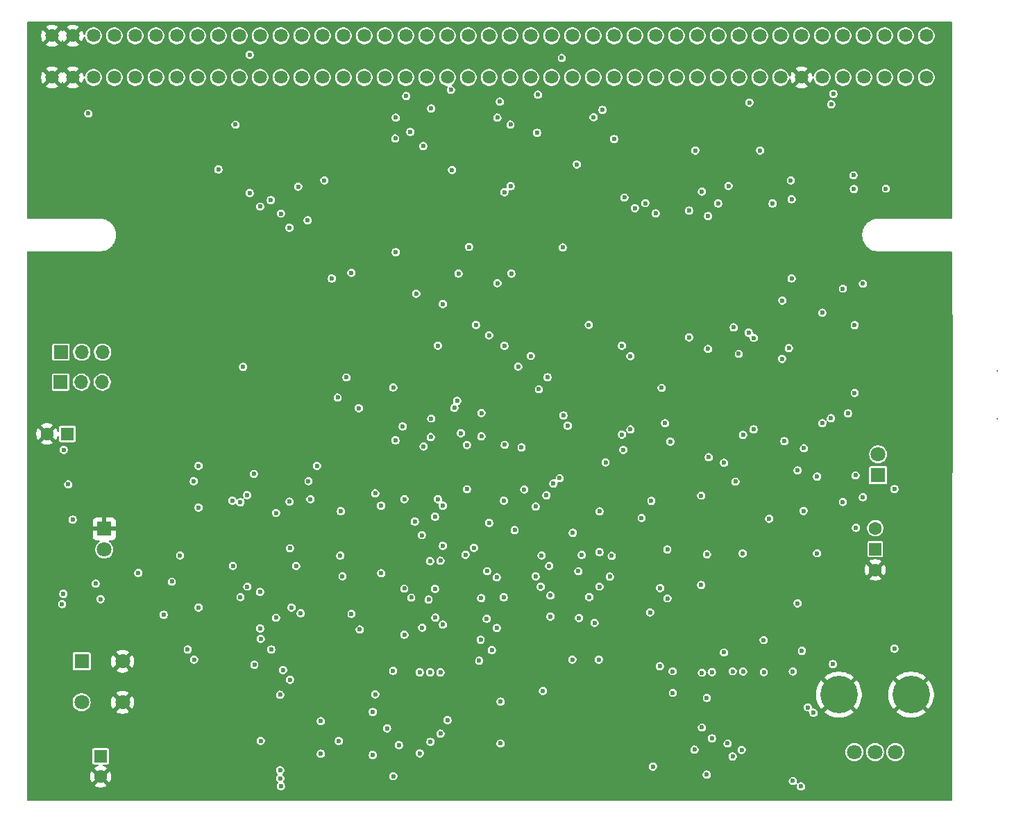
<source format=gbr>
%TF.GenerationSoftware,KiCad,Pcbnew,9.0.4*%
%TF.CreationDate,2025-10-05T19:10:14+02:00*%
%TF.ProjectId,DeMoN_2.0_PLCC,44654d6f-4e5f-4322-9e30-5f504c43432e,rev?*%
%TF.SameCoordinates,Original*%
%TF.FileFunction,Copper,L3,Inr*%
%TF.FilePolarity,Positive*%
%FSLAX46Y46*%
G04 Gerber Fmt 4.6, Leading zero omitted, Abs format (unit mm)*
G04 Created by KiCad (PCBNEW 9.0.4) date 2025-10-05 19:10:14*
%MOMM*%
%LPD*%
G01*
G04 APERTURE LIST*
%TA.AperFunction,ComponentPad*%
%ADD10R,1.500000X1.500000*%
%TD*%
%TA.AperFunction,ComponentPad*%
%ADD11C,1.600000*%
%TD*%
%TA.AperFunction,ComponentPad*%
%ADD12R,1.600000X1.600000*%
%TD*%
%TA.AperFunction,ComponentPad*%
%ADD13R,1.800000X1.800000*%
%TD*%
%TA.AperFunction,ComponentPad*%
%ADD14C,1.800000*%
%TD*%
%TA.AperFunction,ComponentPad*%
%ADD15R,1.700000X1.700000*%
%TD*%
%TA.AperFunction,ComponentPad*%
%ADD16O,1.700000X1.700000*%
%TD*%
%TA.AperFunction,ComponentPad*%
%ADD17C,1.635000*%
%TD*%
%TA.AperFunction,ComponentPad*%
%ADD18C,4.575000*%
%TD*%
%TA.AperFunction,ComponentPad*%
%ADD19C,0.325000*%
%TD*%
%TA.AperFunction,ViaPad*%
%ADD20C,0.600000*%
%TD*%
G04 APERTURE END LIST*
D10*
%TO.N,Net-(D2-K)*%
%TO.C,SW2*%
X188500000Y-101690000D03*
D11*
%TO.N,GND*%
X188500000Y-104230000D03*
%TO.N,Net-(D2-K)*%
X188500000Y-99150000D03*
%TD*%
D12*
%TO.N,Net-(U2-DIS)*%
%TO.C,C1*%
X94000000Y-126944888D03*
D11*
%TO.N,GND*%
X94000000Y-129444888D03*
%TD*%
D13*
%TO.N,GND*%
%TO.C,D3*%
X94450000Y-99225000D03*
D14*
%TO.N,Net-(D3-A)*%
X94450000Y-101765000D03*
%TD*%
D15*
%TO.N,Net-(JP2-A)*%
%TO.C,JP2*%
X89128400Y-81342200D03*
D16*
%TO.N,Net-(JP2-C)*%
X91668400Y-81342200D03*
%TO.N,+5V*%
X94208400Y-81342200D03*
%TD*%
D13*
%TO.N,Net-(U1-I{slash}O_22)*%
%TO.C,SW1*%
X91677500Y-115377500D03*
D14*
%TO.N,GND*%
X96677500Y-115377500D03*
%TO.N,Net-(U1-I{slash}O_22)*%
X91677500Y-120377500D03*
%TO.N,GND*%
X96677500Y-120377500D03*
%TD*%
D17*
%TO.N,GND*%
%TO.C,CN1*%
X88060000Y-44200000D03*
X88060000Y-39120000D03*
X90600000Y-44200000D03*
X90600000Y-39120000D03*
%TO.N,unconnected-(CN1-Pad5)*%
X93140000Y-44200000D03*
%TO.N,+5V*%
X93140000Y-39120000D03*
%TO.N,unconnected-(CN1-Pad7)*%
X95680000Y-44200000D03*
%TO.N,unconnected-(CN1-Pad8)*%
X95680000Y-39120000D03*
%TO.N,unconnected-(CN1-Pad9)*%
X98220000Y-44200000D03*
%TO.N,unconnected-(CN1-Pad10)*%
X98220000Y-39120000D03*
%TO.N,unconnected-(CN1-Pad11)*%
X100760000Y-44200000D03*
%TO.N,unconnected-(CN1-Pad12)*%
X100760000Y-39120000D03*
%TO.N,unconnected-(CN1-Pad13)*%
X103300000Y-44200000D03*
%TO.N,unconnected-(CN1-Pad14)*%
X103300000Y-39120000D03*
%TO.N,unconnected-(CN1-Pad15)*%
X105840000Y-44200000D03*
%TO.N,unconnected-(CN1-Pad16)*%
X105840000Y-39120000D03*
%TO.N,/~{OVR}*%
X108380000Y-44200000D03*
%TO.N,unconnected-(CN1-Pad18)*%
X108380000Y-39120000D03*
%TO.N,unconnected-(CN1-Pad19)*%
X110920000Y-44200000D03*
%TO.N,unconnected-(CN1-Pad20)*%
X110920000Y-39120000D03*
%TO.N,/A5*%
X113460000Y-44200000D03*
%TO.N,unconnected-(CN1-Pad22)*%
X113460000Y-39120000D03*
%TO.N,/A6*%
X116000000Y-44200000D03*
%TO.N,/A4*%
X116000000Y-39120000D03*
%TO.N,unconnected-(CN1-Pad25)*%
X118540000Y-44200000D03*
%TO.N,/A3*%
X118540000Y-39120000D03*
%TO.N,/A2*%
X121080000Y-44200000D03*
%TO.N,/A7*%
X121080000Y-39120000D03*
%TO.N,/A1*%
X123620000Y-44200000D03*
%TO.N,/A8*%
X123620000Y-39120000D03*
%TO.N,/~{FC0}*%
X126160000Y-44200000D03*
%TO.N,/A9*%
X126160000Y-39120000D03*
%TO.N,/~{FC1}*%
X128700000Y-44200000D03*
%TO.N,/A10*%
X128700000Y-39120000D03*
%TO.N,unconnected-(CN1-Pad35)*%
X131240000Y-44200000D03*
%TO.N,/A11*%
X131240000Y-39120000D03*
%TO.N,unconnected-(CN1-Pad37)*%
X133780000Y-44200000D03*
%TO.N,/A12*%
X133780000Y-39120000D03*
%TO.N,/A13*%
X136320000Y-44200000D03*
%TO.N,/~{IPL0}*%
X136320000Y-39120000D03*
%TO.N,/A14*%
X138860000Y-44200000D03*
%TO.N,/~{IPL1}*%
X138860000Y-39120000D03*
%TO.N,/A15*%
X141400000Y-44200000D03*
%TO.N,/~{IPL2}*%
X141400000Y-39120000D03*
%TO.N,/A16*%
X143940000Y-44200000D03*
%TO.N,unconnected-(CN1-Pad46)*%
X143940000Y-39120000D03*
%TO.N,/A17*%
X146480000Y-44200000D03*
%TO.N,unconnected-(CN1-Pad48)*%
X146480000Y-39120000D03*
%TO.N,unconnected-(CN1-Pad49)*%
X149020000Y-44200000D03*
%TO.N,unconnected-(CN1-Pad50)*%
X149020000Y-39120000D03*
%TO.N,unconnected-(CN1-Pad51)*%
X151560000Y-44200000D03*
%TO.N,/A18*%
X151560000Y-39120000D03*
%TO.N,/~{RST}*%
X154100000Y-44200000D03*
%TO.N,/A19*%
X154100000Y-39120000D03*
%TO.N,/~{HLT}*%
X156640000Y-44200000D03*
%TO.N,/A20*%
X156640000Y-39120000D03*
%TO.N,/A22*%
X159180000Y-44200000D03*
%TO.N,/A21*%
X159180000Y-39120000D03*
%TO.N,/A23*%
X161720000Y-44200000D03*
%TO.N,unconnected-(CN1-Pad60)*%
X161720000Y-39120000D03*
%TO.N,unconnected-(CN1-Pad61)*%
X164260000Y-44200000D03*
%TO.N,unconnected-(CN1-Pad62)*%
X164260000Y-39120000D03*
%TO.N,/D15*%
X166800000Y-44200000D03*
%TO.N,unconnected-(CN1-Pad64)*%
X166800000Y-39120000D03*
%TO.N,/D14*%
X169340000Y-44200000D03*
%TO.N,/~{DTACK}*%
X169340000Y-39120000D03*
%TO.N,/D13*%
X171880000Y-44200000D03*
%TO.N,/R_W*%
X171880000Y-39120000D03*
%TO.N,/D12*%
X174420000Y-44200000D03*
%TO.N,/~{LDS}*%
X174420000Y-39120000D03*
%TO.N,/D11*%
X176960000Y-44200000D03*
%TO.N,/~{UDS}*%
X176960000Y-39120000D03*
%TO.N,GND*%
X179500000Y-44200000D03*
%TO.N,/~{AS}*%
X179500000Y-39120000D03*
%TO.N,/D0*%
X182040000Y-44200000D03*
%TO.N,/D10*%
X182040000Y-39120000D03*
%TO.N,/D1*%
X184580000Y-44200000D03*
%TO.N,/D9*%
X184580000Y-39120000D03*
%TO.N,/D2*%
X187120000Y-44200000D03*
%TO.N,/D8*%
X187120000Y-39120000D03*
%TO.N,/D3*%
X189660000Y-44200000D03*
%TO.N,/D7*%
X189660000Y-39120000D03*
%TO.N,/D4*%
X192200000Y-44200000D03*
%TO.N,/D6*%
X192200000Y-39120000D03*
%TO.N,unconnected-(CN1-Pad85)*%
X194740000Y-44200000D03*
%TO.N,/D5*%
X194740000Y-39120000D03*
%TD*%
D12*
%TO.N,Net-(D1-K)*%
%TO.C,C2*%
X89950000Y-87650000D03*
D11*
%TO.N,GND*%
X87450000Y-87650000D03*
%TD*%
D13*
%TO.N,Net-(D2-K)*%
%TO.C,D2*%
X188850000Y-92700000D03*
D14*
%TO.N,Net-(D2-A)*%
X188850000Y-90160000D03*
%TD*%
%TO.N,+5V*%
%TO.C,VR1*%
X185958400Y-126442200D03*
X188458400Y-126442200D03*
%TO.N,Net-(U2-DIS)*%
X190958400Y-126442200D03*
D18*
%TO.N,GND*%
X184058400Y-119442200D03*
X192858400Y-119442200D03*
%TD*%
D15*
%TO.N,Net-(JP1-A)*%
%TO.C,JP1*%
X89168400Y-77692200D03*
D16*
%TO.N,Net-(JP1-C)*%
X91708400Y-77692200D03*
%TO.N,+5V*%
X94248400Y-77692200D03*
%TD*%
D19*
%TO.N,N/C*%
%TO.C,J1*%
X203397000Y-85777200D03*
X203397000Y-79997200D03*
%TD*%
D20*
%TO.N,/A5*%
X161033400Y-109417200D03*
X113458400Y-111367200D03*
X159998400Y-97902200D03*
X113460000Y-106912200D03*
X113460000Y-59942200D03*
%TO.N,/A8*%
X143183400Y-107567200D03*
X162258400Y-106442200D03*
X161183400Y-95812200D03*
X123298400Y-97067200D03*
X117038400Y-62512200D03*
X117050000Y-95902200D03*
X143198400Y-95792200D03*
X111058400Y-95982200D03*
X118408400Y-109517200D03*
X111058400Y-107542200D03*
%TO.N,/~{IPL2}*%
X142700000Y-47150000D03*
X155218500Y-48152200D03*
X150473400Y-85397200D03*
%TO.N,/A15*%
X147083400Y-105017200D03*
X147083400Y-96502200D03*
X141383400Y-75632200D03*
X141398400Y-98502200D03*
%TO.N,/~{OVR}*%
X108378400Y-55412200D03*
X136878400Y-55472200D03*
X137488400Y-83622200D03*
%TO.N,GND*%
X144798400Y-55152200D03*
X119898400Y-82002200D03*
X149928400Y-101532200D03*
X119898400Y-65502200D03*
X169438400Y-102252200D03*
X196698400Y-77777200D03*
X163598400Y-91102200D03*
X129738400Y-73102200D03*
X105398400Y-121502200D03*
X127668400Y-90842200D03*
X131683400Y-116642200D03*
X140238400Y-89282200D03*
X181298400Y-109302200D03*
X181438400Y-74392200D03*
X145328400Y-64842200D03*
X163898400Y-74402200D03*
X89198400Y-48602200D03*
X181398400Y-67902200D03*
X108998400Y-99702200D03*
X153328400Y-83252200D03*
X147025600Y-121525000D03*
X153638400Y-66742200D03*
X169833400Y-116667200D03*
X92178400Y-70852200D03*
X93598400Y-104602200D03*
X102398400Y-113202200D03*
X179935900Y-82152200D03*
X196548400Y-87977200D03*
X146578400Y-89242200D03*
X134268400Y-65192200D03*
X126698400Y-100002200D03*
%TO.N,+5V*%
X153558400Y-74362200D03*
X133198400Y-100002200D03*
X155598400Y-91114700D03*
X98598400Y-104602200D03*
X181400000Y-92850000D03*
X129698400Y-82002200D03*
X140458400Y-87942200D03*
X138958400Y-64862200D03*
X151598400Y-99702200D03*
X177968400Y-77192200D03*
X134198400Y-103162200D03*
X89298400Y-108402200D03*
X134278400Y-88042200D03*
X129998400Y-65502200D03*
X181400000Y-102200000D03*
X150388400Y-64922200D03*
X123233400Y-102492200D03*
X172333400Y-102222200D03*
X90050000Y-93802200D03*
X117098400Y-101602200D03*
X156350000Y-102517200D03*
X152098400Y-54800000D03*
X101700000Y-109700000D03*
X92498400Y-48602200D03*
%TO.N,/~{OE}*%
X140358400Y-112742200D03*
X175558400Y-97980727D03*
X138518400Y-102382200D03*
X174883400Y-112787200D03*
X137948400Y-87562200D03*
%TO.N,/A1*%
X117108400Y-117617200D03*
X121298400Y-56742200D03*
%TO.N,/A16*%
X167978400Y-102342200D03*
X167348400Y-58112200D03*
X143268400Y-58182200D03*
X131058400Y-95602200D03*
X135150000Y-76902200D03*
X119598400Y-95602200D03*
X143268400Y-76912200D03*
X131048400Y-106512200D03*
X117858400Y-103745000D03*
X135150000Y-95602200D03*
%TO.N,/A9*%
X148868400Y-109912200D03*
X131898400Y-107612200D03*
X133233400Y-111267935D03*
X148868400Y-107352200D03*
X117295246Y-108817489D03*
X122198400Y-68702200D03*
%TO.N,Net-(U2-DIS)*%
X94000000Y-107800000D03*
%TO.N,/~{FC0}*%
X122918400Y-83222200D03*
%TO.N,/A17*%
X110136200Y-103745000D03*
X148728400Y-103745000D03*
X179025000Y-108307200D03*
X149228400Y-93692200D03*
X110083400Y-95792200D03*
X179025000Y-92092200D03*
X146480000Y-78152200D03*
%TO.N,/A18*%
X103691200Y-102475000D03*
X144938400Y-79452200D03*
X147800000Y-102467200D03*
X111378400Y-79482200D03*
%TO.N,Net-(D1-K)*%
X93400000Y-105900000D03*
%TO.N,/A19*%
X123508400Y-105015000D03*
X148518400Y-80752200D03*
X123978400Y-80772200D03*
X156128400Y-105052200D03*
%TO.N,/A10*%
X152275000Y-104392200D03*
X124608400Y-109597200D03*
X141108400Y-110192200D03*
X152358400Y-110092200D03*
X141158400Y-104392200D03*
X124598400Y-68012200D03*
%TO.N,/~{FC1}*%
X125498400Y-84522200D03*
%TO.N,/A11*%
X142400000Y-69282200D03*
X116000735Y-130599265D03*
X114826098Y-113928965D03*
X179440600Y-130634400D03*
X130000000Y-49100000D03*
X142400000Y-49100000D03*
X141733400Y-114007200D03*
X179558400Y-114092200D03*
%TO.N,/A12*%
X132500000Y-70552200D03*
X131058400Y-112135590D03*
%TO.N,/~{DTACK}*%
X162438400Y-82042200D03*
%TO.N,/~{IPL0}*%
X137658400Y-68112200D03*
X145348400Y-89292200D03*
X144118400Y-68102200D03*
%TO.N,/~{RST}*%
X134318400Y-47982200D03*
X134338400Y-85772200D03*
X154150000Y-49050000D03*
%TO.N,/A13*%
X111900000Y-106267200D03*
X135750000Y-71822200D03*
X167268400Y-95172200D03*
X148383400Y-95132200D03*
X147688400Y-106282200D03*
X111868400Y-95112200D03*
X135750000Y-96400000D03*
X128225000Y-104642200D03*
X167258400Y-106067200D03*
X128208400Y-96400000D03*
%TO.N,/A20*%
X157900000Y-58842200D03*
%TO.N,/~{IPL1}*%
X140458400Y-85102200D03*
%TO.N,/A14*%
X153608400Y-107542200D03*
X139548400Y-101542200D03*
X140433400Y-107667200D03*
X152698400Y-102402200D03*
X139800000Y-74372200D03*
%TO.N,/~{HLT}*%
X156650000Y-51700000D03*
X150983400Y-86657200D03*
%TO.N,Net-(U7-3V3OUT)*%
X171848400Y-77892200D03*
X171228400Y-74672200D03*
%TO.N,Net-(D1-A)*%
X89450000Y-107150000D03*
X89508400Y-89600000D03*
%TO.N,/A21*%
X160448400Y-59532200D03*
%TO.N,/A22*%
X159178400Y-60132200D03*
%TO.N,Net-(D2-K)*%
X186148400Y-99100000D03*
X179798400Y-89402200D03*
X179758400Y-97042200D03*
X186098400Y-92712200D03*
%TO.N,/A23*%
X161720000Y-60772200D03*
%TO.N,/D15*%
X178450000Y-129962200D03*
X178450000Y-116600600D03*
X177408400Y-88542200D03*
X116257800Y-116442200D03*
X163500600Y-88592200D03*
X115900000Y-129650000D03*
%TO.N,/A3*%
X112188400Y-41432200D03*
X104625300Y-113925300D03*
X112188400Y-58282200D03*
%TO.N,/A4*%
X154258400Y-110692200D03*
X142333400Y-105142200D03*
X123058400Y-125092200D03*
X142336362Y-111317200D03*
X114748400Y-59152200D03*
X113533400Y-125067200D03*
X125608400Y-111492200D03*
X113533400Y-112642200D03*
%TO.N,/A6*%
X115400000Y-110067200D03*
X132338400Y-98342200D03*
X135750000Y-110899128D03*
X115400000Y-97292200D03*
X116000000Y-60802200D03*
X134008400Y-107842200D03*
%TO.N,/A7*%
X105950000Y-91550000D03*
X163133400Y-101742200D03*
X134808400Y-106542200D03*
X105950000Y-96632200D03*
X105950000Y-108817200D03*
X119248400Y-61612200D03*
X120398400Y-91550000D03*
X134808400Y-97742200D03*
X163150000Y-107707200D03*
X134833400Y-110042200D03*
%TO.N,/A2*%
X105350000Y-93417200D03*
X151548400Y-115162200D03*
X105407800Y-115167200D03*
X119358400Y-93417200D03*
X150008400Y-93052200D03*
X118098400Y-57502200D03*
%TO.N,/D14*%
X175968400Y-59562200D03*
X169340000Y-59560000D03*
X174908400Y-116692200D03*
%TO.N,/R_W*%
X102683400Y-105667200D03*
X135458400Y-103117200D03*
X110448400Y-49952200D03*
X143298400Y-88982200D03*
X144038400Y-57442200D03*
X144000000Y-49950000D03*
X154875000Y-102062200D03*
X135750000Y-101292200D03*
X144508400Y-99372200D03*
X154875000Y-97102200D03*
X170600000Y-57422200D03*
X154858400Y-106267200D03*
%TO.N,/D13*%
X115900000Y-119450000D03*
X167958400Y-119842200D03*
X115910000Y-128660000D03*
X167938400Y-129182200D03*
%TO.N,/~{LDS}*%
X173150000Y-47262200D03*
X131278400Y-46462200D03*
X129978400Y-88432200D03*
%TO.N,/D12*%
X172208400Y-126167200D03*
X127200000Y-126792200D03*
X166450000Y-126150000D03*
X166550000Y-53100000D03*
X172383400Y-116617200D03*
X174450000Y-53100000D03*
X127200000Y-121550000D03*
%TO.N,/~{UDS}*%
X133398400Y-89182200D03*
X178200000Y-56742200D03*
X133368400Y-52572200D03*
%TO.N,/D11*%
X171108400Y-126967200D03*
X120858400Y-126642200D03*
X171108400Y-116592200D03*
X120858400Y-122667200D03*
%TO.N,/~{AS}*%
X147468400Y-82212200D03*
X150258400Y-41822200D03*
%TO.N,/D3*%
X183138400Y-47472200D03*
X180958400Y-121650000D03*
X132933400Y-126592200D03*
X183100000Y-85742200D03*
X132933400Y-116717200D03*
%TO.N,/D10*%
X131778400Y-50842200D03*
X147248400Y-50932200D03*
X147348100Y-46301900D03*
X168583400Y-124767200D03*
X130408400Y-125592200D03*
X168583400Y-116692200D03*
X183400000Y-46200000D03*
%TO.N,/D8*%
X163808400Y-119217200D03*
X136333400Y-122542200D03*
X136733400Y-45717200D03*
X163783400Y-116592200D03*
%TO.N,/D0*%
X129698400Y-129382200D03*
X162848400Y-86342200D03*
X129683400Y-116542200D03*
X182040000Y-72892200D03*
X161378400Y-128202200D03*
X130848400Y-86742200D03*
X182050000Y-86350000D03*
%TO.N,/D4*%
X134233400Y-125192200D03*
X178300000Y-59050000D03*
X180275000Y-121000000D03*
X134208400Y-116717200D03*
X178300000Y-68702200D03*
%TO.N,/D9*%
X128958400Y-123542200D03*
X167358400Y-116767200D03*
X129948400Y-51642200D03*
X167358400Y-123442200D03*
X185850000Y-56132200D03*
%TO.N,/D2*%
X170483400Y-125392200D03*
X187000000Y-95375000D03*
X142783400Y-125392200D03*
X187000000Y-69342200D03*
X142783400Y-120292200D03*
X171450000Y-93475000D03*
%TO.N,/D7*%
X165798400Y-75884700D03*
X162228400Y-115967200D03*
X165798400Y-60432200D03*
%TO.N,/D6*%
X185180000Y-85152200D03*
X189800000Y-57750000D03*
X185900000Y-57800000D03*
X183333400Y-115717200D03*
%TO.N,/D1*%
X138698400Y-89002200D03*
X184550000Y-69942200D03*
X127498400Y-94902200D03*
X147958400Y-118992200D03*
X127505056Y-119402200D03*
X145683400Y-94417200D03*
X184550000Y-95942200D03*
X138698400Y-94402200D03*
%TO.N,/D5*%
X190848400Y-113832200D03*
X168098400Y-61092200D03*
X168178400Y-90492200D03*
X135458400Y-124192200D03*
X135458400Y-116717200D03*
X168098400Y-77284700D03*
X190848400Y-94372200D03*
%TO.N,Net-(U7-USBDM)*%
X177128400Y-78502200D03*
X177158400Y-71392200D03*
%TO.N,Net-(U1-I{slash}O_35)*%
X140183400Y-115292200D03*
X137150000Y-84473800D03*
%TO.N,Net-(U1-I{slash}O_37)*%
X154783400Y-115167200D03*
X157768400Y-89602200D03*
%TO.N,Net-(U1-I{slash}O_36)*%
X170050000Y-91172200D03*
X170050000Y-114302200D03*
%TO.N,/DN*%
X185988400Y-74392200D03*
X185988400Y-82652200D03*
%TO.N,/FT_TXE*%
X173668400Y-87102200D03*
X158638400Y-78172200D03*
X173681000Y-75952200D03*
X158638400Y-87112200D03*
%TO.N,/FT_RXF*%
X172378400Y-87772200D03*
X157598400Y-76902200D03*
X173078400Y-75314700D03*
X157598400Y-87732200D03*
%TO.N,Net-(U1-I{slash}O_22)*%
X90600000Y-98100000D03*
%TO.N,Net-(U1-I{slash}O_23)*%
X112700000Y-92542200D03*
X112758400Y-115792200D03*
%TD*%
%TA.AperFunction,Conductor*%
%TO.N,GND*%
G36*
X197842539Y-37421885D02*
G01*
X197888294Y-37474689D01*
X197899500Y-37526200D01*
X197899500Y-61275500D01*
X197879815Y-61342539D01*
X197827011Y-61388294D01*
X197775500Y-61399500D01*
X188768872Y-61399500D01*
X188537772Y-61429926D01*
X188508884Y-61433730D01*
X188288815Y-61492697D01*
X188255581Y-61501602D01*
X188255571Y-61501605D01*
X188013309Y-61601953D01*
X188013299Y-61601958D01*
X187786196Y-61733075D01*
X187578148Y-61892718D01*
X187392718Y-62078148D01*
X187233075Y-62286196D01*
X187101958Y-62513299D01*
X187101953Y-62513309D01*
X187001605Y-62755571D01*
X187001602Y-62755581D01*
X186933730Y-63008885D01*
X186899500Y-63268872D01*
X186899500Y-63531127D01*
X186926123Y-63733339D01*
X186933730Y-63791116D01*
X187001079Y-64042466D01*
X187001602Y-64044418D01*
X187001605Y-64044428D01*
X187101953Y-64286690D01*
X187101958Y-64286700D01*
X187233075Y-64513803D01*
X187392718Y-64721851D01*
X187392726Y-64721860D01*
X187578140Y-64907274D01*
X187578148Y-64907281D01*
X187786196Y-65066924D01*
X188013299Y-65198041D01*
X188013309Y-65198046D01*
X188255571Y-65298394D01*
X188255581Y-65298398D01*
X188508884Y-65366270D01*
X188768880Y-65400500D01*
X188834108Y-65400500D01*
X197773888Y-65400500D01*
X197840927Y-65420185D01*
X197886682Y-65472989D01*
X197897887Y-65524500D01*
X197897817Y-69216308D01*
X197897757Y-72391700D01*
X197897748Y-72847565D01*
X197895030Y-72860281D01*
X197897746Y-72913278D01*
X197897746Y-72916458D01*
X197897746Y-72966356D01*
X197897795Y-72966735D01*
X197901707Y-72991523D01*
X197901775Y-72991896D01*
X197917137Y-73039363D01*
X197918116Y-73042390D01*
X197931851Y-73093650D01*
X197938349Y-73104906D01*
X197942351Y-73117270D01*
X197942352Y-73117272D01*
X197942353Y-73117274D01*
X197965746Y-73153389D01*
X197969478Y-73159150D01*
X197972788Y-73164559D01*
X197981785Y-73180141D01*
X197998400Y-73242145D01*
X197998400Y-92260219D01*
X197981788Y-92322218D01*
X197971684Y-92339719D01*
X197967777Y-92346040D01*
X197944423Y-92381412D01*
X197944419Y-92381420D01*
X197944027Y-92382597D01*
X197933785Y-92405368D01*
X197930400Y-92411230D01*
X197914646Y-92470036D01*
X197914645Y-92470035D01*
X197913677Y-92473646D01*
X197902747Y-92506439D01*
X197902127Y-92516761D01*
X197898879Y-92528887D01*
X197898879Y-92528889D01*
X197896298Y-92538523D01*
X197896297Y-92538531D01*
X197896298Y-92610116D01*
X197896298Y-92613857D01*
X197894851Y-92637986D01*
X197896300Y-92645068D01*
X197896301Y-92657624D01*
X197896301Y-92657627D01*
X197897875Y-132275495D01*
X197878193Y-132342535D01*
X197825391Y-132388292D01*
X197773875Y-132399500D01*
X85122400Y-132399500D01*
X85055361Y-132379815D01*
X85009606Y-132327011D01*
X84998400Y-132275500D01*
X84998400Y-129342570D01*
X92700000Y-129342570D01*
X92700000Y-129547205D01*
X92732009Y-129749305D01*
X92795244Y-129943919D01*
X92888141Y-130126238D01*
X92888147Y-130126247D01*
X92920523Y-130170809D01*
X92920524Y-130170810D01*
X93600000Y-129491334D01*
X93600000Y-129497549D01*
X93627259Y-129599282D01*
X93679920Y-129690494D01*
X93754394Y-129764968D01*
X93845606Y-129817629D01*
X93947339Y-129844888D01*
X93953553Y-129844888D01*
X93274076Y-130524362D01*
X93318650Y-130556747D01*
X93500968Y-130649643D01*
X93695582Y-130712878D01*
X93897683Y-130744888D01*
X94102317Y-130744888D01*
X94304417Y-130712878D01*
X94499031Y-130649643D01*
X94681349Y-130556747D01*
X94725921Y-130524362D01*
X94046447Y-129844888D01*
X94052661Y-129844888D01*
X94154394Y-129817629D01*
X94245606Y-129764968D01*
X94320080Y-129690494D01*
X94372741Y-129599282D01*
X94400000Y-129497549D01*
X94400000Y-129491335D01*
X95079474Y-130170809D01*
X95111859Y-130126237D01*
X95204755Y-129943919D01*
X95267990Y-129749305D01*
X95294155Y-129584108D01*
X115399500Y-129584108D01*
X115399500Y-129715891D01*
X115433608Y-129843187D01*
X115436729Y-129848592D01*
X115499500Y-129957314D01*
X115592686Y-130050500D01*
X115610596Y-130060840D01*
X115658811Y-130111406D01*
X115672035Y-130180013D01*
X115646067Y-130244878D01*
X115636278Y-130255907D01*
X115600238Y-130291947D01*
X115600235Y-130291951D01*
X115534343Y-130406077D01*
X115500235Y-130533373D01*
X115500235Y-130665156D01*
X115534343Y-130792452D01*
X115554628Y-130827586D01*
X115600235Y-130906579D01*
X115693421Y-130999765D01*
X115807549Y-131065657D01*
X115934843Y-131099765D01*
X115934845Y-131099765D01*
X116066625Y-131099765D01*
X116066627Y-131099765D01*
X116193921Y-131065657D01*
X116308049Y-130999765D01*
X116401235Y-130906579D01*
X116467127Y-130792451D01*
X116501235Y-130665157D01*
X116501235Y-130533373D01*
X116467127Y-130406079D01*
X116401235Y-130291951D01*
X116308049Y-130198765D01*
X116290138Y-130188424D01*
X116241922Y-130137857D01*
X116228700Y-130069250D01*
X116254668Y-130004385D01*
X116264450Y-129993363D01*
X116300500Y-129957314D01*
X116335722Y-129896308D01*
X177949500Y-129896308D01*
X177949500Y-130028092D01*
X177960528Y-130069250D01*
X177983608Y-130155387D01*
X178008652Y-130198763D01*
X178049500Y-130269514D01*
X178142686Y-130362700D01*
X178256814Y-130428592D01*
X178384108Y-130462700D01*
X178384110Y-130462700D01*
X178515890Y-130462700D01*
X178515892Y-130462700D01*
X178643186Y-130428592D01*
X178757314Y-130362700D01*
X178757321Y-130362692D01*
X178763760Y-130357753D01*
X178765075Y-130359467D01*
X178816410Y-130331428D01*
X178886102Y-130336402D01*
X178942042Y-130378266D01*
X178966468Y-130443726D01*
X178962560Y-130484682D01*
X178940100Y-130568506D01*
X178940100Y-130568508D01*
X178940100Y-130700292D01*
X178952049Y-130744888D01*
X178974208Y-130827587D01*
X179007154Y-130884650D01*
X179040100Y-130941714D01*
X179133286Y-131034900D01*
X179247414Y-131100792D01*
X179374708Y-131134900D01*
X179374710Y-131134900D01*
X179506490Y-131134900D01*
X179506492Y-131134900D01*
X179633786Y-131100792D01*
X179747914Y-131034900D01*
X179841100Y-130941714D01*
X179906992Y-130827586D01*
X179941100Y-130700292D01*
X179941100Y-130568508D01*
X179906992Y-130441214D01*
X179841100Y-130327086D01*
X179747914Y-130233900D01*
X179687055Y-130198763D01*
X179633787Y-130168008D01*
X179570139Y-130150954D01*
X179506492Y-130133900D01*
X179374708Y-130133900D01*
X179247412Y-130168008D01*
X179133286Y-130233900D01*
X179126840Y-130238847D01*
X179125527Y-130237137D01*
X179074155Y-130265179D01*
X179004464Y-130260185D01*
X178948536Y-130218305D01*
X178924129Y-130152838D01*
X178928038Y-130111920D01*
X178950500Y-130028092D01*
X178950500Y-129896308D01*
X178916392Y-129769014D01*
X178850500Y-129654886D01*
X178757314Y-129561700D01*
X178700250Y-129528754D01*
X178643187Y-129495808D01*
X178579539Y-129478754D01*
X178515892Y-129461700D01*
X178384108Y-129461700D01*
X178256812Y-129495808D01*
X178142686Y-129561700D01*
X178142683Y-129561702D01*
X178049502Y-129654883D01*
X178049500Y-129654886D01*
X177983608Y-129769012D01*
X177962285Y-129848592D01*
X177949500Y-129896308D01*
X116335722Y-129896308D01*
X116366392Y-129843186D01*
X116400500Y-129715892D01*
X116400500Y-129584108D01*
X116366392Y-129456814D01*
X116300500Y-129342686D01*
X116274122Y-129316308D01*
X129197900Y-129316308D01*
X129197900Y-129448092D01*
X129210685Y-129495808D01*
X129232008Y-129575387D01*
X129245804Y-129599282D01*
X129297900Y-129689514D01*
X129391086Y-129782700D01*
X129451585Y-129817629D01*
X129498798Y-129844888D01*
X129505214Y-129848592D01*
X129632508Y-129882700D01*
X129632510Y-129882700D01*
X129764290Y-129882700D01*
X129764292Y-129882700D01*
X129891586Y-129848592D01*
X130005714Y-129782700D01*
X130098900Y-129689514D01*
X130164792Y-129575386D01*
X130198900Y-129448092D01*
X130198900Y-129316308D01*
X130164792Y-129189014D01*
X130161671Y-129183608D01*
X130153920Y-129170182D01*
X130153919Y-129170181D01*
X130128637Y-129126392D01*
X130122815Y-129116308D01*
X167437900Y-129116308D01*
X167437900Y-129248092D01*
X167454954Y-129311739D01*
X167472008Y-129375387D01*
X167481731Y-129392227D01*
X167537900Y-129489514D01*
X167631086Y-129582700D01*
X167745214Y-129648592D01*
X167872508Y-129682700D01*
X167872510Y-129682700D01*
X168004290Y-129682700D01*
X168004292Y-129682700D01*
X168131586Y-129648592D01*
X168245714Y-129582700D01*
X168338900Y-129489514D01*
X168404792Y-129375386D01*
X168438900Y-129248092D01*
X168438900Y-129116308D01*
X168404792Y-128989014D01*
X168338900Y-128874886D01*
X168245714Y-128781700D01*
X168188650Y-128748754D01*
X168131587Y-128715808D01*
X168067939Y-128698754D01*
X168004292Y-128681700D01*
X167872508Y-128681700D01*
X167745212Y-128715808D01*
X167631086Y-128781700D01*
X167631083Y-128781702D01*
X167537902Y-128874883D01*
X167537900Y-128874886D01*
X167472008Y-128989012D01*
X167438893Y-129112602D01*
X167437900Y-129116308D01*
X130122815Y-129116308D01*
X130098900Y-129074886D01*
X130005714Y-128981700D01*
X129943631Y-128945856D01*
X129891587Y-128915808D01*
X129827939Y-128898754D01*
X129764292Y-128881700D01*
X129632508Y-128881700D01*
X129505212Y-128915808D01*
X129391086Y-128981700D01*
X129391083Y-128981702D01*
X129297902Y-129074883D01*
X129297900Y-129074886D01*
X129232008Y-129189012D01*
X129216178Y-129248092D01*
X129197900Y-129316308D01*
X116274122Y-129316308D01*
X116207314Y-129249500D01*
X116206021Y-129248753D01*
X116199375Y-129241217D01*
X116186164Y-129212944D01*
X116171210Y-129185558D01*
X116171496Y-129181553D01*
X116169797Y-129177917D01*
X116173967Y-129146997D01*
X116176194Y-129115866D01*
X116178607Y-129112602D01*
X116179137Y-129108674D01*
X116197205Y-129087450D01*
X116212324Y-129067004D01*
X116211567Y-129066247D01*
X116216620Y-129061193D01*
X116216899Y-129060817D01*
X116217302Y-129060506D01*
X116217314Y-129060500D01*
X116310500Y-128967314D01*
X116376392Y-128853186D01*
X116410500Y-128725892D01*
X116410500Y-128594108D01*
X116376392Y-128466814D01*
X116310500Y-128352686D01*
X116217314Y-128259500D01*
X116217312Y-128259499D01*
X116217310Y-128259497D01*
X116175863Y-128235568D01*
X116146807Y-128218793D01*
X116103187Y-128193608D01*
X116039539Y-128176554D01*
X115975892Y-128159500D01*
X115844108Y-128159500D01*
X115716812Y-128193608D01*
X115602686Y-128259500D01*
X115602683Y-128259502D01*
X115509502Y-128352683D01*
X115509500Y-128352686D01*
X115443608Y-128466812D01*
X115409500Y-128594108D01*
X115409500Y-128725891D01*
X115443608Y-128853187D01*
X115476554Y-128910250D01*
X115509500Y-128967314D01*
X115509502Y-128967316D01*
X115605304Y-129063118D01*
X115638789Y-129124441D01*
X115633805Y-129194133D01*
X115597678Y-129242998D01*
X115598433Y-129243753D01*
X115593399Y-129248786D01*
X115593116Y-129249170D01*
X115592686Y-129249499D01*
X115499502Y-129342683D01*
X115499500Y-129342686D01*
X115433608Y-129456812D01*
X115399500Y-129584108D01*
X95294155Y-129584108D01*
X95298500Y-129556676D01*
X95298514Y-129556585D01*
X95300000Y-129547201D01*
X95300000Y-129342570D01*
X95267990Y-129140470D01*
X95204755Y-128945856D01*
X95111859Y-128763538D01*
X95079474Y-128718965D01*
X95079474Y-128718964D01*
X94400000Y-129398439D01*
X94400000Y-129392227D01*
X94372741Y-129290494D01*
X94320080Y-129199282D01*
X94245606Y-129124808D01*
X94154394Y-129072147D01*
X94052661Y-129044888D01*
X94046446Y-129044888D01*
X94725922Y-128365412D01*
X94725921Y-128365411D01*
X94681359Y-128333035D01*
X94681350Y-128333029D01*
X94499031Y-128240132D01*
X94336490Y-128187319D01*
X94278815Y-128147881D01*
X94273924Y-128136308D01*
X160877900Y-128136308D01*
X160877900Y-128268091D01*
X160912008Y-128395387D01*
X160944954Y-128452450D01*
X160977900Y-128509514D01*
X161071086Y-128602700D01*
X161185214Y-128668592D01*
X161312508Y-128702700D01*
X161312510Y-128702700D01*
X161444290Y-128702700D01*
X161444292Y-128702700D01*
X161571586Y-128668592D01*
X161685714Y-128602700D01*
X161778900Y-128509514D01*
X161844792Y-128395386D01*
X161878900Y-128268092D01*
X161878900Y-128136308D01*
X161844792Y-128009014D01*
X161778900Y-127894886D01*
X161685714Y-127801700D01*
X161621521Y-127764638D01*
X161571587Y-127735808D01*
X161507939Y-127718754D01*
X161444292Y-127701700D01*
X161312508Y-127701700D01*
X161185212Y-127735808D01*
X161071086Y-127801700D01*
X161071083Y-127801702D01*
X160977902Y-127894883D01*
X160977900Y-127894886D01*
X160912008Y-128009012D01*
X160877900Y-128136308D01*
X94273924Y-128136308D01*
X94251617Y-128083522D01*
X94263532Y-128014676D01*
X94310776Y-127963200D01*
X94374809Y-127945388D01*
X94819750Y-127945388D01*
X94819751Y-127945387D01*
X94834568Y-127942440D01*
X94878229Y-127933756D01*
X94878229Y-127933755D01*
X94878231Y-127933755D01*
X94944552Y-127889440D01*
X94988867Y-127823119D01*
X94988867Y-127823117D01*
X94988868Y-127823117D01*
X95000499Y-127764640D01*
X95000500Y-127764638D01*
X95000500Y-126576308D01*
X120357900Y-126576308D01*
X120357900Y-126708092D01*
X120374954Y-126771739D01*
X120392008Y-126835387D01*
X120408902Y-126864647D01*
X120457900Y-126949514D01*
X120551086Y-127042700D01*
X120665214Y-127108592D01*
X120792508Y-127142700D01*
X120792510Y-127142700D01*
X120924290Y-127142700D01*
X120924292Y-127142700D01*
X121051586Y-127108592D01*
X121165714Y-127042700D01*
X121258900Y-126949514D01*
X121324792Y-126835386D01*
X121354019Y-126726308D01*
X126699500Y-126726308D01*
X126699500Y-126858092D01*
X126711080Y-126901308D01*
X126733608Y-126985387D01*
X126761151Y-127033092D01*
X126799500Y-127099514D01*
X126892686Y-127192700D01*
X127006814Y-127258592D01*
X127134108Y-127292700D01*
X127134110Y-127292700D01*
X127265890Y-127292700D01*
X127265892Y-127292700D01*
X127393186Y-127258592D01*
X127507314Y-127192700D01*
X127600500Y-127099514D01*
X127666392Y-126985386D01*
X127700500Y-126858092D01*
X127700500Y-126726308D01*
X127666392Y-126599014D01*
X127666389Y-126599008D01*
X127655520Y-126580182D01*
X127655519Y-126580181D01*
X127625860Y-126528811D01*
X127624415Y-126526308D01*
X132432900Y-126526308D01*
X132432900Y-126658092D01*
X132444102Y-126699897D01*
X132467008Y-126785387D01*
X132493446Y-126831178D01*
X132532900Y-126899514D01*
X132626086Y-126992700D01*
X132740214Y-127058592D01*
X132867508Y-127092700D01*
X132867510Y-127092700D01*
X132999290Y-127092700D01*
X132999292Y-127092700D01*
X133126586Y-127058592D01*
X133240714Y-126992700D01*
X133332106Y-126901308D01*
X170607900Y-126901308D01*
X170607900Y-127033092D01*
X170623872Y-127092700D01*
X170642008Y-127160387D01*
X170674954Y-127217450D01*
X170707900Y-127274514D01*
X170801086Y-127367700D01*
X170915214Y-127433592D01*
X171042508Y-127467700D01*
X171042510Y-127467700D01*
X171174290Y-127467700D01*
X171174292Y-127467700D01*
X171301586Y-127433592D01*
X171415714Y-127367700D01*
X171508900Y-127274514D01*
X171574792Y-127160386D01*
X171608900Y-127033092D01*
X171608900Y-126901308D01*
X171574792Y-126774014D01*
X171508900Y-126659886D01*
X171415714Y-126566700D01*
X171358650Y-126533754D01*
X171301587Y-126500808D01*
X171237939Y-126483754D01*
X171174292Y-126466700D01*
X171042508Y-126466700D01*
X170915212Y-126500808D01*
X170801086Y-126566700D01*
X170801083Y-126566702D01*
X170707902Y-126659883D01*
X170707900Y-126659886D01*
X170642008Y-126774012D01*
X170617724Y-126864645D01*
X170607900Y-126901308D01*
X133332106Y-126901308D01*
X133333900Y-126899514D01*
X133370924Y-126835387D01*
X133373353Y-126831180D01*
X133373354Y-126831178D01*
X133399790Y-126785389D01*
X133399792Y-126785386D01*
X133433900Y-126658092D01*
X133433900Y-126526308D01*
X133399792Y-126399014D01*
X133333900Y-126284886D01*
X133240714Y-126191700D01*
X133226281Y-126183367D01*
X133226280Y-126183366D01*
X133126588Y-126125809D01*
X133126587Y-126125808D01*
X133126586Y-126125808D01*
X132999292Y-126091700D01*
X132867508Y-126091700D01*
X132740212Y-126125808D01*
X132626086Y-126191700D01*
X132626083Y-126191702D01*
X132532902Y-126284883D01*
X132532900Y-126284886D01*
X132467008Y-126399012D01*
X132451386Y-126457316D01*
X132432900Y-126526308D01*
X127624415Y-126526308D01*
X127600500Y-126484886D01*
X127507314Y-126391700D01*
X127444768Y-126355589D01*
X127393187Y-126325808D01*
X127329539Y-126308754D01*
X127265892Y-126291700D01*
X127134108Y-126291700D01*
X127006812Y-126325808D01*
X126892686Y-126391700D01*
X126892683Y-126391702D01*
X126799502Y-126484883D01*
X126799500Y-126484886D01*
X126733608Y-126599012D01*
X126715204Y-126667699D01*
X126699500Y-126726308D01*
X121354019Y-126726308D01*
X121358900Y-126708092D01*
X121358900Y-126576308D01*
X121324792Y-126449014D01*
X121258900Y-126334886D01*
X121165714Y-126241700D01*
X121108650Y-126208754D01*
X121051587Y-126175808D01*
X120987939Y-126158754D01*
X120924292Y-126141700D01*
X120792508Y-126141700D01*
X120665212Y-126175808D01*
X120551086Y-126241700D01*
X120551083Y-126241702D01*
X120457902Y-126334883D01*
X120457900Y-126334886D01*
X120392008Y-126449012D01*
X120364816Y-126550497D01*
X120357900Y-126576308D01*
X95000500Y-126576308D01*
X95000500Y-126125137D01*
X95000499Y-126125135D01*
X94988868Y-126066658D01*
X94988867Y-126066657D01*
X94944552Y-126000335D01*
X94878230Y-125956020D01*
X94878229Y-125956019D01*
X94819752Y-125944388D01*
X94819748Y-125944388D01*
X93180252Y-125944388D01*
X93180247Y-125944388D01*
X93121770Y-125956019D01*
X93121769Y-125956020D01*
X93055447Y-126000335D01*
X93011132Y-126066657D01*
X93011131Y-126066658D01*
X92999500Y-126125135D01*
X92999500Y-127764640D01*
X93011131Y-127823117D01*
X93011132Y-127823118D01*
X93055447Y-127889440D01*
X93121769Y-127933755D01*
X93121770Y-127933756D01*
X93180247Y-127945387D01*
X93180250Y-127945388D01*
X93625191Y-127945388D01*
X93692230Y-127965073D01*
X93737985Y-128017877D01*
X93747929Y-128087035D01*
X93718904Y-128150591D01*
X93663510Y-128187319D01*
X93500968Y-128240132D01*
X93318644Y-128333031D01*
X93274077Y-128365411D01*
X93274077Y-128365412D01*
X93953554Y-129044888D01*
X93947339Y-129044888D01*
X93845606Y-129072147D01*
X93754394Y-129124808D01*
X93679920Y-129199282D01*
X93627259Y-129290494D01*
X93600000Y-129392227D01*
X93600000Y-129398441D01*
X92920524Y-128718965D01*
X92920523Y-128718965D01*
X92888143Y-128763532D01*
X92795244Y-128945856D01*
X92732009Y-129140470D01*
X92700000Y-129342570D01*
X84998400Y-129342570D01*
X84998400Y-125001308D01*
X113032900Y-125001308D01*
X113032900Y-125133092D01*
X113039599Y-125158092D01*
X113067008Y-125260387D01*
X113081847Y-125286088D01*
X113132900Y-125374514D01*
X113226086Y-125467700D01*
X113340214Y-125533592D01*
X113467508Y-125567700D01*
X113467510Y-125567700D01*
X113599290Y-125567700D01*
X113599292Y-125567700D01*
X113726586Y-125533592D01*
X113840714Y-125467700D01*
X113933900Y-125374514D01*
X113999792Y-125260386D01*
X114033900Y-125133092D01*
X114033900Y-125026308D01*
X122557900Y-125026308D01*
X122557900Y-125158092D01*
X122566905Y-125191700D01*
X122592008Y-125285387D01*
X122624521Y-125341700D01*
X122657900Y-125399514D01*
X122751086Y-125492700D01*
X122865214Y-125558592D01*
X122992508Y-125592700D01*
X122992510Y-125592700D01*
X123124290Y-125592700D01*
X123124292Y-125592700D01*
X123251586Y-125558592D01*
X123307503Y-125526308D01*
X129907900Y-125526308D01*
X129907900Y-125658092D01*
X129919346Y-125700808D01*
X129942008Y-125785387D01*
X129974954Y-125842450D01*
X130007900Y-125899514D01*
X130101086Y-125992700D01*
X130215214Y-126058592D01*
X130342508Y-126092700D01*
X130342510Y-126092700D01*
X130474290Y-126092700D01*
X130474292Y-126092700D01*
X130506358Y-126084108D01*
X165949500Y-126084108D01*
X165949500Y-126215892D01*
X165954109Y-126233092D01*
X165983608Y-126343187D01*
X165993538Y-126360386D01*
X166049500Y-126457314D01*
X166142686Y-126550500D01*
X166256814Y-126616392D01*
X166384108Y-126650500D01*
X166384110Y-126650500D01*
X166515890Y-126650500D01*
X166515892Y-126650500D01*
X166643186Y-126616392D01*
X166757314Y-126550500D01*
X166850500Y-126457314D01*
X166916392Y-126343186D01*
X166950500Y-126215892D01*
X166950500Y-126101308D01*
X171707900Y-126101308D01*
X171707900Y-126233092D01*
X171710207Y-126241702D01*
X171742008Y-126360387D01*
X171760087Y-126391700D01*
X171807900Y-126474514D01*
X171901086Y-126567700D01*
X172015214Y-126633592D01*
X172142508Y-126667700D01*
X172142510Y-126667700D01*
X172274290Y-126667700D01*
X172274292Y-126667700D01*
X172401586Y-126633592D01*
X172515714Y-126567700D01*
X172608900Y-126474514D01*
X172674792Y-126360386D01*
X172676077Y-126355589D01*
X184857900Y-126355589D01*
X184857900Y-126528810D01*
X184879897Y-126667699D01*
X184884998Y-126699901D01*
X184936397Y-126858091D01*
X184938528Y-126864647D01*
X184957208Y-126901308D01*
X185017168Y-127018988D01*
X185118986Y-127159128D01*
X185241472Y-127281614D01*
X185381612Y-127383432D01*
X185535955Y-127462073D01*
X185700699Y-127515602D01*
X185871789Y-127542700D01*
X185871790Y-127542700D01*
X186045010Y-127542700D01*
X186045011Y-127542700D01*
X186216101Y-127515602D01*
X186380845Y-127462073D01*
X186535188Y-127383432D01*
X186675328Y-127281614D01*
X186797814Y-127159128D01*
X186899632Y-127018988D01*
X186978273Y-126864645D01*
X187031802Y-126699901D01*
X187058900Y-126528811D01*
X187058900Y-126355589D01*
X187357900Y-126355589D01*
X187357900Y-126528810D01*
X187379897Y-126667699D01*
X187384998Y-126699901D01*
X187436397Y-126858091D01*
X187438528Y-126864647D01*
X187457208Y-126901308D01*
X187517168Y-127018988D01*
X187618986Y-127159128D01*
X187741472Y-127281614D01*
X187881612Y-127383432D01*
X188035955Y-127462073D01*
X188200699Y-127515602D01*
X188371789Y-127542700D01*
X188371790Y-127542700D01*
X188545010Y-127542700D01*
X188545011Y-127542700D01*
X188716101Y-127515602D01*
X188880845Y-127462073D01*
X189035188Y-127383432D01*
X189175328Y-127281614D01*
X189297814Y-127159128D01*
X189399632Y-127018988D01*
X189478273Y-126864645D01*
X189531802Y-126699901D01*
X189558900Y-126528811D01*
X189558900Y-126355589D01*
X189857900Y-126355589D01*
X189857900Y-126528810D01*
X189879897Y-126667699D01*
X189884998Y-126699901D01*
X189936397Y-126858091D01*
X189938528Y-126864647D01*
X189957208Y-126901308D01*
X190017168Y-127018988D01*
X190118986Y-127159128D01*
X190241472Y-127281614D01*
X190381612Y-127383432D01*
X190535955Y-127462073D01*
X190700699Y-127515602D01*
X190871789Y-127542700D01*
X190871790Y-127542700D01*
X191045010Y-127542700D01*
X191045011Y-127542700D01*
X191216101Y-127515602D01*
X191380845Y-127462073D01*
X191535188Y-127383432D01*
X191675328Y-127281614D01*
X191797814Y-127159128D01*
X191899632Y-127018988D01*
X191978273Y-126864645D01*
X192031802Y-126699901D01*
X192058900Y-126528811D01*
X192058900Y-126355589D01*
X192031802Y-126184499D01*
X191978273Y-126019755D01*
X191899632Y-125865412D01*
X191797814Y-125725272D01*
X191675328Y-125602786D01*
X191535188Y-125500968D01*
X191380845Y-125422327D01*
X191216101Y-125368798D01*
X191216099Y-125368797D01*
X191216098Y-125368797D01*
X191084671Y-125347981D01*
X191045011Y-125341700D01*
X190871789Y-125341700D01*
X190832128Y-125347981D01*
X190700702Y-125368797D01*
X190535952Y-125422328D01*
X190381611Y-125500968D01*
X190336710Y-125533591D01*
X190241472Y-125602786D01*
X190241470Y-125602788D01*
X190241469Y-125602788D01*
X190118988Y-125725269D01*
X190118988Y-125725270D01*
X190118986Y-125725272D01*
X190101382Y-125749502D01*
X190017168Y-125865411D01*
X189938528Y-126019752D01*
X189938527Y-126019754D01*
X189938527Y-126019755D01*
X189923287Y-126066658D01*
X189884997Y-126184502D01*
X189857900Y-126355589D01*
X189558900Y-126355589D01*
X189531802Y-126184499D01*
X189478273Y-126019755D01*
X189399632Y-125865412D01*
X189297814Y-125725272D01*
X189175328Y-125602786D01*
X189035188Y-125500968D01*
X188880845Y-125422327D01*
X188716101Y-125368798D01*
X188716099Y-125368797D01*
X188716098Y-125368797D01*
X188584671Y-125347981D01*
X188545011Y-125341700D01*
X188371789Y-125341700D01*
X188332128Y-125347981D01*
X188200702Y-125368797D01*
X188035952Y-125422328D01*
X187881611Y-125500968D01*
X187836710Y-125533591D01*
X187741472Y-125602786D01*
X187741470Y-125602788D01*
X187741469Y-125602788D01*
X187618988Y-125725269D01*
X187618988Y-125725270D01*
X187618986Y-125725272D01*
X187601382Y-125749502D01*
X187517168Y-125865411D01*
X187438528Y-126019752D01*
X187438527Y-126019754D01*
X187438527Y-126019755D01*
X187423287Y-126066658D01*
X187384997Y-126184502D01*
X187357900Y-126355589D01*
X187058900Y-126355589D01*
X187031802Y-126184499D01*
X186978273Y-126019755D01*
X186899632Y-125865412D01*
X186797814Y-125725272D01*
X186675328Y-125602786D01*
X186535188Y-125500968D01*
X186380845Y-125422327D01*
X186216101Y-125368798D01*
X186216099Y-125368797D01*
X186216098Y-125368797D01*
X186084671Y-125347981D01*
X186045011Y-125341700D01*
X185871789Y-125341700D01*
X185832128Y-125347981D01*
X185700702Y-125368797D01*
X185535952Y-125422328D01*
X185381611Y-125500968D01*
X185336710Y-125533591D01*
X185241472Y-125602786D01*
X185241470Y-125602788D01*
X185241469Y-125602788D01*
X185118988Y-125725269D01*
X185118988Y-125725270D01*
X185118986Y-125725272D01*
X185101382Y-125749502D01*
X185017168Y-125865411D01*
X184938528Y-126019752D01*
X184938527Y-126019754D01*
X184938527Y-126019755D01*
X184923287Y-126066658D01*
X184884997Y-126184502D01*
X184857900Y-126355589D01*
X172676077Y-126355589D01*
X172708900Y-126233092D01*
X172708900Y-126101308D01*
X172674792Y-125974014D01*
X172608900Y-125859886D01*
X172515714Y-125766700D01*
X172443959Y-125725272D01*
X172401587Y-125700808D01*
X172337394Y-125683608D01*
X172274292Y-125666700D01*
X172142508Y-125666700D01*
X172015212Y-125700808D01*
X171901086Y-125766700D01*
X171901083Y-125766702D01*
X171807902Y-125859883D01*
X171807900Y-125859886D01*
X171742008Y-125974012D01*
X171717184Y-126066658D01*
X171707900Y-126101308D01*
X166950500Y-126101308D01*
X166950500Y-126084108D01*
X166916392Y-125956814D01*
X166850500Y-125842686D01*
X166757314Y-125749500D01*
X166700250Y-125716554D01*
X166643187Y-125683608D01*
X166547954Y-125658091D01*
X166515892Y-125649500D01*
X166384108Y-125649500D01*
X166256812Y-125683608D01*
X166142686Y-125749500D01*
X166142683Y-125749502D01*
X166049502Y-125842683D01*
X166049500Y-125842686D01*
X165983608Y-125956812D01*
X165971946Y-126000336D01*
X165949500Y-126084108D01*
X130506358Y-126084108D01*
X130601586Y-126058592D01*
X130715714Y-125992700D01*
X130808900Y-125899514D01*
X130874792Y-125785386D01*
X130908900Y-125658092D01*
X130908900Y-125526308D01*
X130874792Y-125399014D01*
X130808900Y-125284886D01*
X130715714Y-125191700D01*
X130657500Y-125158090D01*
X130602453Y-125126308D01*
X133732900Y-125126308D01*
X133732900Y-125258092D01*
X133749954Y-125321739D01*
X133767008Y-125385387D01*
X133793055Y-125430500D01*
X133832900Y-125499514D01*
X133926086Y-125592700D01*
X134024466Y-125649500D01*
X134039344Y-125658090D01*
X134040214Y-125658592D01*
X134167508Y-125692700D01*
X134167510Y-125692700D01*
X134299290Y-125692700D01*
X134299292Y-125692700D01*
X134426586Y-125658592D01*
X134540714Y-125592700D01*
X134633900Y-125499514D01*
X134699792Y-125385386D01*
X134715622Y-125326308D01*
X142282900Y-125326308D01*
X142282900Y-125458092D01*
X142299954Y-125521739D01*
X142317008Y-125585387D01*
X142327054Y-125602786D01*
X142382900Y-125699514D01*
X142476086Y-125792700D01*
X142590214Y-125858592D01*
X142717508Y-125892700D01*
X142717510Y-125892700D01*
X142849290Y-125892700D01*
X142849292Y-125892700D01*
X142976586Y-125858592D01*
X143090714Y-125792700D01*
X143183900Y-125699514D01*
X143249792Y-125585386D01*
X143283900Y-125458092D01*
X143283900Y-125326308D01*
X169982900Y-125326308D01*
X169982900Y-125458092D01*
X169999954Y-125521739D01*
X170017008Y-125585387D01*
X170027054Y-125602786D01*
X170082900Y-125699514D01*
X170176086Y-125792700D01*
X170290214Y-125858592D01*
X170417508Y-125892700D01*
X170417510Y-125892700D01*
X170549290Y-125892700D01*
X170549292Y-125892700D01*
X170676586Y-125858592D01*
X170790714Y-125792700D01*
X170883900Y-125699514D01*
X170949792Y-125585386D01*
X170983900Y-125458092D01*
X170983900Y-125326308D01*
X170949792Y-125199014D01*
X170883900Y-125084886D01*
X170790714Y-124991700D01*
X170733650Y-124958754D01*
X170676587Y-124925808D01*
X170576588Y-124899014D01*
X170549292Y-124891700D01*
X170417508Y-124891700D01*
X170290212Y-124925808D01*
X170176086Y-124991700D01*
X170176083Y-124991702D01*
X170082902Y-125084883D01*
X170082900Y-125084886D01*
X170017008Y-125199012D01*
X169993677Y-125286087D01*
X169982900Y-125326308D01*
X143283900Y-125326308D01*
X143249792Y-125199014D01*
X143183900Y-125084886D01*
X143090714Y-124991700D01*
X143033650Y-124958754D01*
X142976587Y-124925808D01*
X142876588Y-124899014D01*
X142849292Y-124891700D01*
X142717508Y-124891700D01*
X142590212Y-124925808D01*
X142476086Y-124991700D01*
X142476083Y-124991702D01*
X142382902Y-125084883D01*
X142382900Y-125084886D01*
X142317008Y-125199012D01*
X142293677Y-125286087D01*
X142282900Y-125326308D01*
X134715622Y-125326308D01*
X134733900Y-125258092D01*
X134733900Y-125126308D01*
X134699792Y-124999014D01*
X134633900Y-124884886D01*
X134540714Y-124791700D01*
X134483650Y-124758754D01*
X134426587Y-124725808D01*
X134335157Y-124701310D01*
X134335150Y-124701308D01*
X168082900Y-124701308D01*
X168082900Y-124833091D01*
X168117008Y-124960387D01*
X168149954Y-125017450D01*
X168182900Y-125074514D01*
X168276086Y-125167700D01*
X168350727Y-125210794D01*
X168390210Y-125233590D01*
X168390214Y-125233592D01*
X168517508Y-125267700D01*
X168517510Y-125267700D01*
X168649290Y-125267700D01*
X168649292Y-125267700D01*
X168776586Y-125233592D01*
X168890714Y-125167700D01*
X168983900Y-125074514D01*
X169049792Y-124960386D01*
X169083900Y-124833092D01*
X169083900Y-124701308D01*
X169049792Y-124574014D01*
X168983900Y-124459886D01*
X168890714Y-124366700D01*
X168833650Y-124333754D01*
X168776587Y-124300808D01*
X168712939Y-124283754D01*
X168649292Y-124266700D01*
X168517508Y-124266700D01*
X168390212Y-124300808D01*
X168276086Y-124366700D01*
X168276083Y-124366702D01*
X168182902Y-124459883D01*
X168182900Y-124459886D01*
X168117008Y-124574012D01*
X168082900Y-124701308D01*
X134335150Y-124701308D01*
X134299292Y-124691700D01*
X134167508Y-124691700D01*
X134040212Y-124725808D01*
X133926086Y-124791700D01*
X133926083Y-124791702D01*
X133832902Y-124884883D01*
X133832900Y-124884886D01*
X133767008Y-124999012D01*
X133759694Y-125026310D01*
X133732900Y-125126308D01*
X130602453Y-125126308D01*
X130601587Y-125125808D01*
X130537939Y-125108754D01*
X130474292Y-125091700D01*
X130342508Y-125091700D01*
X130215212Y-125125808D01*
X130101086Y-125191700D01*
X130101083Y-125191702D01*
X130007902Y-125284883D01*
X130007900Y-125284886D01*
X129942008Y-125399012D01*
X129923604Y-125467699D01*
X129907900Y-125526308D01*
X123307503Y-125526308D01*
X123365714Y-125492700D01*
X123458900Y-125399514D01*
X123524792Y-125285386D01*
X123558900Y-125158092D01*
X123558900Y-125026308D01*
X123524792Y-124899014D01*
X123458900Y-124784886D01*
X123365714Y-124691700D01*
X123308368Y-124658591D01*
X123251587Y-124625808D01*
X123187939Y-124608754D01*
X123124292Y-124591700D01*
X122992508Y-124591700D01*
X122865212Y-124625808D01*
X122751086Y-124691700D01*
X122751083Y-124691702D01*
X122657902Y-124784883D01*
X122657900Y-124784886D01*
X122592008Y-124899012D01*
X122565214Y-124999012D01*
X122557900Y-125026308D01*
X114033900Y-125026308D01*
X114033900Y-125001308D01*
X113999792Y-124874014D01*
X113933900Y-124759886D01*
X113840714Y-124666700D01*
X113769887Y-124625808D01*
X113726587Y-124600808D01*
X113626588Y-124574014D01*
X113599292Y-124566700D01*
X113467508Y-124566700D01*
X113340212Y-124600808D01*
X113226086Y-124666700D01*
X113226083Y-124666702D01*
X113132902Y-124759883D01*
X113132900Y-124759886D01*
X113067008Y-124874012D01*
X113035474Y-124991700D01*
X113032900Y-125001308D01*
X84998400Y-125001308D01*
X84998400Y-124126308D01*
X134957900Y-124126308D01*
X134957900Y-124258092D01*
X134969346Y-124300808D01*
X134992008Y-124385387D01*
X135024954Y-124442450D01*
X135057900Y-124499514D01*
X135151086Y-124592700D01*
X135265214Y-124658592D01*
X135392508Y-124692700D01*
X135392510Y-124692700D01*
X135524290Y-124692700D01*
X135524292Y-124692700D01*
X135651586Y-124658592D01*
X135765714Y-124592700D01*
X135858900Y-124499514D01*
X135924792Y-124385386D01*
X135958900Y-124258092D01*
X135958900Y-124126308D01*
X135924792Y-123999014D01*
X135858900Y-123884886D01*
X135765714Y-123791700D01*
X135708650Y-123758754D01*
X135651587Y-123725808D01*
X135587939Y-123708754D01*
X135524292Y-123691700D01*
X135392508Y-123691700D01*
X135265212Y-123725808D01*
X135151086Y-123791700D01*
X135151083Y-123791702D01*
X135057902Y-123884883D01*
X135057900Y-123884886D01*
X134992008Y-123999012D01*
X134980302Y-124042700D01*
X134957900Y-124126308D01*
X84998400Y-124126308D01*
X84998400Y-123476308D01*
X128457900Y-123476308D01*
X128457900Y-123608091D01*
X128492008Y-123735387D01*
X128500166Y-123749516D01*
X128557900Y-123849514D01*
X128651086Y-123942700D01*
X128748621Y-123999012D01*
X128765210Y-124008590D01*
X128765214Y-124008592D01*
X128892508Y-124042700D01*
X128892510Y-124042700D01*
X129024290Y-124042700D01*
X129024292Y-124042700D01*
X129151586Y-124008592D01*
X129265714Y-123942700D01*
X129358900Y-123849514D01*
X129424792Y-123735386D01*
X129458900Y-123608092D01*
X129458900Y-123476308D01*
X129432105Y-123376308D01*
X166857900Y-123376308D01*
X166857900Y-123508091D01*
X166892008Y-123635387D01*
X166924521Y-123691700D01*
X166957900Y-123749514D01*
X167051086Y-123842700D01*
X167165214Y-123908592D01*
X167292508Y-123942700D01*
X167292510Y-123942700D01*
X167424290Y-123942700D01*
X167424292Y-123942700D01*
X167551586Y-123908592D01*
X167665714Y-123842700D01*
X167758900Y-123749514D01*
X167824792Y-123635386D01*
X167858900Y-123508092D01*
X167858900Y-123376308D01*
X167824792Y-123249014D01*
X167758900Y-123134886D01*
X167665714Y-123041700D01*
X167608368Y-123008591D01*
X167551587Y-122975808D01*
X167487939Y-122958754D01*
X167424292Y-122941700D01*
X167292508Y-122941700D01*
X167165212Y-122975808D01*
X167051086Y-123041700D01*
X167051083Y-123041702D01*
X166957902Y-123134883D01*
X166957900Y-123134886D01*
X166892008Y-123249012D01*
X166857900Y-123376308D01*
X129432105Y-123376308D01*
X129424792Y-123349014D01*
X129358900Y-123234886D01*
X129265714Y-123141700D01*
X129208650Y-123108754D01*
X129151587Y-123075808D01*
X129087939Y-123058754D01*
X129024292Y-123041700D01*
X128892508Y-123041700D01*
X128765212Y-123075808D01*
X128651086Y-123141700D01*
X128651083Y-123141702D01*
X128557902Y-123234883D01*
X128557900Y-123234886D01*
X128492008Y-123349012D01*
X128457900Y-123476308D01*
X84998400Y-123476308D01*
X84998400Y-122601308D01*
X120357900Y-122601308D01*
X120357900Y-122733091D01*
X120392008Y-122860387D01*
X120424954Y-122917450D01*
X120457900Y-122974514D01*
X120551086Y-123067700D01*
X120665214Y-123133592D01*
X120792508Y-123167700D01*
X120792510Y-123167700D01*
X120924290Y-123167700D01*
X120924292Y-123167700D01*
X121051586Y-123133592D01*
X121165714Y-123067700D01*
X121258900Y-122974514D01*
X121324792Y-122860386D01*
X121358900Y-122733092D01*
X121358900Y-122601308D01*
X121325407Y-122476308D01*
X135832900Y-122476308D01*
X135832900Y-122608091D01*
X135867008Y-122735387D01*
X135899954Y-122792450D01*
X135932900Y-122849514D01*
X136026086Y-122942700D01*
X136140214Y-123008592D01*
X136267508Y-123042700D01*
X136267510Y-123042700D01*
X136399290Y-123042700D01*
X136399292Y-123042700D01*
X136526586Y-123008592D01*
X136640714Y-122942700D01*
X136733900Y-122849514D01*
X136799792Y-122735386D01*
X136833900Y-122608092D01*
X136833900Y-122476308D01*
X136799792Y-122349014D01*
X136733900Y-122234886D01*
X136640714Y-122141700D01*
X136583650Y-122108754D01*
X136526587Y-122075808D01*
X136432134Y-122050500D01*
X136399292Y-122041700D01*
X136267508Y-122041700D01*
X136140212Y-122075808D01*
X136026086Y-122141700D01*
X136026083Y-122141702D01*
X135932902Y-122234883D01*
X135932900Y-122234886D01*
X135867008Y-122349012D01*
X135832900Y-122476308D01*
X121325407Y-122476308D01*
X121324792Y-122474014D01*
X121258900Y-122359886D01*
X121165714Y-122266700D01*
X121101627Y-122229699D01*
X121051587Y-122200808D01*
X120987939Y-122183754D01*
X120924292Y-122166700D01*
X120792508Y-122166700D01*
X120665212Y-122200808D01*
X120551086Y-122266700D01*
X120551083Y-122266702D01*
X120457902Y-122359883D01*
X120457900Y-122359886D01*
X120392008Y-122474012D01*
X120357900Y-122601308D01*
X84998400Y-122601308D01*
X84998400Y-120290889D01*
X90577000Y-120290889D01*
X90577000Y-120464110D01*
X90598445Y-120599514D01*
X90604098Y-120635201D01*
X90657627Y-120799945D01*
X90736268Y-120954288D01*
X90838086Y-121094428D01*
X90960572Y-121216914D01*
X91100712Y-121318732D01*
X91255055Y-121397373D01*
X91419799Y-121450902D01*
X91590889Y-121478000D01*
X91590890Y-121478000D01*
X91764110Y-121478000D01*
X91764111Y-121478000D01*
X91935201Y-121450902D01*
X92099945Y-121397373D01*
X92254288Y-121318732D01*
X92394428Y-121216914D01*
X92516914Y-121094428D01*
X92618732Y-120954288D01*
X92697373Y-120799945D01*
X92750902Y-120635201D01*
X92778000Y-120464111D01*
X92778000Y-120290889D01*
X92774267Y-120267318D01*
X95277500Y-120267318D01*
X95277500Y-120487681D01*
X95311973Y-120705335D01*
X95380067Y-120914910D01*
X95480111Y-121111256D01*
X95526432Y-121175013D01*
X96235361Y-120466084D01*
X96258167Y-120551194D01*
X96317410Y-120653806D01*
X96401194Y-120737590D01*
X96503806Y-120796833D01*
X96588914Y-120819637D01*
X95879985Y-121528565D01*
X95879985Y-121528566D01*
X95943743Y-121574888D01*
X96140089Y-121674932D01*
X96349664Y-121743026D01*
X96567319Y-121777500D01*
X96787681Y-121777500D01*
X97005335Y-121743026D01*
X97214910Y-121674932D01*
X97411260Y-121574886D01*
X97475013Y-121528566D01*
X97475014Y-121528566D01*
X97430556Y-121484108D01*
X126699500Y-121484108D01*
X126699500Y-121615892D01*
X126715320Y-121674932D01*
X126733608Y-121743187D01*
X126753419Y-121777500D01*
X126799500Y-121857314D01*
X126892686Y-121950500D01*
X127006814Y-122016392D01*
X127134108Y-122050500D01*
X127134110Y-122050500D01*
X127265890Y-122050500D01*
X127265892Y-122050500D01*
X127393186Y-122016392D01*
X127507314Y-121950500D01*
X127600500Y-121857314D01*
X127666392Y-121743186D01*
X127700500Y-121615892D01*
X127700500Y-121484108D01*
X127666392Y-121356814D01*
X127600500Y-121242686D01*
X127507314Y-121149500D01*
X127441074Y-121111256D01*
X127393187Y-121083608D01*
X127296816Y-121057786D01*
X127265892Y-121049500D01*
X127134108Y-121049500D01*
X127006812Y-121083608D01*
X126892686Y-121149500D01*
X126892683Y-121149502D01*
X126799502Y-121242683D01*
X126799500Y-121242686D01*
X126733608Y-121356812D01*
X126721902Y-121400500D01*
X126699500Y-121484108D01*
X97430556Y-121484108D01*
X96766085Y-120819638D01*
X96851194Y-120796833D01*
X96953806Y-120737590D01*
X97037590Y-120653806D01*
X97096833Y-120551194D01*
X97119637Y-120466085D01*
X97828566Y-121175014D01*
X97828566Y-121175013D01*
X97874886Y-121111260D01*
X97965150Y-120934108D01*
X179774500Y-120934108D01*
X179774500Y-121065892D01*
X179782147Y-121094430D01*
X179808608Y-121193187D01*
X179837185Y-121242683D01*
X179874500Y-121307314D01*
X179967686Y-121400500D01*
X180081814Y-121466392D01*
X180209108Y-121500500D01*
X180209110Y-121500500D01*
X180333900Y-121500500D01*
X180400939Y-121520185D01*
X180446694Y-121572989D01*
X180457900Y-121624500D01*
X180457900Y-121715892D01*
X180465213Y-121743186D01*
X180492008Y-121843187D01*
X180500166Y-121857316D01*
X180557900Y-121957314D01*
X180651086Y-122050500D01*
X180765214Y-122116392D01*
X180892508Y-122150500D01*
X180892510Y-122150500D01*
X181024290Y-122150500D01*
X181024292Y-122150500D01*
X181151586Y-122116392D01*
X181265714Y-122050500D01*
X181358900Y-121957314D01*
X181424792Y-121843186D01*
X181458900Y-121715892D01*
X181458900Y-121584108D01*
X181424792Y-121456814D01*
X181421175Y-121450550D01*
X181392277Y-121400497D01*
X181358900Y-121342686D01*
X181265714Y-121249500D01*
X181208650Y-121216554D01*
X181151587Y-121183608D01*
X181087939Y-121166554D01*
X181024292Y-121149500D01*
X180899500Y-121149500D01*
X180832461Y-121129815D01*
X180786706Y-121077011D01*
X180775500Y-121025500D01*
X180775500Y-120934110D01*
X180775500Y-120934108D01*
X180741392Y-120806814D01*
X180735629Y-120796833D01*
X180713550Y-120758591D01*
X180675500Y-120692686D01*
X180582314Y-120599500D01*
X180498646Y-120551194D01*
X180468187Y-120533608D01*
X180382370Y-120510614D01*
X180340892Y-120499500D01*
X180209108Y-120499500D01*
X180081812Y-120533608D01*
X179967686Y-120599500D01*
X179967683Y-120599502D01*
X179874502Y-120692683D01*
X179874500Y-120692686D01*
X179808608Y-120806812D01*
X179774500Y-120934108D01*
X97965150Y-120934108D01*
X97974932Y-120914910D01*
X98043026Y-120705335D01*
X98077500Y-120487681D01*
X98077500Y-120267323D01*
X98072789Y-120237578D01*
X98072789Y-120237575D01*
X98071004Y-120226308D01*
X142282900Y-120226308D01*
X142282900Y-120358091D01*
X142317008Y-120485387D01*
X142331573Y-120510614D01*
X142382900Y-120599514D01*
X142476086Y-120692700D01*
X142590214Y-120758592D01*
X142717508Y-120792700D01*
X142717510Y-120792700D01*
X142849290Y-120792700D01*
X142849292Y-120792700D01*
X142976586Y-120758592D01*
X143090714Y-120692700D01*
X143183900Y-120599514D01*
X143249792Y-120485386D01*
X143283900Y-120358092D01*
X143283900Y-120226308D01*
X143249792Y-120099014D01*
X143183900Y-119984886D01*
X143090714Y-119891700D01*
X143019352Y-119850499D01*
X142976587Y-119825808D01*
X142890341Y-119802699D01*
X142849292Y-119791700D01*
X142717508Y-119791700D01*
X142590212Y-119825808D01*
X142476086Y-119891700D01*
X142476083Y-119891702D01*
X142382902Y-119984883D01*
X142382900Y-119984886D01*
X142317008Y-120099012D01*
X142282900Y-120226308D01*
X98071004Y-120226308D01*
X98043026Y-120049664D01*
X97974932Y-119840089D01*
X97874888Y-119643743D01*
X97828566Y-119579985D01*
X97828565Y-119579985D01*
X97119637Y-120288913D01*
X97096833Y-120203806D01*
X97037590Y-120101194D01*
X96953806Y-120017410D01*
X96851194Y-119958167D01*
X96766083Y-119935361D01*
X97317338Y-119384108D01*
X115399500Y-119384108D01*
X115399500Y-119515892D01*
X115416554Y-119579539D01*
X115433608Y-119643187D01*
X115456935Y-119683590D01*
X115499500Y-119757314D01*
X115592686Y-119850500D01*
X115706814Y-119916392D01*
X115834108Y-119950500D01*
X115834110Y-119950500D01*
X115965890Y-119950500D01*
X115965892Y-119950500D01*
X116093186Y-119916392D01*
X116207314Y-119850500D01*
X116300500Y-119757314D01*
X116366392Y-119643186D01*
X116400500Y-119515892D01*
X116400500Y-119384108D01*
X116387692Y-119336308D01*
X127004556Y-119336308D01*
X127004556Y-119468092D01*
X127011150Y-119492700D01*
X127038664Y-119595387D01*
X127040604Y-119598747D01*
X127104556Y-119709514D01*
X127197742Y-119802700D01*
X127311870Y-119868592D01*
X127439164Y-119902700D01*
X127439166Y-119902700D01*
X127570946Y-119902700D01*
X127570948Y-119902700D01*
X127698242Y-119868592D01*
X127812370Y-119802700D01*
X127838762Y-119776308D01*
X167457900Y-119776308D01*
X167457900Y-119908092D01*
X167460124Y-119916391D01*
X167492008Y-120035387D01*
X167500251Y-120049664D01*
X167557900Y-120149514D01*
X167651086Y-120242700D01*
X167765214Y-120308592D01*
X167892508Y-120342700D01*
X167892510Y-120342700D01*
X168024290Y-120342700D01*
X168024292Y-120342700D01*
X168151586Y-120308592D01*
X168265714Y-120242700D01*
X168358900Y-120149514D01*
X168424792Y-120035386D01*
X168458900Y-119908092D01*
X168458900Y-119776308D01*
X168424792Y-119649014D01*
X168358900Y-119534886D01*
X168265714Y-119441700D01*
X168175414Y-119389565D01*
X168175412Y-119389563D01*
X168151589Y-119375809D01*
X168151586Y-119375808D01*
X168024292Y-119341700D01*
X167892508Y-119341700D01*
X167765212Y-119375808D01*
X167651086Y-119441700D01*
X167651083Y-119441702D01*
X167557902Y-119534883D01*
X167557900Y-119534886D01*
X167492008Y-119649012D01*
X167473604Y-119717699D01*
X167457900Y-119776308D01*
X127838762Y-119776308D01*
X127905556Y-119709514D01*
X127971448Y-119595386D01*
X128005556Y-119468092D01*
X128005556Y-119336308D01*
X127971448Y-119209014D01*
X127905556Y-119094886D01*
X127812370Y-119001700D01*
X127755306Y-118968754D01*
X127698243Y-118935808D01*
X127662788Y-118926308D01*
X147457900Y-118926308D01*
X147457900Y-119058092D01*
X147466087Y-119088646D01*
X147492008Y-119185387D01*
X147515705Y-119226431D01*
X147557900Y-119299514D01*
X147651086Y-119392700D01*
X147765214Y-119458592D01*
X147892508Y-119492700D01*
X147892510Y-119492700D01*
X148024290Y-119492700D01*
X148024292Y-119492700D01*
X148151586Y-119458592D01*
X148265714Y-119392700D01*
X148358900Y-119299514D01*
X148424792Y-119185386D01*
X148433923Y-119151308D01*
X163307900Y-119151308D01*
X163307900Y-119283092D01*
X163322159Y-119336308D01*
X163342008Y-119410387D01*
X163356951Y-119436268D01*
X163407900Y-119524514D01*
X163501086Y-119617700D01*
X163575727Y-119660794D01*
X163615210Y-119683590D01*
X163615214Y-119683592D01*
X163742508Y-119717700D01*
X163742510Y-119717700D01*
X163874290Y-119717700D01*
X163874292Y-119717700D01*
X164001586Y-119683592D01*
X164115714Y-119617700D01*
X164208900Y-119524514D01*
X164274792Y-119410386D01*
X164308214Y-119285652D01*
X181270900Y-119285652D01*
X181270900Y-119598747D01*
X181305953Y-119909846D01*
X181305955Y-119909862D01*
X181375622Y-120215094D01*
X181375626Y-120215106D01*
X181479029Y-120510614D01*
X181614869Y-120792688D01*
X181781441Y-121057786D01*
X181918007Y-121229037D01*
X182817841Y-120329202D01*
X182895195Y-120435671D01*
X183064929Y-120605405D01*
X183171395Y-120682757D01*
X182271561Y-121582591D01*
X182442813Y-121719158D01*
X182707911Y-121885730D01*
X182989985Y-122021570D01*
X183285493Y-122124973D01*
X183285505Y-122124977D01*
X183590737Y-122194644D01*
X183590753Y-122194646D01*
X183901852Y-122229699D01*
X183901853Y-122229700D01*
X184214947Y-122229700D01*
X184214947Y-122229699D01*
X184526046Y-122194646D01*
X184526062Y-122194644D01*
X184831294Y-122124977D01*
X184831306Y-122124973D01*
X185126814Y-122021570D01*
X185408888Y-121885730D01*
X185673986Y-121719158D01*
X185845237Y-121582591D01*
X184945403Y-120682757D01*
X185051871Y-120605405D01*
X185221605Y-120435671D01*
X185298957Y-120329203D01*
X186198791Y-121229037D01*
X186335358Y-121057786D01*
X186501930Y-120792688D01*
X186637770Y-120510614D01*
X186741173Y-120215106D01*
X186741177Y-120215094D01*
X186810844Y-119909862D01*
X186810846Y-119909846D01*
X186845899Y-119598747D01*
X186845900Y-119598747D01*
X186845900Y-119285653D01*
X186845899Y-119285652D01*
X190070900Y-119285652D01*
X190070900Y-119598747D01*
X190105953Y-119909846D01*
X190105955Y-119909862D01*
X190175622Y-120215094D01*
X190175626Y-120215106D01*
X190279029Y-120510614D01*
X190414869Y-120792688D01*
X190581441Y-121057786D01*
X190718007Y-121229037D01*
X191617841Y-120329203D01*
X191695195Y-120435671D01*
X191864929Y-120605405D01*
X191971395Y-120682757D01*
X191071561Y-121582591D01*
X191242813Y-121719158D01*
X191507911Y-121885730D01*
X191789985Y-122021570D01*
X192085493Y-122124973D01*
X192085505Y-122124977D01*
X192390737Y-122194644D01*
X192390753Y-122194646D01*
X192701852Y-122229699D01*
X192701853Y-122229700D01*
X193014947Y-122229700D01*
X193014947Y-122229699D01*
X193326046Y-122194646D01*
X193326062Y-122194644D01*
X193631294Y-122124977D01*
X193631306Y-122124973D01*
X193926814Y-122021570D01*
X194208888Y-121885730D01*
X194473986Y-121719158D01*
X194645237Y-121582591D01*
X193745403Y-120682757D01*
X193851871Y-120605405D01*
X194021605Y-120435671D01*
X194098957Y-120329203D01*
X194998791Y-121229037D01*
X195135358Y-121057786D01*
X195301930Y-120792688D01*
X195437770Y-120510614D01*
X195541173Y-120215106D01*
X195541177Y-120215094D01*
X195610844Y-119909862D01*
X195610846Y-119909846D01*
X195645899Y-119598747D01*
X195645900Y-119598747D01*
X195645900Y-119285653D01*
X195645899Y-119285652D01*
X195610846Y-118974553D01*
X195610844Y-118974537D01*
X195541177Y-118669305D01*
X195541173Y-118669293D01*
X195437770Y-118373785D01*
X195301930Y-118091711D01*
X195135358Y-117826613D01*
X194998791Y-117655361D01*
X194098957Y-118555195D01*
X194021605Y-118448729D01*
X193851871Y-118278995D01*
X193745403Y-118201642D01*
X194645237Y-117301807D01*
X194473986Y-117165241D01*
X194208888Y-116998669D01*
X193926814Y-116862829D01*
X193631306Y-116759426D01*
X193631294Y-116759422D01*
X193326062Y-116689755D01*
X193326046Y-116689753D01*
X193014947Y-116654700D01*
X192701853Y-116654700D01*
X192390753Y-116689753D01*
X192390737Y-116689755D01*
X192085505Y-116759422D01*
X192085493Y-116759426D01*
X191789985Y-116862829D01*
X191507911Y-116998669D01*
X191242809Y-117165243D01*
X191242805Y-117165246D01*
X191071561Y-117301807D01*
X191971396Y-118201642D01*
X191864929Y-118278995D01*
X191695195Y-118448729D01*
X191617842Y-118555196D01*
X190718007Y-117655361D01*
X190581446Y-117826605D01*
X190581443Y-117826609D01*
X190414869Y-118091711D01*
X190279029Y-118373785D01*
X190175626Y-118669293D01*
X190175622Y-118669305D01*
X190105955Y-118974537D01*
X190105953Y-118974553D01*
X190070900Y-119285652D01*
X186845899Y-119285652D01*
X186810846Y-118974553D01*
X186810844Y-118974537D01*
X186741177Y-118669305D01*
X186741173Y-118669293D01*
X186637770Y-118373785D01*
X186501930Y-118091711D01*
X186335358Y-117826613D01*
X186198791Y-117655361D01*
X185298957Y-118555195D01*
X185221605Y-118448729D01*
X185051871Y-118278995D01*
X184945403Y-118201642D01*
X185845237Y-117301807D01*
X185673986Y-117165241D01*
X185408888Y-116998669D01*
X185126814Y-116862829D01*
X184831306Y-116759426D01*
X184831294Y-116759422D01*
X184526062Y-116689755D01*
X184526046Y-116689753D01*
X184214947Y-116654700D01*
X183901853Y-116654700D01*
X183590753Y-116689753D01*
X183590737Y-116689755D01*
X183285505Y-116759422D01*
X183285493Y-116759426D01*
X182989985Y-116862829D01*
X182707911Y-116998669D01*
X182442809Y-117165243D01*
X182442805Y-117165246D01*
X182271561Y-117301807D01*
X183171396Y-118201642D01*
X183064929Y-118278995D01*
X182895195Y-118448729D01*
X182817842Y-118555196D01*
X181918007Y-117655361D01*
X181781446Y-117826605D01*
X181781443Y-117826609D01*
X181614869Y-118091711D01*
X181479029Y-118373785D01*
X181375626Y-118669293D01*
X181375622Y-118669305D01*
X181305955Y-118974537D01*
X181305953Y-118974553D01*
X181270900Y-119285652D01*
X164308214Y-119285652D01*
X164308900Y-119283092D01*
X164308900Y-119151308D01*
X164274792Y-119024014D01*
X164208900Y-118909886D01*
X164115714Y-118816700D01*
X164058650Y-118783754D01*
X164001587Y-118750808D01*
X163937939Y-118733754D01*
X163874292Y-118716700D01*
X163742508Y-118716700D01*
X163615212Y-118750808D01*
X163501086Y-118816700D01*
X163501083Y-118816702D01*
X163407902Y-118909883D01*
X163407900Y-118909886D01*
X163342008Y-119024012D01*
X163318677Y-119111087D01*
X163307900Y-119151308D01*
X148433923Y-119151308D01*
X148458900Y-119058092D01*
X148458900Y-118926308D01*
X148424792Y-118799014D01*
X148358900Y-118684886D01*
X148265714Y-118591700D01*
X148208650Y-118558754D01*
X148151587Y-118525808D01*
X148087939Y-118508754D01*
X148024292Y-118491700D01*
X147892508Y-118491700D01*
X147765212Y-118525808D01*
X147651086Y-118591700D01*
X147651083Y-118591702D01*
X147557902Y-118684883D01*
X147557900Y-118684886D01*
X147492008Y-118799012D01*
X147464494Y-118901700D01*
X147457900Y-118926308D01*
X127662788Y-118926308D01*
X127634595Y-118918754D01*
X127570948Y-118901700D01*
X127439164Y-118901700D01*
X127311868Y-118935808D01*
X127197742Y-119001700D01*
X127197739Y-119001702D01*
X127104558Y-119094883D01*
X127104556Y-119094886D01*
X127038664Y-119209012D01*
X127004556Y-119336308D01*
X116387692Y-119336308D01*
X116366392Y-119256814D01*
X116300500Y-119142686D01*
X116207314Y-119049500D01*
X116150250Y-119016554D01*
X116093187Y-118983608D01*
X116029539Y-118966554D01*
X115965892Y-118949500D01*
X115834108Y-118949500D01*
X115706812Y-118983608D01*
X115592686Y-119049500D01*
X115592683Y-119049502D01*
X115499502Y-119142683D01*
X115499500Y-119142686D01*
X115433608Y-119256812D01*
X115420938Y-119304098D01*
X115399500Y-119384108D01*
X97317338Y-119384108D01*
X97413146Y-119288300D01*
X97475013Y-119226432D01*
X97411256Y-119180111D01*
X97214910Y-119080067D01*
X97005335Y-119011973D01*
X96787681Y-118977500D01*
X96567319Y-118977500D01*
X96349664Y-119011973D01*
X96140089Y-119080067D01*
X95943733Y-119180116D01*
X95879985Y-119226431D01*
X95879985Y-119226432D01*
X96588914Y-119935361D01*
X96503806Y-119958167D01*
X96401194Y-120017410D01*
X96317410Y-120101194D01*
X96258167Y-120203806D01*
X96235361Y-120288914D01*
X95526432Y-119579985D01*
X95526431Y-119579985D01*
X95480116Y-119643733D01*
X95380067Y-119840089D01*
X95311973Y-120049664D01*
X95277500Y-120267318D01*
X92774267Y-120267318D01*
X92755609Y-120149516D01*
X92750903Y-120119803D01*
X92750902Y-120119802D01*
X92750902Y-120119799D01*
X92697373Y-119955055D01*
X92618732Y-119800712D01*
X92516914Y-119660572D01*
X92394428Y-119538086D01*
X92254288Y-119436268D01*
X92168778Y-119392699D01*
X92152051Y-119384176D01*
X92099947Y-119357628D01*
X92099946Y-119357627D01*
X92099945Y-119357627D01*
X91935201Y-119304098D01*
X91935199Y-119304097D01*
X91935198Y-119304097D01*
X91802562Y-119283090D01*
X91764111Y-119277000D01*
X91590889Y-119277000D01*
X91552438Y-119283090D01*
X91419802Y-119304097D01*
X91255052Y-119357628D01*
X91100711Y-119436268D01*
X91056910Y-119468092D01*
X90960572Y-119538086D01*
X90960570Y-119538088D01*
X90960569Y-119538088D01*
X90838088Y-119660569D01*
X90838088Y-119660570D01*
X90838086Y-119660572D01*
X90802526Y-119709516D01*
X90736268Y-119800711D01*
X90657628Y-119955052D01*
X90604097Y-120119802D01*
X90577000Y-120290889D01*
X84998400Y-120290889D01*
X84998400Y-117551308D01*
X116607900Y-117551308D01*
X116607900Y-117683091D01*
X116642008Y-117810387D01*
X116674954Y-117867450D01*
X116707900Y-117924514D01*
X116801086Y-118017700D01*
X116915214Y-118083592D01*
X117042508Y-118117700D01*
X117042510Y-118117700D01*
X117174290Y-118117700D01*
X117174292Y-118117700D01*
X117301586Y-118083592D01*
X117415714Y-118017700D01*
X117508900Y-117924514D01*
X117574792Y-117810386D01*
X117608900Y-117683092D01*
X117608900Y-117551308D01*
X117574792Y-117424014D01*
X117508900Y-117309886D01*
X117415714Y-117216700D01*
X117330839Y-117167697D01*
X117301587Y-117150808D01*
X117237939Y-117133754D01*
X117174292Y-117116700D01*
X117042508Y-117116700D01*
X116915212Y-117150808D01*
X116801086Y-117216700D01*
X116801083Y-117216702D01*
X116707902Y-117309883D01*
X116707900Y-117309886D01*
X116642008Y-117424012D01*
X116607900Y-117551308D01*
X84998400Y-117551308D01*
X84998400Y-114457747D01*
X90577000Y-114457747D01*
X90577000Y-116297252D01*
X90588631Y-116355729D01*
X90588632Y-116355730D01*
X90632947Y-116422052D01*
X90699269Y-116466367D01*
X90699270Y-116466368D01*
X90757747Y-116477999D01*
X90757750Y-116478000D01*
X90757752Y-116478000D01*
X92597250Y-116478000D01*
X92597251Y-116477999D01*
X92612068Y-116475052D01*
X92655729Y-116466368D01*
X92655729Y-116466367D01*
X92655731Y-116466367D01*
X92722052Y-116422052D01*
X92729575Y-116410794D01*
X92752616Y-116376310D01*
X92766367Y-116355731D01*
X92766367Y-116355729D01*
X92766368Y-116355729D01*
X92777999Y-116297252D01*
X92778000Y-116297250D01*
X92778000Y-115267318D01*
X95277500Y-115267318D01*
X95277500Y-115487681D01*
X95311973Y-115705335D01*
X95380067Y-115914910D01*
X95480111Y-116111256D01*
X95526432Y-116175013D01*
X96235361Y-115466084D01*
X96258167Y-115551194D01*
X96317410Y-115653806D01*
X96401194Y-115737590D01*
X96503806Y-115796833D01*
X96588914Y-115819637D01*
X95879985Y-116528565D01*
X95879985Y-116528566D01*
X95943743Y-116574888D01*
X96140089Y-116674932D01*
X96349664Y-116743026D01*
X96567319Y-116777500D01*
X96787681Y-116777500D01*
X97005335Y-116743026D01*
X97214910Y-116674932D01*
X97411260Y-116574886D01*
X97475013Y-116528566D01*
X97475014Y-116528566D01*
X97322756Y-116376308D01*
X115757300Y-116376308D01*
X115757300Y-116508092D01*
X115762786Y-116528565D01*
X115791408Y-116635387D01*
X115820116Y-116685110D01*
X115857300Y-116749514D01*
X115950486Y-116842700D01*
X116024422Y-116885387D01*
X116063439Y-116907914D01*
X116064614Y-116908592D01*
X116191908Y-116942700D01*
X116191910Y-116942700D01*
X116323690Y-116942700D01*
X116323692Y-116942700D01*
X116450986Y-116908592D01*
X116565114Y-116842700D01*
X116658300Y-116749514D01*
X116724192Y-116635386D01*
X116758300Y-116508092D01*
X116758300Y-116476308D01*
X129182900Y-116476308D01*
X129182900Y-116608092D01*
X129196297Y-116658090D01*
X129217008Y-116735387D01*
X129244551Y-116783092D01*
X129282900Y-116849514D01*
X129376086Y-116942700D01*
X129473027Y-116998669D01*
X129477237Y-117001100D01*
X129490214Y-117008592D01*
X129617508Y-117042700D01*
X129617510Y-117042700D01*
X129749290Y-117042700D01*
X129749292Y-117042700D01*
X129876586Y-117008592D01*
X129990714Y-116942700D01*
X130083900Y-116849514D01*
X130149792Y-116735386D01*
X130172320Y-116651308D01*
X132432900Y-116651308D01*
X132432900Y-116783092D01*
X132448872Y-116842700D01*
X132467008Y-116910387D01*
X132495876Y-116960386D01*
X132532900Y-117024514D01*
X132626086Y-117117700D01*
X132740214Y-117183592D01*
X132867508Y-117217700D01*
X132867510Y-117217700D01*
X132999290Y-117217700D01*
X132999292Y-117217700D01*
X133126586Y-117183592D01*
X133240714Y-117117700D01*
X133333900Y-117024514D01*
X133399792Y-116910386D01*
X133433900Y-116783092D01*
X133433900Y-116651308D01*
X133707900Y-116651308D01*
X133707900Y-116783092D01*
X133723872Y-116842700D01*
X133742008Y-116910387D01*
X133770876Y-116960386D01*
X133807900Y-117024514D01*
X133901086Y-117117700D01*
X134015214Y-117183592D01*
X134142508Y-117217700D01*
X134142510Y-117217700D01*
X134274290Y-117217700D01*
X134274292Y-117217700D01*
X134401586Y-117183592D01*
X134515714Y-117117700D01*
X134608900Y-117024514D01*
X134674792Y-116910386D01*
X134708900Y-116783092D01*
X134708900Y-116651308D01*
X134957900Y-116651308D01*
X134957900Y-116783092D01*
X134973872Y-116842700D01*
X134992008Y-116910387D01*
X135020876Y-116960386D01*
X135057900Y-117024514D01*
X135151086Y-117117700D01*
X135265214Y-117183592D01*
X135392508Y-117217700D01*
X135392510Y-117217700D01*
X135524290Y-117217700D01*
X135524292Y-117217700D01*
X135651586Y-117183592D01*
X135765714Y-117117700D01*
X135858900Y-117024514D01*
X135924792Y-116910386D01*
X135958900Y-116783092D01*
X135958900Y-116651308D01*
X135925407Y-116526308D01*
X163282900Y-116526308D01*
X163282900Y-116658092D01*
X163291384Y-116689755D01*
X163317008Y-116785387D01*
X163344551Y-116833092D01*
X163382900Y-116899514D01*
X163476086Y-116992700D01*
X163590214Y-117058592D01*
X163717508Y-117092700D01*
X163717510Y-117092700D01*
X163849290Y-117092700D01*
X163849292Y-117092700D01*
X163976586Y-117058592D01*
X164090714Y-116992700D01*
X164183900Y-116899514D01*
X164249792Y-116785386D01*
X164272320Y-116701308D01*
X166857900Y-116701308D01*
X166857900Y-116833092D01*
X166862300Y-116849513D01*
X166892008Y-116960387D01*
X166915514Y-117001099D01*
X166957900Y-117074514D01*
X167051086Y-117167700D01*
X167165214Y-117233592D01*
X167292508Y-117267700D01*
X167292510Y-117267700D01*
X167424290Y-117267700D01*
X167424292Y-117267700D01*
X167551586Y-117233592D01*
X167665714Y-117167700D01*
X167758900Y-117074514D01*
X167824792Y-116960386D01*
X167858900Y-116833092D01*
X167858900Y-116833090D01*
X167861003Y-116825242D01*
X167864229Y-116826106D01*
X167886214Y-116776406D01*
X167944537Y-116737933D01*
X168014402Y-116737098D01*
X168073627Y-116774168D01*
X168100664Y-116824389D01*
X168107396Y-116849513D01*
X168117008Y-116885387D01*
X168139600Y-116924516D01*
X168182900Y-116999514D01*
X168276086Y-117092700D01*
X168390214Y-117158592D01*
X168517508Y-117192700D01*
X168517510Y-117192700D01*
X168649290Y-117192700D01*
X168649292Y-117192700D01*
X168776586Y-117158592D01*
X168890714Y-117092700D01*
X168983900Y-116999514D01*
X169049792Y-116885386D01*
X169083900Y-116758092D01*
X169083900Y-116626308D01*
X169057105Y-116526308D01*
X170607900Y-116526308D01*
X170607900Y-116658092D01*
X170616384Y-116689755D01*
X170642008Y-116785387D01*
X170669551Y-116833092D01*
X170707900Y-116899514D01*
X170801086Y-116992700D01*
X170915214Y-117058592D01*
X171042508Y-117092700D01*
X171042510Y-117092700D01*
X171174290Y-117092700D01*
X171174292Y-117092700D01*
X171301586Y-117058592D01*
X171415714Y-116992700D01*
X171508900Y-116899514D01*
X171574792Y-116785386D01*
X171608900Y-116658092D01*
X171608900Y-116551308D01*
X171882900Y-116551308D01*
X171882900Y-116683092D01*
X171887781Y-116701308D01*
X171917008Y-116810387D01*
X171939600Y-116849516D01*
X171982900Y-116924514D01*
X172076086Y-117017700D01*
X172190214Y-117083592D01*
X172317508Y-117117700D01*
X172317510Y-117117700D01*
X172449290Y-117117700D01*
X172449292Y-117117700D01*
X172576586Y-117083592D01*
X172690714Y-117017700D01*
X172783900Y-116924514D01*
X172849792Y-116810386D01*
X172883900Y-116683092D01*
X172883900Y-116626308D01*
X174407900Y-116626308D01*
X174407900Y-116758092D01*
X174414599Y-116783092D01*
X174442008Y-116885387D01*
X174464600Y-116924516D01*
X174507900Y-116999514D01*
X174601086Y-117092700D01*
X174715214Y-117158592D01*
X174842508Y-117192700D01*
X174842510Y-117192700D01*
X174974290Y-117192700D01*
X174974292Y-117192700D01*
X175101586Y-117158592D01*
X175215714Y-117092700D01*
X175308900Y-116999514D01*
X175374792Y-116885386D01*
X175408900Y-116758092D01*
X175408900Y-116626308D01*
X175384356Y-116534708D01*
X177949500Y-116534708D01*
X177949500Y-116666492D01*
X177953948Y-116683091D01*
X177983608Y-116793787D01*
X178001278Y-116824391D01*
X178049500Y-116907914D01*
X178142686Y-117001100D01*
X178256814Y-117066992D01*
X178384108Y-117101100D01*
X178384110Y-117101100D01*
X178515890Y-117101100D01*
X178515892Y-117101100D01*
X178643186Y-117066992D01*
X178757314Y-117001100D01*
X178850500Y-116907914D01*
X178916392Y-116793786D01*
X178950500Y-116666492D01*
X178950500Y-116534708D01*
X178916392Y-116407414D01*
X178850500Y-116293286D01*
X178757314Y-116200100D01*
X178671938Y-116150808D01*
X178643187Y-116134208D01*
X178557527Y-116111256D01*
X178515892Y-116100100D01*
X178384108Y-116100100D01*
X178256812Y-116134208D01*
X178142686Y-116200100D01*
X178142683Y-116200102D01*
X178049502Y-116293283D01*
X178049500Y-116293286D01*
X177983608Y-116407412D01*
X177959064Y-116499014D01*
X177949500Y-116534708D01*
X175384356Y-116534708D01*
X175374792Y-116499014D01*
X175308900Y-116384886D01*
X175215714Y-116291700D01*
X175141780Y-116249014D01*
X175101587Y-116225808D01*
X175037939Y-116208754D01*
X174974292Y-116191700D01*
X174842508Y-116191700D01*
X174715212Y-116225808D01*
X174601086Y-116291700D01*
X174601083Y-116291702D01*
X174507902Y-116384883D01*
X174507900Y-116384886D01*
X174442008Y-116499012D01*
X174421912Y-116574013D01*
X174407900Y-116626308D01*
X172883900Y-116626308D01*
X172883900Y-116551308D01*
X172849792Y-116424014D01*
X172783900Y-116309886D01*
X172690714Y-116216700D01*
X172618510Y-116175013D01*
X172576587Y-116150808D01*
X172512939Y-116133754D01*
X172449292Y-116116700D01*
X172317508Y-116116700D01*
X172190212Y-116150808D01*
X172076086Y-116216700D01*
X172076083Y-116216702D01*
X171982902Y-116309883D01*
X171982900Y-116309886D01*
X171917008Y-116424012D01*
X171890214Y-116524012D01*
X171882900Y-116551308D01*
X171608900Y-116551308D01*
X171608900Y-116526308D01*
X171574792Y-116399014D01*
X171508900Y-116284886D01*
X171415714Y-116191700D01*
X171344887Y-116150808D01*
X171301587Y-116125808D01*
X171237939Y-116108754D01*
X171174292Y-116091700D01*
X171042508Y-116091700D01*
X170915212Y-116125808D01*
X170801086Y-116191700D01*
X170801083Y-116191702D01*
X170707902Y-116284883D01*
X170707900Y-116284886D01*
X170642008Y-116399012D01*
X170623604Y-116467699D01*
X170607900Y-116526308D01*
X169057105Y-116526308D01*
X169049792Y-116499014D01*
X168983900Y-116384886D01*
X168890714Y-116291700D01*
X168816780Y-116249014D01*
X168776587Y-116225808D01*
X168712939Y-116208754D01*
X168649292Y-116191700D01*
X168517508Y-116191700D01*
X168390212Y-116225808D01*
X168276086Y-116291700D01*
X168276083Y-116291702D01*
X168182902Y-116384883D01*
X168182900Y-116384886D01*
X168117008Y-116499012D01*
X168107444Y-116534708D01*
X168086979Y-116611087D01*
X168080797Y-116634158D01*
X168077593Y-116633299D01*
X168055480Y-116683117D01*
X167997107Y-116721514D01*
X167927241Y-116722257D01*
X167868065Y-116685110D01*
X167841135Y-116635010D01*
X167824792Y-116574014D01*
X167758900Y-116459886D01*
X167665714Y-116366700D01*
X167608650Y-116333754D01*
X167551587Y-116300808D01*
X167487939Y-116283754D01*
X167424292Y-116266700D01*
X167292508Y-116266700D01*
X167165212Y-116300808D01*
X167051086Y-116366700D01*
X167051083Y-116366702D01*
X166957902Y-116459883D01*
X166957900Y-116459886D01*
X166892008Y-116574012D01*
X166869479Y-116658093D01*
X166857900Y-116701308D01*
X164272320Y-116701308D01*
X164283900Y-116658092D01*
X164283900Y-116526308D01*
X164249792Y-116399014D01*
X164183900Y-116284886D01*
X164090714Y-116191700D01*
X164019887Y-116150808D01*
X163976587Y-116125808D01*
X163912939Y-116108754D01*
X163849292Y-116091700D01*
X163717508Y-116091700D01*
X163590212Y-116125808D01*
X163476086Y-116191700D01*
X163476083Y-116191702D01*
X163382902Y-116284883D01*
X163382900Y-116284886D01*
X163317008Y-116399012D01*
X163298604Y-116467699D01*
X163282900Y-116526308D01*
X135925407Y-116526308D01*
X135924792Y-116524014D01*
X135858900Y-116409886D01*
X135765714Y-116316700D01*
X135708650Y-116283754D01*
X135651587Y-116250808D01*
X135587939Y-116233754D01*
X135524292Y-116216700D01*
X135392508Y-116216700D01*
X135265212Y-116250808D01*
X135151086Y-116316700D01*
X135151083Y-116316702D01*
X135057902Y-116409883D01*
X135057900Y-116409886D01*
X134992008Y-116524012D01*
X134969479Y-116608093D01*
X134957900Y-116651308D01*
X134708900Y-116651308D01*
X134674792Y-116524014D01*
X134608900Y-116409886D01*
X134515714Y-116316700D01*
X134458650Y-116283754D01*
X134401587Y-116250808D01*
X134337939Y-116233754D01*
X134274292Y-116216700D01*
X134142508Y-116216700D01*
X134015212Y-116250808D01*
X133901086Y-116316700D01*
X133901083Y-116316702D01*
X133807902Y-116409883D01*
X133807900Y-116409886D01*
X133742008Y-116524012D01*
X133719479Y-116608093D01*
X133707900Y-116651308D01*
X133433900Y-116651308D01*
X133399792Y-116524014D01*
X133333900Y-116409886D01*
X133240714Y-116316700D01*
X133183650Y-116283754D01*
X133126587Y-116250808D01*
X133062939Y-116233754D01*
X132999292Y-116216700D01*
X132867508Y-116216700D01*
X132740212Y-116250808D01*
X132626086Y-116316700D01*
X132626083Y-116316702D01*
X132532902Y-116409883D01*
X132532900Y-116409886D01*
X132467008Y-116524012D01*
X132444479Y-116608093D01*
X132432900Y-116651308D01*
X130172320Y-116651308D01*
X130183900Y-116608092D01*
X130183900Y-116476308D01*
X130149792Y-116349014D01*
X130083900Y-116234886D01*
X129990714Y-116141700D01*
X129918661Y-116100100D01*
X129876587Y-116075808D01*
X129812939Y-116058754D01*
X129749292Y-116041700D01*
X129617508Y-116041700D01*
X129490212Y-116075808D01*
X129376086Y-116141700D01*
X129376083Y-116141702D01*
X129282902Y-116234883D01*
X129282900Y-116234886D01*
X129217008Y-116349012D01*
X129187301Y-116459883D01*
X129182900Y-116476308D01*
X116758300Y-116476308D01*
X116758300Y-116376308D01*
X116724192Y-116249014D01*
X116658300Y-116134886D01*
X116565114Y-116041700D01*
X116508050Y-116008754D01*
X116450987Y-115975808D01*
X116387339Y-115958754D01*
X116323692Y-115941700D01*
X116191908Y-115941700D01*
X116064612Y-115975808D01*
X115950486Y-116041700D01*
X115950483Y-116041702D01*
X115857302Y-116134883D01*
X115857300Y-116134886D01*
X115791408Y-116249012D01*
X115759874Y-116366700D01*
X115757300Y-116376308D01*
X97322756Y-116376308D01*
X96766085Y-115819638D01*
X96851194Y-115796833D01*
X96953806Y-115737590D01*
X97037590Y-115653806D01*
X97096833Y-115551194D01*
X97119637Y-115466085D01*
X97828566Y-116175014D01*
X97828566Y-116175013D01*
X97874886Y-116111260D01*
X97974932Y-115914910D01*
X98036212Y-115726308D01*
X112257900Y-115726308D01*
X112257900Y-115858091D01*
X112292008Y-115985387D01*
X112319551Y-116033092D01*
X112357900Y-116099514D01*
X112451086Y-116192700D01*
X112548621Y-116249012D01*
X112565210Y-116258590D01*
X112565214Y-116258592D01*
X112692508Y-116292700D01*
X112692510Y-116292700D01*
X112824290Y-116292700D01*
X112824292Y-116292700D01*
X112951586Y-116258592D01*
X113065714Y-116192700D01*
X113158900Y-116099514D01*
X113224792Y-115985386D01*
X113247320Y-115901308D01*
X161727900Y-115901308D01*
X161727900Y-116033092D01*
X161730207Y-116041702D01*
X161762008Y-116160387D01*
X161784937Y-116200100D01*
X161827900Y-116274514D01*
X161921086Y-116367700D01*
X162015226Y-116422052D01*
X162035210Y-116433590D01*
X162035214Y-116433592D01*
X162162508Y-116467700D01*
X162162510Y-116467700D01*
X162294290Y-116467700D01*
X162294292Y-116467700D01*
X162421586Y-116433592D01*
X162535714Y-116367700D01*
X162628900Y-116274514D01*
X162694792Y-116160386D01*
X162728900Y-116033092D01*
X162728900Y-115901308D01*
X162694792Y-115774014D01*
X162628900Y-115659886D01*
X162620322Y-115651308D01*
X182832900Y-115651308D01*
X182832900Y-115783092D01*
X182836582Y-115796833D01*
X182867008Y-115910387D01*
X182885087Y-115941700D01*
X182932900Y-116024514D01*
X183026086Y-116117700D01*
X183100022Y-116160387D01*
X183125356Y-116175014D01*
X183140214Y-116183592D01*
X183267508Y-116217700D01*
X183267510Y-116217700D01*
X183399290Y-116217700D01*
X183399292Y-116217700D01*
X183526586Y-116183592D01*
X183640714Y-116117700D01*
X183733900Y-116024514D01*
X183799792Y-115910386D01*
X183833900Y-115783092D01*
X183833900Y-115651308D01*
X183799792Y-115524014D01*
X183733900Y-115409886D01*
X183640714Y-115316700D01*
X183583650Y-115283754D01*
X183526587Y-115250808D01*
X183435157Y-115226310D01*
X183399292Y-115216700D01*
X183267508Y-115216700D01*
X183140212Y-115250808D01*
X183026086Y-115316700D01*
X183026083Y-115316702D01*
X182932902Y-115409883D01*
X182932900Y-115409886D01*
X182867008Y-115524012D01*
X182843755Y-115610795D01*
X182832900Y-115651308D01*
X162620322Y-115651308D01*
X162535714Y-115566700D01*
X162461780Y-115524014D01*
X162421587Y-115500808D01*
X162357939Y-115483754D01*
X162294292Y-115466700D01*
X162162508Y-115466700D01*
X162035212Y-115500808D01*
X161921086Y-115566700D01*
X161921083Y-115566702D01*
X161827902Y-115659883D01*
X161827900Y-115659886D01*
X161762008Y-115774012D01*
X161727900Y-115901308D01*
X113247320Y-115901308D01*
X113258900Y-115858092D01*
X113258900Y-115726308D01*
X113224792Y-115599014D01*
X113158900Y-115484886D01*
X113065714Y-115391700D01*
X112951586Y-115325808D01*
X112824292Y-115291700D01*
X112692508Y-115291700D01*
X112565212Y-115325808D01*
X112451086Y-115391700D01*
X112451083Y-115391702D01*
X112357902Y-115484883D01*
X112357900Y-115484886D01*
X112292008Y-115599012D01*
X112257900Y-115726308D01*
X98036212Y-115726308D01*
X98043026Y-115705335D01*
X98077500Y-115487681D01*
X98077500Y-115267318D01*
X98052992Y-115112579D01*
X98051207Y-115101308D01*
X104907300Y-115101308D01*
X104907300Y-115233091D01*
X104941408Y-115360387D01*
X104951289Y-115377501D01*
X105007300Y-115474514D01*
X105100486Y-115567700D01*
X105175127Y-115610794D01*
X105214610Y-115633590D01*
X105214614Y-115633592D01*
X105341908Y-115667700D01*
X105341910Y-115667700D01*
X105473690Y-115667700D01*
X105473692Y-115667700D01*
X105600986Y-115633592D01*
X105715114Y-115567700D01*
X105808300Y-115474514D01*
X105874192Y-115360386D01*
X105908300Y-115233092D01*
X105908300Y-115226308D01*
X139682900Y-115226308D01*
X139682900Y-115358091D01*
X139717008Y-115485387D01*
X139739309Y-115524012D01*
X139782900Y-115599514D01*
X139876086Y-115692700D01*
X139990214Y-115758592D01*
X140117508Y-115792700D01*
X140117510Y-115792700D01*
X140249290Y-115792700D01*
X140249292Y-115792700D01*
X140376586Y-115758592D01*
X140490714Y-115692700D01*
X140583900Y-115599514D01*
X140649792Y-115485386D01*
X140683900Y-115358092D01*
X140683900Y-115226308D01*
X140649792Y-115099014D01*
X140648230Y-115096308D01*
X151047900Y-115096308D01*
X151047900Y-115228092D01*
X151064944Y-115291700D01*
X151082008Y-115355387D01*
X151094776Y-115377501D01*
X151147900Y-115469514D01*
X151241086Y-115562700D01*
X151355214Y-115628592D01*
X151482508Y-115662700D01*
X151482510Y-115662700D01*
X151614290Y-115662700D01*
X151614292Y-115662700D01*
X151741586Y-115628592D01*
X151855714Y-115562700D01*
X151948900Y-115469514D01*
X152014792Y-115355386D01*
X152048900Y-115228092D01*
X152048900Y-115101308D01*
X154282900Y-115101308D01*
X154282900Y-115233091D01*
X154317008Y-115360387D01*
X154326889Y-115377501D01*
X154382900Y-115474514D01*
X154476086Y-115567700D01*
X154550727Y-115610794D01*
X154590210Y-115633590D01*
X154590214Y-115633592D01*
X154717508Y-115667700D01*
X154717510Y-115667700D01*
X154849290Y-115667700D01*
X154849292Y-115667700D01*
X154976586Y-115633592D01*
X155090714Y-115567700D01*
X155183900Y-115474514D01*
X155249792Y-115360386D01*
X155283900Y-115233092D01*
X155283900Y-115101308D01*
X155249792Y-114974014D01*
X155183900Y-114859886D01*
X155090714Y-114766700D01*
X155033650Y-114733754D01*
X154976587Y-114700808D01*
X154912939Y-114683754D01*
X154849292Y-114666700D01*
X154717508Y-114666700D01*
X154590212Y-114700808D01*
X154476086Y-114766700D01*
X154476083Y-114766702D01*
X154382902Y-114859883D01*
X154382900Y-114859886D01*
X154317008Y-114974012D01*
X154282900Y-115101308D01*
X152048900Y-115101308D01*
X152048900Y-115096308D01*
X152014792Y-114969014D01*
X152008529Y-114958167D01*
X151990824Y-114927500D01*
X151948900Y-114854886D01*
X151855714Y-114761700D01*
X151798650Y-114728754D01*
X151741587Y-114695808D01*
X151632952Y-114666700D01*
X151614292Y-114661700D01*
X151482508Y-114661700D01*
X151355212Y-114695808D01*
X151241086Y-114761700D01*
X151241083Y-114761702D01*
X151147902Y-114854883D01*
X151147900Y-114854886D01*
X151082008Y-114969012D01*
X151077755Y-114984886D01*
X151047900Y-115096308D01*
X140648230Y-115096308D01*
X140583900Y-114984886D01*
X140490714Y-114891700D01*
X140433650Y-114858754D01*
X140376587Y-114825808D01*
X140290341Y-114802699D01*
X140249292Y-114791700D01*
X140117508Y-114791700D01*
X139990212Y-114825808D01*
X139876086Y-114891700D01*
X139876083Y-114891702D01*
X139782902Y-114984883D01*
X139782900Y-114984886D01*
X139717008Y-115099012D01*
X139682900Y-115226308D01*
X105908300Y-115226308D01*
X105908300Y-115101308D01*
X105874192Y-114974014D01*
X105808300Y-114859886D01*
X105715114Y-114766700D01*
X105658050Y-114733754D01*
X105600987Y-114700808D01*
X105537339Y-114683754D01*
X105473692Y-114666700D01*
X105341908Y-114666700D01*
X105214612Y-114700808D01*
X105100486Y-114766700D01*
X105100483Y-114766702D01*
X105007302Y-114859883D01*
X105007300Y-114859886D01*
X104941408Y-114974012D01*
X104907300Y-115101308D01*
X98051207Y-115101308D01*
X98043026Y-115049664D01*
X97974932Y-114840089D01*
X97874888Y-114643743D01*
X97828566Y-114579985D01*
X97828565Y-114579985D01*
X97119637Y-115288913D01*
X97096833Y-115203806D01*
X97037590Y-115101194D01*
X96953806Y-115017410D01*
X96851194Y-114958167D01*
X96766083Y-114935361D01*
X97475013Y-114226432D01*
X97411256Y-114180111D01*
X97214910Y-114080067D01*
X97005335Y-114011973D01*
X96787681Y-113977500D01*
X96567319Y-113977500D01*
X96349664Y-114011973D01*
X96140089Y-114080067D01*
X95943733Y-114180116D01*
X95879985Y-114226431D01*
X95879985Y-114226432D01*
X96588914Y-114935361D01*
X96503806Y-114958167D01*
X96401194Y-115017410D01*
X96317410Y-115101194D01*
X96258167Y-115203806D01*
X96235361Y-115288914D01*
X95526432Y-114579985D01*
X95526431Y-114579985D01*
X95480116Y-114643733D01*
X95380067Y-114840089D01*
X95311973Y-115049664D01*
X95277500Y-115267318D01*
X92778000Y-115267318D01*
X92778000Y-114457749D01*
X92777999Y-114457747D01*
X92766368Y-114399270D01*
X92766367Y-114399269D01*
X92728490Y-114342582D01*
X92728489Y-114342581D01*
X92722053Y-114332948D01*
X92655730Y-114288632D01*
X92655729Y-114288631D01*
X92597252Y-114277000D01*
X92597248Y-114277000D01*
X90757752Y-114277000D01*
X90757747Y-114277000D01*
X90699270Y-114288631D01*
X90699269Y-114288632D01*
X90632947Y-114332947D01*
X90588632Y-114399269D01*
X90588631Y-114399270D01*
X90577000Y-114457747D01*
X84998400Y-114457747D01*
X84998400Y-113859408D01*
X104124800Y-113859408D01*
X104124800Y-113991192D01*
X104134209Y-114026308D01*
X104158908Y-114118487D01*
X104191854Y-114175550D01*
X104224800Y-114232614D01*
X104317986Y-114325800D01*
X104432114Y-114391692D01*
X104559408Y-114425800D01*
X104559410Y-114425800D01*
X104691190Y-114425800D01*
X104691192Y-114425800D01*
X104818486Y-114391692D01*
X104932614Y-114325800D01*
X105025800Y-114232614D01*
X105091692Y-114118486D01*
X105125800Y-113991192D01*
X105125800Y-113863073D01*
X114325598Y-113863073D01*
X114325598Y-113994857D01*
X114334025Y-114026308D01*
X114359706Y-114122152D01*
X114392652Y-114179215D01*
X114425598Y-114236279D01*
X114518784Y-114329465D01*
X114632912Y-114395357D01*
X114760206Y-114429465D01*
X114760208Y-114429465D01*
X114891988Y-114429465D01*
X114891990Y-114429465D01*
X115019284Y-114395357D01*
X115133412Y-114329465D01*
X115226598Y-114236279D01*
X115292490Y-114122151D01*
X115326598Y-113994857D01*
X115326598Y-113941308D01*
X141232900Y-113941308D01*
X141232900Y-114073092D01*
X141249954Y-114136739D01*
X141267008Y-114200387D01*
X141287749Y-114236310D01*
X141332900Y-114314514D01*
X141426086Y-114407700D01*
X141540214Y-114473592D01*
X141667508Y-114507700D01*
X141667510Y-114507700D01*
X141799290Y-114507700D01*
X141799292Y-114507700D01*
X141926586Y-114473592D01*
X142040714Y-114407700D01*
X142133900Y-114314514D01*
X142179052Y-114236308D01*
X169549500Y-114236308D01*
X169549500Y-114368092D01*
X169557920Y-114399516D01*
X169583608Y-114495387D01*
X169616554Y-114552450D01*
X169649500Y-114609514D01*
X169742686Y-114702700D01*
X169856814Y-114768592D01*
X169984108Y-114802700D01*
X169984110Y-114802700D01*
X170115890Y-114802700D01*
X170115892Y-114802700D01*
X170243186Y-114768592D01*
X170357314Y-114702700D01*
X170450500Y-114609514D01*
X170516392Y-114495386D01*
X170550500Y-114368092D01*
X170550500Y-114236308D01*
X170516392Y-114109014D01*
X170516390Y-114109010D01*
X170499747Y-114080183D01*
X170499746Y-114080182D01*
X170491350Y-114065640D01*
X170468642Y-114026308D01*
X179057900Y-114026308D01*
X179057900Y-114158092D01*
X179069233Y-114200386D01*
X179092008Y-114285387D01*
X179117457Y-114329465D01*
X179157900Y-114399514D01*
X179251086Y-114492700D01*
X179365214Y-114558592D01*
X179492508Y-114592700D01*
X179492510Y-114592700D01*
X179624290Y-114592700D01*
X179624292Y-114592700D01*
X179751586Y-114558592D01*
X179865714Y-114492700D01*
X179958900Y-114399514D01*
X180024792Y-114285386D01*
X180058900Y-114158092D01*
X180058900Y-114026308D01*
X180024792Y-113899014D01*
X180004041Y-113863073D01*
X179979279Y-113820183D01*
X179979278Y-113820182D01*
X179975716Y-113814012D01*
X179958900Y-113784886D01*
X179940322Y-113766308D01*
X190347900Y-113766308D01*
X190347900Y-113898092D01*
X190359480Y-113941308D01*
X190382008Y-114025387D01*
X190409551Y-114073092D01*
X190447900Y-114139514D01*
X190541086Y-114232700D01*
X190655214Y-114298592D01*
X190782508Y-114332700D01*
X190782510Y-114332700D01*
X190914290Y-114332700D01*
X190914292Y-114332700D01*
X191041586Y-114298592D01*
X191155714Y-114232700D01*
X191248900Y-114139514D01*
X191314792Y-114025386D01*
X191348900Y-113898092D01*
X191348900Y-113766308D01*
X191314792Y-113639014D01*
X191307167Y-113625808D01*
X191302650Y-113617983D01*
X191248900Y-113524886D01*
X191155714Y-113431700D01*
X191098650Y-113398754D01*
X191041587Y-113365808D01*
X190977939Y-113348754D01*
X190914292Y-113331700D01*
X190782508Y-113331700D01*
X190655212Y-113365808D01*
X190541086Y-113431700D01*
X190541083Y-113431702D01*
X190447902Y-113524883D01*
X190447900Y-113524886D01*
X190382008Y-113639012D01*
X190357063Y-113732112D01*
X190347900Y-113766308D01*
X179940322Y-113766308D01*
X179865714Y-113691700D01*
X179808650Y-113658754D01*
X179751587Y-113625808D01*
X179680273Y-113606700D01*
X179624292Y-113591700D01*
X179492508Y-113591700D01*
X179365212Y-113625808D01*
X179251086Y-113691700D01*
X179251083Y-113691702D01*
X179157902Y-113784883D01*
X179157900Y-113784886D01*
X179092008Y-113899012D01*
X179080675Y-113941308D01*
X179057900Y-114026308D01*
X170468642Y-114026308D01*
X170450500Y-113994886D01*
X170357314Y-113901700D01*
X170284066Y-113859410D01*
X170243187Y-113835808D01*
X170161841Y-113814012D01*
X170115892Y-113801700D01*
X169984108Y-113801700D01*
X169856812Y-113835808D01*
X169742686Y-113901700D01*
X169742683Y-113901702D01*
X169649502Y-113994883D01*
X169649500Y-113994886D01*
X169583608Y-114109012D01*
X169552146Y-114226432D01*
X169549500Y-114236308D01*
X142179052Y-114236308D01*
X142199792Y-114200386D01*
X142233900Y-114073092D01*
X142233900Y-113941308D01*
X142199792Y-113814014D01*
X142192682Y-113801700D01*
X142172249Y-113766308D01*
X142133900Y-113699886D01*
X142040714Y-113606700D01*
X141983650Y-113573754D01*
X141926587Y-113540808D01*
X141862939Y-113523754D01*
X141799292Y-113506700D01*
X141667508Y-113506700D01*
X141540212Y-113540808D01*
X141426086Y-113606700D01*
X141426083Y-113606702D01*
X141332902Y-113699883D01*
X141332900Y-113699886D01*
X141267008Y-113814012D01*
X141243513Y-113901700D01*
X141232900Y-113941308D01*
X115326598Y-113941308D01*
X115326598Y-113863073D01*
X115292490Y-113735779D01*
X115226598Y-113621651D01*
X115133412Y-113528465D01*
X115076348Y-113495519D01*
X115019285Y-113462573D01*
X114955637Y-113445519D01*
X114891990Y-113428465D01*
X114760206Y-113428465D01*
X114632910Y-113462573D01*
X114518784Y-113528465D01*
X114518781Y-113528467D01*
X114425600Y-113621648D01*
X114425598Y-113621651D01*
X114359706Y-113735777D01*
X114326580Y-113859408D01*
X114325598Y-113863073D01*
X105125800Y-113863073D01*
X105125800Y-113859408D01*
X105091692Y-113732114D01*
X105025800Y-113617986D01*
X104932614Y-113524800D01*
X104875550Y-113491854D01*
X104818487Y-113458908D01*
X104754839Y-113441854D01*
X104691192Y-113424800D01*
X104559408Y-113424800D01*
X104432112Y-113458908D01*
X104317986Y-113524800D01*
X104317983Y-113524802D01*
X104224802Y-113617983D01*
X104224800Y-113617986D01*
X104158908Y-113732112D01*
X104124800Y-113859408D01*
X84998400Y-113859408D01*
X84998400Y-112576308D01*
X113032900Y-112576308D01*
X113032900Y-112708091D01*
X113067008Y-112835387D01*
X113099954Y-112892450D01*
X113132900Y-112949514D01*
X113226086Y-113042700D01*
X113340214Y-113108592D01*
X113467508Y-113142700D01*
X113467510Y-113142700D01*
X113599290Y-113142700D01*
X113599292Y-113142700D01*
X113726586Y-113108592D01*
X113840714Y-113042700D01*
X113933900Y-112949514D01*
X113999792Y-112835386D01*
X114033900Y-112708092D01*
X114033900Y-112676308D01*
X139857900Y-112676308D01*
X139857900Y-112808091D01*
X139892008Y-112935387D01*
X139900166Y-112949516D01*
X139957900Y-113049514D01*
X140051086Y-113142700D01*
X140165214Y-113208592D01*
X140292508Y-113242700D01*
X140292510Y-113242700D01*
X140424290Y-113242700D01*
X140424292Y-113242700D01*
X140551586Y-113208592D01*
X140665714Y-113142700D01*
X140758900Y-113049514D01*
X140824792Y-112935386D01*
X140858900Y-112808092D01*
X140858900Y-112721308D01*
X174382900Y-112721308D01*
X174382900Y-112853091D01*
X174417008Y-112980387D01*
X174449954Y-113037450D01*
X174482900Y-113094514D01*
X174576086Y-113187700D01*
X174690214Y-113253592D01*
X174817508Y-113287700D01*
X174817510Y-113287700D01*
X174949290Y-113287700D01*
X174949292Y-113287700D01*
X175076586Y-113253592D01*
X175190714Y-113187700D01*
X175283900Y-113094514D01*
X175349792Y-112980386D01*
X175383900Y-112853092D01*
X175383900Y-112721308D01*
X175349792Y-112594014D01*
X175283900Y-112479886D01*
X175190714Y-112386700D01*
X175133650Y-112353754D01*
X175076587Y-112320808D01*
X175012939Y-112303754D01*
X174949292Y-112286700D01*
X174817508Y-112286700D01*
X174690212Y-112320808D01*
X174576086Y-112386700D01*
X174576083Y-112386702D01*
X174482902Y-112479883D01*
X174482900Y-112479886D01*
X174417008Y-112594012D01*
X174382900Y-112721308D01*
X140858900Y-112721308D01*
X140858900Y-112676308D01*
X140824792Y-112549014D01*
X140758900Y-112434886D01*
X140665714Y-112341700D01*
X140608650Y-112308754D01*
X140551587Y-112275808D01*
X140487939Y-112258754D01*
X140424292Y-112241700D01*
X140292508Y-112241700D01*
X140165212Y-112275808D01*
X140051086Y-112341700D01*
X140051083Y-112341702D01*
X139957902Y-112434883D01*
X139957900Y-112434886D01*
X139892008Y-112549012D01*
X139857900Y-112676308D01*
X114033900Y-112676308D01*
X114033900Y-112576308D01*
X113999792Y-112449014D01*
X113933900Y-112334886D01*
X113840714Y-112241700D01*
X113771051Y-112201480D01*
X113726587Y-112175808D01*
X113662939Y-112158754D01*
X113599292Y-112141700D01*
X113467508Y-112141700D01*
X113340212Y-112175808D01*
X113226086Y-112241700D01*
X113226083Y-112241702D01*
X113132902Y-112334883D01*
X113132900Y-112334886D01*
X113067008Y-112449012D01*
X113032900Y-112576308D01*
X84998400Y-112576308D01*
X84998400Y-112069698D01*
X130557900Y-112069698D01*
X130557900Y-112201481D01*
X130592008Y-112328777D01*
X130624954Y-112385840D01*
X130657900Y-112442904D01*
X130751086Y-112536090D01*
X130820749Y-112576310D01*
X130865210Y-112601980D01*
X130865214Y-112601982D01*
X130992508Y-112636090D01*
X130992510Y-112636090D01*
X131124290Y-112636090D01*
X131124292Y-112636090D01*
X131251586Y-112601982D01*
X131365714Y-112536090D01*
X131458900Y-112442904D01*
X131524792Y-112328776D01*
X131558900Y-112201482D01*
X131558900Y-112069698D01*
X131524792Y-111942404D01*
X131458900Y-111828276D01*
X131365714Y-111735090D01*
X131308650Y-111702144D01*
X131251587Y-111669198D01*
X131187939Y-111652144D01*
X131124292Y-111635090D01*
X130992508Y-111635090D01*
X130865212Y-111669198D01*
X130751086Y-111735090D01*
X130751083Y-111735092D01*
X130657902Y-111828273D01*
X130657900Y-111828276D01*
X130592008Y-111942402D01*
X130557900Y-112069698D01*
X84998400Y-112069698D01*
X84998400Y-111301308D01*
X112957900Y-111301308D01*
X112957900Y-111433091D01*
X112992008Y-111560387D01*
X113000589Y-111575249D01*
X113057900Y-111674514D01*
X113151086Y-111767700D01*
X113265214Y-111833592D01*
X113392508Y-111867700D01*
X113392510Y-111867700D01*
X113524290Y-111867700D01*
X113524292Y-111867700D01*
X113651586Y-111833592D01*
X113765714Y-111767700D01*
X113858900Y-111674514D01*
X113924792Y-111560386D01*
X113958900Y-111433092D01*
X113958900Y-111426308D01*
X125107900Y-111426308D01*
X125107900Y-111558091D01*
X125142008Y-111685387D01*
X125170264Y-111734326D01*
X125207900Y-111799514D01*
X125301086Y-111892700D01*
X125387172Y-111942402D01*
X125415210Y-111958590D01*
X125415214Y-111958592D01*
X125542508Y-111992700D01*
X125542510Y-111992700D01*
X125674290Y-111992700D01*
X125674292Y-111992700D01*
X125801586Y-111958592D01*
X125915714Y-111892700D01*
X126008900Y-111799514D01*
X126074792Y-111685386D01*
X126108900Y-111558092D01*
X126108900Y-111426308D01*
X126074792Y-111299014D01*
X126074790Y-111299010D01*
X126049911Y-111255918D01*
X126049910Y-111255917D01*
X126045250Y-111247847D01*
X126018805Y-111202043D01*
X132732900Y-111202043D01*
X132732900Y-111333826D01*
X132767008Y-111461122D01*
X132795451Y-111510386D01*
X132832900Y-111575249D01*
X132926086Y-111668435D01*
X133040214Y-111734327D01*
X133167508Y-111768435D01*
X133167510Y-111768435D01*
X133299290Y-111768435D01*
X133299292Y-111768435D01*
X133426586Y-111734327D01*
X133540714Y-111668435D01*
X133633900Y-111575249D01*
X133699792Y-111461121D01*
X133733900Y-111333827D01*
X133733900Y-111202043D01*
X133699792Y-111074749D01*
X133633900Y-110960621D01*
X133540714Y-110867435D01*
X133481480Y-110833236D01*
X135249500Y-110833236D01*
X135249500Y-110965019D01*
X135283608Y-111092315D01*
X135301909Y-111124012D01*
X135349500Y-111206442D01*
X135442686Y-111299628D01*
X135556814Y-111365520D01*
X135684108Y-111399628D01*
X135684110Y-111399628D01*
X135815890Y-111399628D01*
X135815892Y-111399628D01*
X135943186Y-111365520D01*
X136057314Y-111299628D01*
X136105634Y-111251308D01*
X141835862Y-111251308D01*
X141835862Y-111383092D01*
X141840293Y-111399628D01*
X141869970Y-111510387D01*
X141897513Y-111558092D01*
X141935862Y-111624514D01*
X142029048Y-111717700D01*
X142143176Y-111783592D01*
X142270470Y-111817700D01*
X142270472Y-111817700D01*
X142402252Y-111817700D01*
X142402254Y-111817700D01*
X142529548Y-111783592D01*
X142643676Y-111717700D01*
X142736862Y-111624514D01*
X142802754Y-111510386D01*
X142836862Y-111383092D01*
X142836862Y-111251308D01*
X142802754Y-111124014D01*
X142736862Y-111009886D01*
X142643676Y-110916700D01*
X142586612Y-110883754D01*
X142529549Y-110850808D01*
X142463968Y-110833236D01*
X142402254Y-110816700D01*
X142270470Y-110816700D01*
X142143174Y-110850808D01*
X142029048Y-110916700D01*
X142029045Y-110916702D01*
X141935864Y-111009883D01*
X141935862Y-111009886D01*
X141869970Y-111124012D01*
X141847884Y-111206441D01*
X141835862Y-111251308D01*
X136105634Y-111251308D01*
X136150500Y-111206442D01*
X136158435Y-111192699D01*
X136165086Y-111181180D01*
X136216169Y-111092700D01*
X136216392Y-111092314D01*
X136250500Y-110965020D01*
X136250500Y-110833236D01*
X136216392Y-110705942D01*
X136150500Y-110591814D01*
X136057314Y-110498628D01*
X136000250Y-110465682D01*
X135943187Y-110432736D01*
X135868406Y-110412699D01*
X135815892Y-110398628D01*
X135684108Y-110398628D01*
X135556812Y-110432736D01*
X135442686Y-110498628D01*
X135442683Y-110498630D01*
X135349502Y-110591811D01*
X135349500Y-110591814D01*
X135283608Y-110705940D01*
X135249500Y-110833236D01*
X133481480Y-110833236D01*
X133452839Y-110816700D01*
X133426587Y-110801543D01*
X133362939Y-110784489D01*
X133299292Y-110767435D01*
X133167508Y-110767435D01*
X133040212Y-110801543D01*
X132926086Y-110867435D01*
X132926083Y-110867437D01*
X132832902Y-110960618D01*
X132832900Y-110960621D01*
X132767008Y-111074747D01*
X132732900Y-111202043D01*
X126018805Y-111202043D01*
X126008900Y-111184886D01*
X125915714Y-111091700D01*
X125858650Y-111058754D01*
X125801587Y-111025808D01*
X125737939Y-111008754D01*
X125674292Y-110991700D01*
X125542508Y-110991700D01*
X125415212Y-111025808D01*
X125301086Y-111091700D01*
X125301083Y-111091702D01*
X125207902Y-111184883D01*
X125207900Y-111184886D01*
X125142008Y-111299012D01*
X125107900Y-111426308D01*
X113958900Y-111426308D01*
X113958900Y-111301308D01*
X113924792Y-111174014D01*
X113858900Y-111059886D01*
X113765714Y-110966700D01*
X113708650Y-110933754D01*
X113651587Y-110900808D01*
X113587939Y-110883754D01*
X113524292Y-110866700D01*
X113392508Y-110866700D01*
X113265212Y-110900808D01*
X113151086Y-110966700D01*
X113151083Y-110966702D01*
X113057902Y-111059883D01*
X113057900Y-111059886D01*
X112992008Y-111174012D01*
X112957900Y-111301308D01*
X84998400Y-111301308D01*
X84998400Y-109634108D01*
X101199500Y-109634108D01*
X101199500Y-109765892D01*
X101206064Y-109790388D01*
X101233608Y-109893187D01*
X101247761Y-109917700D01*
X101299500Y-110007314D01*
X101392686Y-110100500D01*
X101506814Y-110166392D01*
X101634108Y-110200500D01*
X101634110Y-110200500D01*
X101765890Y-110200500D01*
X101765892Y-110200500D01*
X101893186Y-110166392D01*
X102007314Y-110100500D01*
X102100500Y-110007314D01*
X102103968Y-110001308D01*
X114899500Y-110001308D01*
X114899500Y-110133092D01*
X114906199Y-110158092D01*
X114933608Y-110260387D01*
X114948042Y-110285387D01*
X114999500Y-110374514D01*
X115092686Y-110467700D01*
X115206814Y-110533592D01*
X115334108Y-110567700D01*
X115334110Y-110567700D01*
X115465890Y-110567700D01*
X115465892Y-110567700D01*
X115593186Y-110533592D01*
X115707314Y-110467700D01*
X115800500Y-110374514D01*
X115866392Y-110260386D01*
X115900500Y-110133092D01*
X115900500Y-110001308D01*
X115866392Y-109874014D01*
X115800500Y-109759886D01*
X115707314Y-109666700D01*
X115636487Y-109625808D01*
X115593187Y-109600808D01*
X115527061Y-109583090D01*
X115465892Y-109566700D01*
X115334108Y-109566700D01*
X115206812Y-109600808D01*
X115092686Y-109666700D01*
X115092683Y-109666702D01*
X114999502Y-109759883D01*
X114999500Y-109759886D01*
X114933608Y-109874012D01*
X114906199Y-109976308D01*
X114899500Y-110001308D01*
X102103968Y-110001308D01*
X102166392Y-109893186D01*
X102200500Y-109765892D01*
X102200500Y-109634108D01*
X102166392Y-109506814D01*
X102134346Y-109451308D01*
X117907900Y-109451308D01*
X117907900Y-109583092D01*
X117912647Y-109600808D01*
X117942008Y-109710387D01*
X117956151Y-109734883D01*
X118007900Y-109824514D01*
X118101086Y-109917700D01*
X118199921Y-109974763D01*
X118205682Y-109978089D01*
X118215214Y-109983592D01*
X118342508Y-110017700D01*
X118342510Y-110017700D01*
X118474290Y-110017700D01*
X118474292Y-110017700D01*
X118601586Y-109983592D01*
X118715714Y-109917700D01*
X118808900Y-109824514D01*
X118874792Y-109710386D01*
X118908900Y-109583092D01*
X118908900Y-109531308D01*
X124107900Y-109531308D01*
X124107900Y-109663092D01*
X124115566Y-109691702D01*
X124142008Y-109790387D01*
X124161711Y-109824513D01*
X124207900Y-109904514D01*
X124301086Y-109997700D01*
X124415214Y-110063592D01*
X124542508Y-110097700D01*
X124542510Y-110097700D01*
X124674290Y-110097700D01*
X124674292Y-110097700D01*
X124801586Y-110063592D01*
X124915714Y-109997700D01*
X124937106Y-109976308D01*
X134332900Y-109976308D01*
X134332900Y-110108092D01*
X134339599Y-110133092D01*
X134367008Y-110235387D01*
X134381442Y-110260387D01*
X134432900Y-110349514D01*
X134526086Y-110442700D01*
X134640214Y-110508592D01*
X134767508Y-110542700D01*
X134767510Y-110542700D01*
X134899290Y-110542700D01*
X134899292Y-110542700D01*
X135026586Y-110508592D01*
X135140714Y-110442700D01*
X135233900Y-110349514D01*
X135299792Y-110235386D01*
X135329019Y-110126308D01*
X140607900Y-110126308D01*
X140607900Y-110258091D01*
X140642008Y-110385387D01*
X140669346Y-110432736D01*
X140707900Y-110499514D01*
X140801086Y-110592700D01*
X140915214Y-110658592D01*
X141042508Y-110692700D01*
X141042510Y-110692700D01*
X141174290Y-110692700D01*
X141174292Y-110692700D01*
X141301586Y-110658592D01*
X141357503Y-110626308D01*
X153757900Y-110626308D01*
X153757900Y-110758092D01*
X153769543Y-110801543D01*
X153792008Y-110885387D01*
X153810087Y-110916700D01*
X153857900Y-110999514D01*
X153951086Y-111092700D01*
X154065214Y-111158592D01*
X154192508Y-111192700D01*
X154192510Y-111192700D01*
X154324290Y-111192700D01*
X154324292Y-111192700D01*
X154451586Y-111158592D01*
X154565714Y-111092700D01*
X154658900Y-110999514D01*
X154724792Y-110885386D01*
X154758900Y-110758092D01*
X154758900Y-110626308D01*
X154724792Y-110499014D01*
X154658900Y-110384886D01*
X154565714Y-110291700D01*
X154507500Y-110258090D01*
X154451587Y-110225808D01*
X154357134Y-110200500D01*
X154324292Y-110191700D01*
X154192508Y-110191700D01*
X154065212Y-110225808D01*
X153951086Y-110291700D01*
X153951083Y-110291702D01*
X153857902Y-110384883D01*
X153857900Y-110384886D01*
X153792008Y-110499012D01*
X153766906Y-110592697D01*
X153757900Y-110626308D01*
X141357503Y-110626308D01*
X141415714Y-110592700D01*
X141508900Y-110499514D01*
X141574792Y-110385386D01*
X141608900Y-110258092D01*
X141608900Y-110126308D01*
X141574792Y-109999014D01*
X141574790Y-109999010D01*
X141517731Y-109900181D01*
X141513693Y-109893188D01*
X141508900Y-109884886D01*
X141470322Y-109846308D01*
X148367900Y-109846308D01*
X148367900Y-109978092D01*
X148378513Y-110017699D01*
X148402008Y-110105387D01*
X148418004Y-110133092D01*
X148467900Y-110219514D01*
X148561086Y-110312700D01*
X148675214Y-110378592D01*
X148802508Y-110412700D01*
X148802510Y-110412700D01*
X148934290Y-110412700D01*
X148934292Y-110412700D01*
X149061586Y-110378592D01*
X149175714Y-110312700D01*
X149268900Y-110219514D01*
X149334792Y-110105386D01*
X149355981Y-110026308D01*
X151857900Y-110026308D01*
X151857900Y-110158091D01*
X151892008Y-110285387D01*
X151924954Y-110342450D01*
X151957900Y-110399514D01*
X152051086Y-110492700D01*
X152149921Y-110549763D01*
X152165210Y-110558590D01*
X152165214Y-110558592D01*
X152292508Y-110592700D01*
X152292510Y-110592700D01*
X152424290Y-110592700D01*
X152424292Y-110592700D01*
X152551586Y-110558592D01*
X152665714Y-110492700D01*
X152758900Y-110399514D01*
X152824792Y-110285386D01*
X152858900Y-110158092D01*
X152858900Y-110026308D01*
X152824792Y-109899014D01*
X152758900Y-109784886D01*
X152665714Y-109691700D01*
X152608650Y-109658754D01*
X152551587Y-109625808D01*
X152473492Y-109604883D01*
X152424292Y-109591700D01*
X152292508Y-109591700D01*
X152165212Y-109625808D01*
X152051086Y-109691700D01*
X152051083Y-109691702D01*
X151957902Y-109784883D01*
X151957900Y-109784886D01*
X151892008Y-109899012D01*
X151857900Y-110026308D01*
X149355981Y-110026308D01*
X149368900Y-109978092D01*
X149368900Y-109846308D01*
X149334792Y-109719014D01*
X149268900Y-109604886D01*
X149175714Y-109511700D01*
X149071116Y-109451310D01*
X149069831Y-109450568D01*
X149069830Y-109450567D01*
X149069829Y-109450567D01*
X149061588Y-109445808D01*
X148976723Y-109423069D01*
X148934292Y-109411700D01*
X148802508Y-109411700D01*
X148675212Y-109445808D01*
X148561086Y-109511700D01*
X148561083Y-109511702D01*
X148467902Y-109604883D01*
X148467900Y-109604886D01*
X148402008Y-109719012D01*
X148382883Y-109790389D01*
X148367900Y-109846308D01*
X141470322Y-109846308D01*
X141415714Y-109791700D01*
X141317310Y-109734886D01*
X141301587Y-109725808D01*
X141237939Y-109708754D01*
X141174292Y-109691700D01*
X141042508Y-109691700D01*
X140915212Y-109725808D01*
X140801086Y-109791700D01*
X140801083Y-109791702D01*
X140707902Y-109884883D01*
X140707900Y-109884886D01*
X140642008Y-109999012D01*
X140607900Y-110126308D01*
X135329019Y-110126308D01*
X135333900Y-110108092D01*
X135333900Y-109976308D01*
X135299792Y-109849014D01*
X135233900Y-109734886D01*
X135140714Y-109641700D01*
X135083650Y-109608754D01*
X135026587Y-109575808D01*
X134962939Y-109558754D01*
X134899292Y-109541700D01*
X134767508Y-109541700D01*
X134640212Y-109575808D01*
X134526086Y-109641700D01*
X134526083Y-109641702D01*
X134432902Y-109734883D01*
X134432900Y-109734886D01*
X134367008Y-109849012D01*
X134348604Y-109917699D01*
X134332900Y-109976308D01*
X124937106Y-109976308D01*
X125008900Y-109904514D01*
X125074792Y-109790386D01*
X125108900Y-109663092D01*
X125108900Y-109531308D01*
X125074792Y-109404014D01*
X125044362Y-109351308D01*
X160532900Y-109351308D01*
X160532900Y-109483092D01*
X160540566Y-109511702D01*
X160567008Y-109610387D01*
X160580704Y-109634108D01*
X160632900Y-109724514D01*
X160726086Y-109817700D01*
X160840214Y-109883592D01*
X160967508Y-109917700D01*
X160967510Y-109917700D01*
X161099290Y-109917700D01*
X161099292Y-109917700D01*
X161226586Y-109883592D01*
X161340714Y-109817700D01*
X161433900Y-109724514D01*
X161499792Y-109610386D01*
X161533900Y-109483092D01*
X161533900Y-109351308D01*
X161499792Y-109224014D01*
X161496313Y-109217989D01*
X161445979Y-109130808D01*
X161433900Y-109109886D01*
X161340714Y-109016700D01*
X161283650Y-108983754D01*
X161226587Y-108950808D01*
X161162939Y-108933754D01*
X161099292Y-108916700D01*
X160967508Y-108916700D01*
X160840212Y-108950808D01*
X160726086Y-109016700D01*
X160726083Y-109016702D01*
X160632902Y-109109883D01*
X160632900Y-109109886D01*
X160567008Y-109224012D01*
X160549358Y-109289886D01*
X160532900Y-109351308D01*
X125044362Y-109351308D01*
X125008900Y-109289886D01*
X124915714Y-109196700D01*
X124858650Y-109163754D01*
X124801587Y-109130808D01*
X124723492Y-109109883D01*
X124674292Y-109096700D01*
X124542508Y-109096700D01*
X124415212Y-109130808D01*
X124301086Y-109196700D01*
X124301083Y-109196702D01*
X124207902Y-109289883D01*
X124207900Y-109289886D01*
X124142008Y-109404012D01*
X124120819Y-109483092D01*
X124107900Y-109531308D01*
X118908900Y-109531308D01*
X118908900Y-109451308D01*
X118874792Y-109324014D01*
X118871313Y-109317989D01*
X118851621Y-109283881D01*
X118808900Y-109209886D01*
X118715714Y-109116700D01*
X118658650Y-109083754D01*
X118601587Y-109050808D01*
X118537939Y-109033754D01*
X118474292Y-109016700D01*
X118342508Y-109016700D01*
X118215212Y-109050808D01*
X118101086Y-109116700D01*
X118101083Y-109116702D01*
X118007902Y-109209883D01*
X118007900Y-109209886D01*
X117942008Y-109324012D01*
X117920573Y-109404012D01*
X117907900Y-109451308D01*
X102134346Y-109451308D01*
X102100500Y-109392686D01*
X102007314Y-109299500D01*
X101950250Y-109266554D01*
X101893187Y-109233608D01*
X101804642Y-109209883D01*
X101765892Y-109199500D01*
X101634108Y-109199500D01*
X101506812Y-109233608D01*
X101392686Y-109299500D01*
X101392683Y-109299502D01*
X101299502Y-109392683D01*
X101299500Y-109392686D01*
X101233608Y-109506812D01*
X101207331Y-109604883D01*
X101199500Y-109634108D01*
X84998400Y-109634108D01*
X84998400Y-108336308D01*
X88797900Y-108336308D01*
X88797900Y-108468091D01*
X88832008Y-108595387D01*
X88848535Y-108624012D01*
X88897900Y-108709514D01*
X88991086Y-108802700D01*
X89105214Y-108868592D01*
X89232508Y-108902700D01*
X89232510Y-108902700D01*
X89364290Y-108902700D01*
X89364292Y-108902700D01*
X89491586Y-108868592D01*
X89605714Y-108802700D01*
X89657106Y-108751308D01*
X105449500Y-108751308D01*
X105449500Y-108883092D01*
X105454754Y-108902699D01*
X105483608Y-109010387D01*
X105506946Y-109050808D01*
X105549500Y-109124514D01*
X105642686Y-109217700D01*
X105756814Y-109283592D01*
X105884108Y-109317700D01*
X105884110Y-109317700D01*
X106015890Y-109317700D01*
X106015892Y-109317700D01*
X106143186Y-109283592D01*
X106257314Y-109217700D01*
X106350500Y-109124514D01*
X106416392Y-109010386D01*
X106450500Y-108883092D01*
X106450500Y-108751597D01*
X116794746Y-108751597D01*
X116794746Y-108883381D01*
X116803674Y-108916700D01*
X116828854Y-109010676D01*
X116852025Y-109050808D01*
X116894746Y-109124803D01*
X116987932Y-109217989D01*
X117086767Y-109275052D01*
X117101557Y-109283591D01*
X117102060Y-109283881D01*
X117229354Y-109317989D01*
X117229356Y-109317989D01*
X117361136Y-109317989D01*
X117361138Y-109317989D01*
X117488432Y-109283881D01*
X117602560Y-109217989D01*
X117695746Y-109124803D01*
X117761638Y-109010675D01*
X117795746Y-108883381D01*
X117795746Y-108751597D01*
X117761638Y-108624303D01*
X117755987Y-108614516D01*
X117744943Y-108595386D01*
X117695746Y-108510175D01*
X117602560Y-108416989D01*
X117545496Y-108384043D01*
X117488433Y-108351097D01*
X117424785Y-108334043D01*
X117361138Y-108316989D01*
X117229354Y-108316989D01*
X117102058Y-108351097D01*
X116987932Y-108416989D01*
X116987929Y-108416991D01*
X116894748Y-108510172D01*
X116894746Y-108510175D01*
X116828854Y-108624301D01*
X116806509Y-108707697D01*
X116794746Y-108751597D01*
X106450500Y-108751597D01*
X106450500Y-108751308D01*
X106416392Y-108624014D01*
X106350500Y-108509886D01*
X106257314Y-108416700D01*
X106181783Y-108373092D01*
X106143187Y-108350808D01*
X106079539Y-108333754D01*
X106015892Y-108316700D01*
X105884108Y-108316700D01*
X105756812Y-108350808D01*
X105642686Y-108416700D01*
X105642683Y-108416702D01*
X105549502Y-108509883D01*
X105549500Y-108509886D01*
X105483608Y-108624012D01*
X105460698Y-108709516D01*
X105449500Y-108751308D01*
X89657106Y-108751308D01*
X89698900Y-108709514D01*
X89764792Y-108595386D01*
X89798900Y-108468092D01*
X89798900Y-108336308D01*
X89764792Y-108209014D01*
X89764033Y-108207700D01*
X89740939Y-108167700D01*
X89698900Y-108094886D01*
X89605714Y-108001700D01*
X89546819Y-107967697D01*
X89491587Y-107935808D01*
X89388147Y-107908092D01*
X89364292Y-107901700D01*
X89232508Y-107901700D01*
X89105212Y-107935808D01*
X88991086Y-108001700D01*
X88991083Y-108001702D01*
X88897902Y-108094883D01*
X88897900Y-108094886D01*
X88832008Y-108209012D01*
X88797900Y-108336308D01*
X84998400Y-108336308D01*
X84998400Y-107734108D01*
X93499500Y-107734108D01*
X93499500Y-107865891D01*
X93533608Y-107993187D01*
X93545923Y-108014516D01*
X93599500Y-108107314D01*
X93692686Y-108200500D01*
X93806814Y-108266392D01*
X93934108Y-108300500D01*
X93934110Y-108300500D01*
X94065890Y-108300500D01*
X94065892Y-108300500D01*
X94193186Y-108266392D01*
X94307314Y-108200500D01*
X94400500Y-108107314D01*
X94466392Y-107993186D01*
X94500500Y-107865892D01*
X94500500Y-107734108D01*
X94466392Y-107606814D01*
X94400500Y-107492686D01*
X94384122Y-107476308D01*
X110557900Y-107476308D01*
X110557900Y-107608092D01*
X110564599Y-107633092D01*
X110592008Y-107735387D01*
X110624954Y-107792450D01*
X110657900Y-107849514D01*
X110751086Y-107942700D01*
X110865214Y-108008592D01*
X110992508Y-108042700D01*
X110992510Y-108042700D01*
X111124290Y-108042700D01*
X111124292Y-108042700D01*
X111251586Y-108008592D01*
X111365714Y-107942700D01*
X111458900Y-107849514D01*
X111524792Y-107735386D01*
X111558900Y-107608092D01*
X111558900Y-107546308D01*
X131397900Y-107546308D01*
X131397900Y-107678091D01*
X131432008Y-107805387D01*
X131459324Y-107852699D01*
X131497900Y-107919514D01*
X131591086Y-108012700D01*
X131705214Y-108078592D01*
X131832508Y-108112700D01*
X131832510Y-108112700D01*
X131964290Y-108112700D01*
X131964292Y-108112700D01*
X132091586Y-108078592D01*
X132205714Y-108012700D01*
X132298900Y-107919514D01*
X132364792Y-107805386D01*
X132372583Y-107776308D01*
X133507900Y-107776308D01*
X133507900Y-107908092D01*
X133523872Y-107967700D01*
X133542008Y-108035387D01*
X133566952Y-108078591D01*
X133607900Y-108149514D01*
X133701086Y-108242700D01*
X133815214Y-108308592D01*
X133942508Y-108342700D01*
X133942510Y-108342700D01*
X134074290Y-108342700D01*
X134074292Y-108342700D01*
X134201586Y-108308592D01*
X134315714Y-108242700D01*
X134317106Y-108241308D01*
X178524500Y-108241308D01*
X178524500Y-108373091D01*
X178558608Y-108500387D01*
X178591554Y-108557450D01*
X178624500Y-108614514D01*
X178717686Y-108707700D01*
X178831814Y-108773592D01*
X178959108Y-108807700D01*
X178959110Y-108807700D01*
X179090890Y-108807700D01*
X179090892Y-108807700D01*
X179218186Y-108773592D01*
X179332314Y-108707700D01*
X179425500Y-108614514D01*
X179491392Y-108500386D01*
X179525500Y-108373092D01*
X179525500Y-108241308D01*
X179491392Y-108114014D01*
X179490633Y-108112700D01*
X179470940Y-108078591D01*
X179425500Y-107999886D01*
X179332314Y-107906700D01*
X179252096Y-107860386D01*
X179218187Y-107840808D01*
X179135270Y-107818591D01*
X179090892Y-107806700D01*
X178959108Y-107806700D01*
X178831812Y-107840808D01*
X178717686Y-107906700D01*
X178717683Y-107906702D01*
X178624502Y-107999883D01*
X178624500Y-107999886D01*
X178558608Y-108114012D01*
X178524500Y-108241308D01*
X134317106Y-108241308D01*
X134408900Y-108149514D01*
X134474792Y-108035386D01*
X134508900Y-107908092D01*
X134508900Y-107776308D01*
X134474792Y-107649014D01*
X134474790Y-107649011D01*
X134474791Y-107649011D01*
X134447249Y-107601308D01*
X139932900Y-107601308D01*
X139932900Y-107733091D01*
X139967008Y-107860387D01*
X139994551Y-107908092D01*
X140032900Y-107974514D01*
X140126086Y-108067700D01*
X140204028Y-108112700D01*
X140226707Y-108125794D01*
X140240214Y-108133592D01*
X140367508Y-108167700D01*
X140367510Y-108167700D01*
X140499290Y-108167700D01*
X140499292Y-108167700D01*
X140626586Y-108133592D01*
X140740714Y-108067700D01*
X140833900Y-107974514D01*
X140899792Y-107860386D01*
X140933900Y-107733092D01*
X140933900Y-107601308D01*
X140907105Y-107501308D01*
X142682900Y-107501308D01*
X142682900Y-107633092D01*
X142689980Y-107659514D01*
X142717008Y-107760387D01*
X142742989Y-107805386D01*
X142782900Y-107874514D01*
X142876086Y-107967700D01*
X142990214Y-108033592D01*
X143117508Y-108067700D01*
X143117510Y-108067700D01*
X143249290Y-108067700D01*
X143249292Y-108067700D01*
X143376586Y-108033592D01*
X143490714Y-107967700D01*
X143583900Y-107874514D01*
X143649792Y-107760386D01*
X143683900Y-107633092D01*
X143683900Y-107501308D01*
X143649792Y-107374014D01*
X143649790Y-107374010D01*
X143630260Y-107340183D01*
X143630259Y-107340182D01*
X143599155Y-107286308D01*
X148367900Y-107286308D01*
X148367900Y-107418092D01*
X148378410Y-107457316D01*
X148402008Y-107545387D01*
X148434295Y-107601308D01*
X148467900Y-107659514D01*
X148561086Y-107752700D01*
X148675214Y-107818592D01*
X148802508Y-107852700D01*
X148802510Y-107852700D01*
X148934290Y-107852700D01*
X148934292Y-107852700D01*
X149061586Y-107818592D01*
X149175714Y-107752700D01*
X149268900Y-107659514D01*
X149334792Y-107545386D01*
X149353301Y-107476308D01*
X153107900Y-107476308D01*
X153107900Y-107608092D01*
X153114599Y-107633092D01*
X153142008Y-107735387D01*
X153174954Y-107792450D01*
X153207900Y-107849514D01*
X153301086Y-107942700D01*
X153415214Y-108008592D01*
X153542508Y-108042700D01*
X153542510Y-108042700D01*
X153674290Y-108042700D01*
X153674292Y-108042700D01*
X153801586Y-108008592D01*
X153915714Y-107942700D01*
X154008900Y-107849514D01*
X154074792Y-107735386D01*
X154100000Y-107641308D01*
X162649500Y-107641308D01*
X162649500Y-107773092D01*
X162658153Y-107805386D01*
X162683608Y-107900387D01*
X162704059Y-107935808D01*
X162749500Y-108014514D01*
X162842686Y-108107700D01*
X162941521Y-108164763D01*
X162956810Y-108173590D01*
X162956814Y-108173592D01*
X163084108Y-108207700D01*
X163084110Y-108207700D01*
X163215890Y-108207700D01*
X163215892Y-108207700D01*
X163343186Y-108173592D01*
X163457314Y-108107700D01*
X163550500Y-108014514D01*
X163616392Y-107900386D01*
X163650500Y-107773092D01*
X163650500Y-107641308D01*
X163616392Y-107514014D01*
X163550500Y-107399886D01*
X163457314Y-107306700D01*
X163376225Y-107259883D01*
X163343187Y-107240808D01*
X163250197Y-107215892D01*
X163215892Y-107206700D01*
X163084108Y-107206700D01*
X162956812Y-107240808D01*
X162842686Y-107306700D01*
X162842683Y-107306702D01*
X162749502Y-107399883D01*
X162749500Y-107399886D01*
X162683608Y-107514012D01*
X162658401Y-107608089D01*
X162649500Y-107641308D01*
X154100000Y-107641308D01*
X154108900Y-107608092D01*
X154108900Y-107476308D01*
X154074792Y-107349014D01*
X154008900Y-107234886D01*
X153915714Y-107141700D01*
X153852818Y-107105387D01*
X153801587Y-107075808D01*
X153686182Y-107044886D01*
X153674292Y-107041700D01*
X153542508Y-107041700D01*
X153415212Y-107075808D01*
X153301086Y-107141700D01*
X153301083Y-107141702D01*
X153207902Y-107234883D01*
X153207900Y-107234886D01*
X153142008Y-107349012D01*
X153112990Y-107457313D01*
X153107900Y-107476308D01*
X149353301Y-107476308D01*
X149368900Y-107418092D01*
X149368900Y-107286308D01*
X149334792Y-107159014D01*
X149327167Y-107145808D01*
X149303830Y-107105387D01*
X149268900Y-107044886D01*
X149175714Y-106951700D01*
X149108164Y-106912700D01*
X149061587Y-106885808D01*
X148997939Y-106868754D01*
X148934292Y-106851700D01*
X148802508Y-106851700D01*
X148675212Y-106885808D01*
X148561086Y-106951700D01*
X148561083Y-106951702D01*
X148467902Y-107044883D01*
X148467900Y-107044886D01*
X148402008Y-107159012D01*
X148374980Y-107259883D01*
X148367900Y-107286308D01*
X143599155Y-107286308D01*
X143583900Y-107259886D01*
X143490714Y-107166700D01*
X143433650Y-107133754D01*
X143376587Y-107100808D01*
X143312939Y-107083754D01*
X143249292Y-107066700D01*
X143117508Y-107066700D01*
X142990212Y-107100808D01*
X142876086Y-107166700D01*
X142876083Y-107166702D01*
X142782902Y-107259883D01*
X142782900Y-107259886D01*
X142717008Y-107374012D01*
X142690214Y-107474012D01*
X142682900Y-107501308D01*
X140907105Y-107501308D01*
X140899792Y-107474014D01*
X140833900Y-107359886D01*
X140740714Y-107266700D01*
X140683650Y-107233754D01*
X140626587Y-107200808D01*
X140562939Y-107183754D01*
X140499292Y-107166700D01*
X140367508Y-107166700D01*
X140240212Y-107200808D01*
X140126086Y-107266700D01*
X140126083Y-107266702D01*
X140032902Y-107359883D01*
X140032900Y-107359886D01*
X139967008Y-107474012D01*
X139932900Y-107601308D01*
X134447249Y-107601308D01*
X134408902Y-107534889D01*
X134408897Y-107534883D01*
X134315716Y-107441702D01*
X134315714Y-107441700D01*
X134242622Y-107399500D01*
X134201587Y-107375808D01*
X134101588Y-107349014D01*
X134074292Y-107341700D01*
X133942508Y-107341700D01*
X133815212Y-107375808D01*
X133701086Y-107441700D01*
X133701083Y-107441702D01*
X133607902Y-107534883D01*
X133607900Y-107534886D01*
X133542008Y-107649012D01*
X133518677Y-107736086D01*
X133507900Y-107776308D01*
X132372583Y-107776308D01*
X132398900Y-107678092D01*
X132398900Y-107546308D01*
X132364792Y-107419014D01*
X132298900Y-107304886D01*
X132205714Y-107211700D01*
X132148650Y-107178754D01*
X132091587Y-107145808D01*
X132027939Y-107128754D01*
X131964292Y-107111700D01*
X131832508Y-107111700D01*
X131705212Y-107145808D01*
X131591086Y-107211700D01*
X131591083Y-107211702D01*
X131497902Y-107304883D01*
X131497900Y-107304886D01*
X131432008Y-107419012D01*
X131397900Y-107546308D01*
X111558900Y-107546308D01*
X111558900Y-107476308D01*
X111524792Y-107349014D01*
X111458900Y-107234886D01*
X111365714Y-107141700D01*
X111302818Y-107105387D01*
X111251587Y-107075808D01*
X111136182Y-107044886D01*
X111124292Y-107041700D01*
X110992508Y-107041700D01*
X110865212Y-107075808D01*
X110751086Y-107141700D01*
X110751083Y-107141702D01*
X110657902Y-107234883D01*
X110657900Y-107234886D01*
X110592008Y-107349012D01*
X110562990Y-107457313D01*
X110557900Y-107476308D01*
X94384122Y-107476308D01*
X94307314Y-107399500D01*
X94219870Y-107349014D01*
X94193187Y-107333608D01*
X94129539Y-107316554D01*
X94065892Y-107299500D01*
X93934108Y-107299500D01*
X93806812Y-107333608D01*
X93692686Y-107399500D01*
X93692683Y-107399502D01*
X93599502Y-107492683D01*
X93599500Y-107492686D01*
X93533608Y-107606812D01*
X93499500Y-107734108D01*
X84998400Y-107734108D01*
X84998400Y-107084108D01*
X88949500Y-107084108D01*
X88949500Y-107215892D01*
X88956176Y-107240808D01*
X88983608Y-107343187D01*
X89016121Y-107399500D01*
X89049500Y-107457314D01*
X89142686Y-107550500D01*
X89230688Y-107601308D01*
X89256810Y-107616390D01*
X89256814Y-107616392D01*
X89384108Y-107650500D01*
X89384110Y-107650500D01*
X89515890Y-107650500D01*
X89515892Y-107650500D01*
X89643186Y-107616392D01*
X89757314Y-107550500D01*
X89850500Y-107457314D01*
X89916392Y-107343186D01*
X89950500Y-107215892D01*
X89950500Y-107084108D01*
X89916392Y-106956814D01*
X89913439Y-106951700D01*
X89907563Y-106941521D01*
X89852591Y-106846308D01*
X112959500Y-106846308D01*
X112959500Y-106978092D01*
X112968773Y-107012699D01*
X112993608Y-107105387D01*
X112997253Y-107111700D01*
X113059500Y-107219514D01*
X113152686Y-107312700D01*
X113266814Y-107378592D01*
X113394108Y-107412700D01*
X113394110Y-107412700D01*
X113525890Y-107412700D01*
X113525892Y-107412700D01*
X113653186Y-107378592D01*
X113767314Y-107312700D01*
X113860500Y-107219514D01*
X113926392Y-107105386D01*
X113960500Y-106978092D01*
X113960500Y-106846308D01*
X113926392Y-106719014D01*
X113860500Y-106604886D01*
X113767314Y-106511700D01*
X113704418Y-106475387D01*
X113654053Y-106446308D01*
X130547900Y-106446308D01*
X130547900Y-106578092D01*
X130563252Y-106635386D01*
X130582008Y-106705387D01*
X130614954Y-106762450D01*
X130647900Y-106819514D01*
X130741086Y-106912700D01*
X130839921Y-106969763D01*
X130854344Y-106978090D01*
X130855214Y-106978592D01*
X130982508Y-107012700D01*
X130982510Y-107012700D01*
X131114290Y-107012700D01*
X131114292Y-107012700D01*
X131241586Y-106978592D01*
X131355714Y-106912700D01*
X131448900Y-106819514D01*
X131514792Y-106705386D01*
X131548900Y-106578092D01*
X131548900Y-106476308D01*
X134307900Y-106476308D01*
X134307900Y-106608092D01*
X134323872Y-106667700D01*
X134342008Y-106735387D01*
X134369324Y-106782699D01*
X134407900Y-106849514D01*
X134501086Y-106942700D01*
X134615214Y-107008592D01*
X134742508Y-107042700D01*
X134742510Y-107042700D01*
X134874290Y-107042700D01*
X134874292Y-107042700D01*
X135001586Y-107008592D01*
X135115714Y-106942700D01*
X135208900Y-106849514D01*
X135274792Y-106735386D01*
X135308900Y-106608092D01*
X135308900Y-106476308D01*
X135274792Y-106349014D01*
X135265599Y-106333092D01*
X135229279Y-106270183D01*
X135229278Y-106270182D01*
X135223622Y-106260386D01*
X135208900Y-106234886D01*
X135190322Y-106216308D01*
X147187900Y-106216308D01*
X147187900Y-106348092D01*
X147195461Y-106376310D01*
X147222008Y-106475387D01*
X147240890Y-106508091D01*
X147287900Y-106589514D01*
X147381086Y-106682700D01*
X147495214Y-106748592D01*
X147622508Y-106782700D01*
X147622510Y-106782700D01*
X147754290Y-106782700D01*
X147754292Y-106782700D01*
X147881586Y-106748592D01*
X147995714Y-106682700D01*
X148088900Y-106589514D01*
X148154792Y-106475386D01*
X148188900Y-106348092D01*
X148188900Y-106216308D01*
X148184881Y-106201308D01*
X154357900Y-106201308D01*
X154357900Y-106333092D01*
X154369480Y-106376308D01*
X154392008Y-106460387D01*
X154419551Y-106508092D01*
X154457900Y-106574514D01*
X154551086Y-106667700D01*
X154616360Y-106705386D01*
X154665210Y-106733590D01*
X154665214Y-106733592D01*
X154792508Y-106767700D01*
X154792510Y-106767700D01*
X154924290Y-106767700D01*
X154924292Y-106767700D01*
X155051586Y-106733592D01*
X155165714Y-106667700D01*
X155258900Y-106574514D01*
X155324792Y-106460386D01*
X155347320Y-106376308D01*
X161757900Y-106376308D01*
X161757900Y-106508092D01*
X161773872Y-106567700D01*
X161792008Y-106635387D01*
X161819323Y-106682697D01*
X161857900Y-106749514D01*
X161951086Y-106842700D01*
X162065214Y-106908592D01*
X162192508Y-106942700D01*
X162192510Y-106942700D01*
X162324290Y-106942700D01*
X162324292Y-106942700D01*
X162451586Y-106908592D01*
X162565714Y-106842700D01*
X162658900Y-106749514D01*
X162724792Y-106635386D01*
X162758900Y-106508092D01*
X162758900Y-106376308D01*
X162724792Y-106249014D01*
X162658900Y-106134886D01*
X162565714Y-106041700D01*
X162495753Y-106001308D01*
X166757900Y-106001308D01*
X166757900Y-106133092D01*
X166760207Y-106141702D01*
X166792008Y-106260387D01*
X166797664Y-106270183D01*
X166857900Y-106374514D01*
X166951086Y-106467700D01*
X167065214Y-106533592D01*
X167192508Y-106567700D01*
X167192510Y-106567700D01*
X167324290Y-106567700D01*
X167324292Y-106567700D01*
X167451586Y-106533592D01*
X167565714Y-106467700D01*
X167658900Y-106374514D01*
X167724792Y-106260386D01*
X167758900Y-106133092D01*
X167758900Y-106001308D01*
X167724792Y-105874014D01*
X167658900Y-105759886D01*
X167565714Y-105666700D01*
X167508650Y-105633754D01*
X167451587Y-105600808D01*
X167387939Y-105583754D01*
X167324292Y-105566700D01*
X167192508Y-105566700D01*
X167065212Y-105600808D01*
X166951086Y-105666700D01*
X166951083Y-105666702D01*
X166857902Y-105759883D01*
X166857900Y-105759886D01*
X166792008Y-105874012D01*
X166765080Y-105974513D01*
X166757900Y-106001308D01*
X162495753Y-106001308D01*
X162451587Y-105975808D01*
X162387939Y-105958754D01*
X162324292Y-105941700D01*
X162192508Y-105941700D01*
X162065212Y-105975808D01*
X161951086Y-106041700D01*
X161951083Y-106041702D01*
X161857902Y-106134883D01*
X161857900Y-106134886D01*
X161792008Y-106249012D01*
X161769479Y-106333093D01*
X161757900Y-106376308D01*
X155347320Y-106376308D01*
X155358900Y-106333092D01*
X155358900Y-106201308D01*
X155324792Y-106074014D01*
X155258900Y-105959886D01*
X155165714Y-105866700D01*
X155077567Y-105815808D01*
X155051587Y-105800808D01*
X154980273Y-105781700D01*
X154924292Y-105766700D01*
X154792508Y-105766700D01*
X154665212Y-105800808D01*
X154551086Y-105866700D01*
X154551083Y-105866702D01*
X154457902Y-105959883D01*
X154457900Y-105959886D01*
X154392008Y-106074012D01*
X154373872Y-106141700D01*
X154357900Y-106201308D01*
X148184881Y-106201308D01*
X148154792Y-106089014D01*
X148147167Y-106075808D01*
X148127475Y-106041700D01*
X148088900Y-105974886D01*
X147995714Y-105881700D01*
X147913286Y-105834110D01*
X147881587Y-105815808D01*
X147817939Y-105798754D01*
X147754292Y-105781700D01*
X147622508Y-105781700D01*
X147495212Y-105815808D01*
X147381086Y-105881700D01*
X147381083Y-105881702D01*
X147287902Y-105974883D01*
X147287900Y-105974886D01*
X147222008Y-106089012D01*
X147200924Y-106167700D01*
X147187900Y-106216308D01*
X135190322Y-106216308D01*
X135115714Y-106141700D01*
X135058650Y-106108754D01*
X135001587Y-106075808D01*
X134889623Y-106045808D01*
X134874292Y-106041700D01*
X134742508Y-106041700D01*
X134615212Y-106075808D01*
X134501086Y-106141700D01*
X134501083Y-106141702D01*
X134407902Y-106234883D01*
X134407900Y-106234886D01*
X134342008Y-106349012D01*
X134328212Y-106400500D01*
X134307900Y-106476308D01*
X131548900Y-106476308D01*
X131548900Y-106446308D01*
X131514792Y-106319014D01*
X131448900Y-106204886D01*
X131355714Y-106111700D01*
X131279504Y-106067700D01*
X131241587Y-106045808D01*
X131177939Y-106028754D01*
X131114292Y-106011700D01*
X130982508Y-106011700D01*
X130855212Y-106045808D01*
X130741086Y-106111700D01*
X130741083Y-106111702D01*
X130647902Y-106204883D01*
X130647900Y-106204886D01*
X130582008Y-106319012D01*
X130560174Y-106400499D01*
X130547900Y-106446308D01*
X113654053Y-106446308D01*
X113653187Y-106445808D01*
X113589539Y-106428754D01*
X113525892Y-106411700D01*
X113394108Y-106411700D01*
X113266812Y-106445808D01*
X113152686Y-106511700D01*
X113152683Y-106511702D01*
X113059502Y-106604883D01*
X113059500Y-106604886D01*
X112993608Y-106719012D01*
X112960468Y-106842697D01*
X112959500Y-106846308D01*
X89852591Y-106846308D01*
X89850500Y-106842686D01*
X89757314Y-106749500D01*
X89700250Y-106716554D01*
X89643187Y-106683608D01*
X89579539Y-106666554D01*
X89515892Y-106649500D01*
X89384108Y-106649500D01*
X89256812Y-106683608D01*
X89142686Y-106749500D01*
X89142683Y-106749502D01*
X89049502Y-106842683D01*
X89049500Y-106842686D01*
X88983608Y-106956812D01*
X88960863Y-107041700D01*
X88949500Y-107084108D01*
X84998400Y-107084108D01*
X84998400Y-105834108D01*
X92899500Y-105834108D01*
X92899500Y-105965891D01*
X92933608Y-106093187D01*
X92961618Y-106141700D01*
X92999500Y-106207314D01*
X93092686Y-106300500D01*
X93206814Y-106366392D01*
X93334108Y-106400500D01*
X93334110Y-106400500D01*
X93465890Y-106400500D01*
X93465892Y-106400500D01*
X93593186Y-106366392D01*
X93707314Y-106300500D01*
X93800500Y-106207314D01*
X93803968Y-106201308D01*
X111399500Y-106201308D01*
X111399500Y-106333092D01*
X111411080Y-106376308D01*
X111433608Y-106460387D01*
X111461151Y-106508092D01*
X111499500Y-106574514D01*
X111592686Y-106667700D01*
X111657960Y-106705386D01*
X111706810Y-106733590D01*
X111706814Y-106733592D01*
X111834108Y-106767700D01*
X111834110Y-106767700D01*
X111965890Y-106767700D01*
X111965892Y-106767700D01*
X112093186Y-106733592D01*
X112093762Y-106733259D01*
X112098032Y-106730795D01*
X112098033Y-106730794D01*
X112161202Y-106694322D01*
X112207314Y-106667700D01*
X112300500Y-106574514D01*
X112366392Y-106460386D01*
X112400500Y-106333092D01*
X112400500Y-106201308D01*
X112366392Y-106074014D01*
X112300500Y-105959886D01*
X112207314Y-105866700D01*
X112119167Y-105815808D01*
X112093187Y-105800808D01*
X112021873Y-105781700D01*
X111965892Y-105766700D01*
X111834108Y-105766700D01*
X111706812Y-105800808D01*
X111592686Y-105866700D01*
X111592683Y-105866702D01*
X111499502Y-105959883D01*
X111499500Y-105959886D01*
X111433608Y-106074012D01*
X111415472Y-106141700D01*
X111399500Y-106201308D01*
X93803968Y-106201308D01*
X93866392Y-106093186D01*
X93900500Y-105965892D01*
X93900500Y-105834108D01*
X93866392Y-105706814D01*
X93843233Y-105666702D01*
X93836583Y-105655183D01*
X93836582Y-105655182D01*
X93805478Y-105601308D01*
X102182900Y-105601308D01*
X102182900Y-105733092D01*
X102191905Y-105766700D01*
X102217008Y-105860387D01*
X102249954Y-105917450D01*
X102282900Y-105974514D01*
X102376086Y-106067700D01*
X102452296Y-106111700D01*
X102490210Y-106133590D01*
X102490214Y-106133592D01*
X102617508Y-106167700D01*
X102617510Y-106167700D01*
X102749290Y-106167700D01*
X102749292Y-106167700D01*
X102876586Y-106133592D01*
X102990714Y-106067700D01*
X103083900Y-105974514D01*
X103149792Y-105860386D01*
X103183900Y-105733092D01*
X103183900Y-105601308D01*
X103149792Y-105474014D01*
X103083900Y-105359886D01*
X102990714Y-105266700D01*
X102927356Y-105230120D01*
X102876587Y-105200808D01*
X102812939Y-105183754D01*
X102749292Y-105166700D01*
X102617508Y-105166700D01*
X102490212Y-105200808D01*
X102376086Y-105266700D01*
X102376083Y-105266702D01*
X102282902Y-105359883D01*
X102282900Y-105359886D01*
X102217008Y-105474012D01*
X102195924Y-105552700D01*
X102182900Y-105601308D01*
X93805478Y-105601308D01*
X93800500Y-105592686D01*
X93707314Y-105499500D01*
X93650250Y-105466554D01*
X93593187Y-105433608D01*
X93525594Y-105415497D01*
X93465892Y-105399500D01*
X93334108Y-105399500D01*
X93206812Y-105433608D01*
X93092686Y-105499500D01*
X93092683Y-105499502D01*
X92999502Y-105592683D01*
X92999500Y-105592686D01*
X92933608Y-105706812D01*
X92899500Y-105834108D01*
X84998400Y-105834108D01*
X84998400Y-104536308D01*
X98097900Y-104536308D01*
X98097900Y-104668092D01*
X98106320Y-104699516D01*
X98132008Y-104795387D01*
X98164954Y-104852450D01*
X98197900Y-104909514D01*
X98291086Y-105002700D01*
X98405214Y-105068592D01*
X98532508Y-105102700D01*
X98532510Y-105102700D01*
X98664290Y-105102700D01*
X98664292Y-105102700D01*
X98791586Y-105068592D01*
X98905714Y-105002700D01*
X98959306Y-104949108D01*
X123007900Y-104949108D01*
X123007900Y-105080892D01*
X123015322Y-105108591D01*
X123042008Y-105208187D01*
X123063484Y-105245384D01*
X123107900Y-105322314D01*
X123201086Y-105415500D01*
X123315214Y-105481392D01*
X123442508Y-105515500D01*
X123442510Y-105515500D01*
X123574290Y-105515500D01*
X123574292Y-105515500D01*
X123701586Y-105481392D01*
X123815714Y-105415500D01*
X123908900Y-105322314D01*
X123974792Y-105208186D01*
X124008900Y-105080892D01*
X124008900Y-104949108D01*
X123974792Y-104821814D01*
X123908900Y-104707686D01*
X123815714Y-104614500D01*
X123749564Y-104576308D01*
X127724500Y-104576308D01*
X127724500Y-104708091D01*
X127758608Y-104835387D01*
X127783777Y-104878980D01*
X127824500Y-104949514D01*
X127917686Y-105042700D01*
X128031814Y-105108592D01*
X128159108Y-105142700D01*
X128159110Y-105142700D01*
X128290890Y-105142700D01*
X128290892Y-105142700D01*
X128418186Y-105108592D01*
X128474103Y-105076308D01*
X141832900Y-105076308D01*
X141832900Y-105208092D01*
X141842892Y-105245384D01*
X141867008Y-105335387D01*
X141880938Y-105359514D01*
X141932900Y-105449514D01*
X142026086Y-105542700D01*
X142140214Y-105608592D01*
X142267508Y-105642700D01*
X142267510Y-105642700D01*
X142399290Y-105642700D01*
X142399292Y-105642700D01*
X142526586Y-105608592D01*
X142640714Y-105542700D01*
X142733900Y-105449514D01*
X142799792Y-105335386D01*
X142833900Y-105208092D01*
X142833900Y-105076308D01*
X142800407Y-104951308D01*
X146582900Y-104951308D01*
X146582900Y-105083092D01*
X146598872Y-105142700D01*
X146617008Y-105210387D01*
X146628401Y-105230120D01*
X146682900Y-105324514D01*
X146776086Y-105417700D01*
X146890214Y-105483592D01*
X147017508Y-105517700D01*
X147017510Y-105517700D01*
X147149290Y-105517700D01*
X147149292Y-105517700D01*
X147276586Y-105483592D01*
X147390714Y-105417700D01*
X147483900Y-105324514D01*
X147549792Y-105210386D01*
X147583900Y-105083092D01*
X147583900Y-104986308D01*
X155627900Y-104986308D01*
X155627900Y-105118092D01*
X155634494Y-105142700D01*
X155662008Y-105245387D01*
X155694954Y-105302450D01*
X155727900Y-105359514D01*
X155821086Y-105452700D01*
X155919921Y-105509763D01*
X155929858Y-105515500D01*
X155935214Y-105518592D01*
X156062508Y-105552700D01*
X156062510Y-105552700D01*
X156194290Y-105552700D01*
X156194292Y-105552700D01*
X156321586Y-105518592D01*
X156435714Y-105452700D01*
X156528900Y-105359514D01*
X156594792Y-105245386D01*
X156596855Y-105237684D01*
X156598883Y-105230120D01*
X156607690Y-105197248D01*
X156628900Y-105118092D01*
X156628900Y-104986308D01*
X156594792Y-104859014D01*
X156594548Y-104858592D01*
X156580860Y-104834883D01*
X156528900Y-104744886D01*
X156435714Y-104651700D01*
X156350915Y-104602741D01*
X156321587Y-104585808D01*
X156257939Y-104568754D01*
X156194292Y-104551700D01*
X156062508Y-104551700D01*
X155935212Y-104585808D01*
X155821086Y-104651700D01*
X155821083Y-104651702D01*
X155727902Y-104744883D01*
X155727900Y-104744886D01*
X155662008Y-104859012D01*
X155629456Y-104980500D01*
X155627900Y-104986308D01*
X147583900Y-104986308D01*
X147583900Y-104951308D01*
X147549792Y-104824014D01*
X147483900Y-104709886D01*
X147390714Y-104616700D01*
X147320753Y-104576308D01*
X147276587Y-104550808D01*
X147212939Y-104533754D01*
X147149292Y-104516700D01*
X147017508Y-104516700D01*
X146890212Y-104550808D01*
X146776086Y-104616700D01*
X146776083Y-104616702D01*
X146682902Y-104709883D01*
X146682900Y-104709886D01*
X146617008Y-104824012D01*
X146593604Y-104911359D01*
X146582900Y-104951308D01*
X142800407Y-104951308D01*
X142799792Y-104949014D01*
X142733900Y-104834886D01*
X142640714Y-104741700D01*
X142581795Y-104707683D01*
X142526587Y-104675808D01*
X142436620Y-104651702D01*
X142399292Y-104641700D01*
X142267508Y-104641700D01*
X142140212Y-104675808D01*
X142026086Y-104741700D01*
X142026083Y-104741702D01*
X141932902Y-104834883D01*
X141932900Y-104834886D01*
X141867008Y-104949012D01*
X141852624Y-105002697D01*
X141832900Y-105076308D01*
X128474103Y-105076308D01*
X128532314Y-105042700D01*
X128625500Y-104949514D01*
X128691392Y-104835386D01*
X128725500Y-104708092D01*
X128725500Y-104576308D01*
X128691392Y-104449014D01*
X128625500Y-104334886D01*
X128616922Y-104326308D01*
X140657900Y-104326308D01*
X140657900Y-104458091D01*
X140692008Y-104585387D01*
X140702028Y-104602741D01*
X140757900Y-104699514D01*
X140851086Y-104792700D01*
X140965214Y-104858592D01*
X141092508Y-104892700D01*
X141092510Y-104892700D01*
X141224290Y-104892700D01*
X141224292Y-104892700D01*
X141351586Y-104858592D01*
X141465714Y-104792700D01*
X141558900Y-104699514D01*
X141624792Y-104585386D01*
X141658900Y-104458092D01*
X141658900Y-104326308D01*
X151774500Y-104326308D01*
X151774500Y-104458091D01*
X151808608Y-104585387D01*
X151818628Y-104602741D01*
X151874500Y-104699514D01*
X151967686Y-104792700D01*
X152081814Y-104858592D01*
X152209108Y-104892700D01*
X152209110Y-104892700D01*
X152340890Y-104892700D01*
X152340892Y-104892700D01*
X152468186Y-104858592D01*
X152582314Y-104792700D01*
X152675500Y-104699514D01*
X152741392Y-104585386D01*
X152775500Y-104458092D01*
X152775500Y-104326308D01*
X152741392Y-104199014D01*
X152741389Y-104199008D01*
X152733196Y-104184817D01*
X152733195Y-104184816D01*
X152718946Y-104160137D01*
X152700208Y-104127682D01*
X187200000Y-104127682D01*
X187200000Y-104332317D01*
X187232009Y-104534417D01*
X187295244Y-104729031D01*
X187388141Y-104911350D01*
X187388147Y-104911359D01*
X187420523Y-104955921D01*
X187420524Y-104955922D01*
X188100000Y-104276446D01*
X188100000Y-104282661D01*
X188127259Y-104384394D01*
X188179920Y-104475606D01*
X188254394Y-104550080D01*
X188345606Y-104602741D01*
X188447339Y-104630000D01*
X188453553Y-104630000D01*
X187774076Y-105309474D01*
X187818650Y-105341859D01*
X188000968Y-105434755D01*
X188195582Y-105497990D01*
X188397683Y-105530000D01*
X188602317Y-105530000D01*
X188804417Y-105497990D01*
X188999031Y-105434755D01*
X189181349Y-105341859D01*
X189225921Y-105309474D01*
X188546447Y-104630000D01*
X188552661Y-104630000D01*
X188654394Y-104602741D01*
X188745606Y-104550080D01*
X188820080Y-104475606D01*
X188872741Y-104384394D01*
X188900000Y-104282661D01*
X188900000Y-104276447D01*
X189579474Y-104955921D01*
X189611859Y-104911349D01*
X189704755Y-104729031D01*
X189767990Y-104534417D01*
X189800000Y-104332317D01*
X189800000Y-104127682D01*
X189767990Y-103925582D01*
X189704755Y-103730968D01*
X189611859Y-103548650D01*
X189579474Y-103504077D01*
X189579474Y-103504076D01*
X188900000Y-104183551D01*
X188900000Y-104177339D01*
X188872741Y-104075606D01*
X188820080Y-103984394D01*
X188745606Y-103909920D01*
X188654394Y-103857259D01*
X188552661Y-103830000D01*
X188546446Y-103830000D01*
X189225922Y-103150524D01*
X189225921Y-103150523D01*
X189181359Y-103118147D01*
X189181350Y-103118141D01*
X188999031Y-103025244D01*
X188804417Y-102962009D01*
X188602317Y-102930000D01*
X188397683Y-102930000D01*
X188195582Y-102962009D01*
X188000968Y-103025244D01*
X187818644Y-103118143D01*
X187774077Y-103150523D01*
X187774077Y-103150524D01*
X188453554Y-103830000D01*
X188447339Y-103830000D01*
X188345606Y-103857259D01*
X188254394Y-103909920D01*
X188179920Y-103984394D01*
X188127259Y-104075606D01*
X188100000Y-104177339D01*
X188100000Y-104183553D01*
X187420524Y-103504077D01*
X187420523Y-103504077D01*
X187388143Y-103548644D01*
X187295244Y-103730968D01*
X187232009Y-103925582D01*
X187200000Y-104127682D01*
X152700208Y-104127682D01*
X152675500Y-104084886D01*
X152582314Y-103991700D01*
X152525250Y-103958754D01*
X152468187Y-103925808D01*
X152404539Y-103908754D01*
X152340892Y-103891700D01*
X152209108Y-103891700D01*
X152081812Y-103925808D01*
X151967686Y-103991700D01*
X151967683Y-103991702D01*
X151874502Y-104084883D01*
X151874500Y-104084886D01*
X151808608Y-104199012D01*
X151774500Y-104326308D01*
X141658900Y-104326308D01*
X141624792Y-104199014D01*
X141558900Y-104084886D01*
X141465714Y-103991700D01*
X141408650Y-103958754D01*
X141351587Y-103925808D01*
X141287939Y-103908754D01*
X141224292Y-103891700D01*
X141092508Y-103891700D01*
X140965212Y-103925808D01*
X140851086Y-103991700D01*
X140851083Y-103991702D01*
X140757902Y-104084883D01*
X140757900Y-104084886D01*
X140692008Y-104199012D01*
X140657900Y-104326308D01*
X128616922Y-104326308D01*
X128532314Y-104241700D01*
X128458380Y-104199014D01*
X128418187Y-104175808D01*
X128354539Y-104158754D01*
X128290892Y-104141700D01*
X128159108Y-104141700D01*
X128031812Y-104175808D01*
X127917686Y-104241700D01*
X127917683Y-104241702D01*
X127824502Y-104334883D01*
X127824500Y-104334886D01*
X127758608Y-104449012D01*
X127724500Y-104576308D01*
X123749564Y-104576308D01*
X123701587Y-104548608D01*
X123637939Y-104531554D01*
X123574292Y-104514500D01*
X123442508Y-104514500D01*
X123315212Y-104548608D01*
X123201086Y-104614500D01*
X123201083Y-104614502D01*
X123107902Y-104707683D01*
X123107900Y-104707686D01*
X123042008Y-104821812D01*
X123018017Y-104911349D01*
X123007900Y-104949108D01*
X98959306Y-104949108D01*
X98998900Y-104909514D01*
X99064792Y-104795386D01*
X99098900Y-104668092D01*
X99098900Y-104536308D01*
X99064792Y-104409014D01*
X98998900Y-104294886D01*
X98905714Y-104201700D01*
X98848650Y-104168754D01*
X98791587Y-104135808D01*
X98727939Y-104118754D01*
X98664292Y-104101700D01*
X98532508Y-104101700D01*
X98405212Y-104135808D01*
X98291086Y-104201700D01*
X98291083Y-104201702D01*
X98197902Y-104294883D01*
X98197900Y-104294886D01*
X98132008Y-104409012D01*
X98114165Y-104475606D01*
X98097900Y-104536308D01*
X84998400Y-104536308D01*
X84998400Y-103679108D01*
X109635700Y-103679108D01*
X109635700Y-103810891D01*
X109669808Y-103938187D01*
X109696486Y-103984394D01*
X109735700Y-104052314D01*
X109828886Y-104145500D01*
X109896985Y-104184817D01*
X109941976Y-104210793D01*
X109943014Y-104211392D01*
X110070308Y-104245500D01*
X110070310Y-104245500D01*
X110202090Y-104245500D01*
X110202092Y-104245500D01*
X110329386Y-104211392D01*
X110443514Y-104145500D01*
X110536700Y-104052314D01*
X110602592Y-103938186D01*
X110636700Y-103810892D01*
X110636700Y-103679108D01*
X117357900Y-103679108D01*
X117357900Y-103810891D01*
X117392008Y-103938187D01*
X117418686Y-103984394D01*
X117457900Y-104052314D01*
X117551086Y-104145500D01*
X117619185Y-104184817D01*
X117664176Y-104210793D01*
X117665214Y-104211392D01*
X117792508Y-104245500D01*
X117792510Y-104245500D01*
X117924290Y-104245500D01*
X117924292Y-104245500D01*
X118051586Y-104211392D01*
X118165714Y-104145500D01*
X118258900Y-104052314D01*
X118324792Y-103938186D01*
X118358900Y-103810892D01*
X118358900Y-103679108D01*
X148227900Y-103679108D01*
X148227900Y-103810891D01*
X148262008Y-103938187D01*
X148288686Y-103984394D01*
X148327900Y-104052314D01*
X148421086Y-104145500D01*
X148489185Y-104184817D01*
X148534176Y-104210793D01*
X148535214Y-104211392D01*
X148662508Y-104245500D01*
X148662510Y-104245500D01*
X148794290Y-104245500D01*
X148794292Y-104245500D01*
X148921586Y-104211392D01*
X148921588Y-104211391D01*
X148922624Y-104210793D01*
X148943036Y-104199008D01*
X149035714Y-104145500D01*
X149128900Y-104052314D01*
X149194792Y-103938186D01*
X149228900Y-103810892D01*
X149228900Y-103679108D01*
X149194792Y-103551814D01*
X149128900Y-103437686D01*
X149035714Y-103344500D01*
X148950056Y-103295045D01*
X148921587Y-103278608D01*
X148857939Y-103261554D01*
X148794292Y-103244500D01*
X148662508Y-103244500D01*
X148535212Y-103278608D01*
X148421086Y-103344500D01*
X148421083Y-103344502D01*
X148327902Y-103437683D01*
X148327900Y-103437686D01*
X148262008Y-103551812D01*
X148227900Y-103679108D01*
X118358900Y-103679108D01*
X118324792Y-103551814D01*
X118258900Y-103437686D01*
X118165714Y-103344500D01*
X118097593Y-103305170D01*
X118051587Y-103278608D01*
X117987939Y-103261554D01*
X117924292Y-103244500D01*
X117792508Y-103244500D01*
X117665212Y-103278608D01*
X117551086Y-103344500D01*
X117551083Y-103344502D01*
X117457902Y-103437683D01*
X117457900Y-103437686D01*
X117392008Y-103551812D01*
X117357900Y-103679108D01*
X110636700Y-103679108D01*
X110602592Y-103551814D01*
X110536700Y-103437686D01*
X110443514Y-103344500D01*
X110375393Y-103305170D01*
X110329387Y-103278608D01*
X110265739Y-103261554D01*
X110202092Y-103244500D01*
X110070308Y-103244500D01*
X109943012Y-103278608D01*
X109828886Y-103344500D01*
X109828883Y-103344502D01*
X109735702Y-103437683D01*
X109735700Y-103437686D01*
X109669808Y-103551812D01*
X109635700Y-103679108D01*
X84998400Y-103679108D01*
X84998400Y-103096308D01*
X133697900Y-103096308D01*
X133697900Y-103228092D01*
X133711436Y-103278608D01*
X133732008Y-103355387D01*
X133764954Y-103412450D01*
X133797900Y-103469514D01*
X133891086Y-103562700D01*
X134005214Y-103628592D01*
X134132508Y-103662700D01*
X134132510Y-103662700D01*
X134264290Y-103662700D01*
X134264292Y-103662700D01*
X134391586Y-103628592D01*
X134505714Y-103562700D01*
X134598900Y-103469514D01*
X134664792Y-103355386D01*
X134698900Y-103228092D01*
X134698900Y-103096308D01*
X134686842Y-103051308D01*
X134957900Y-103051308D01*
X134957900Y-103183091D01*
X134992008Y-103310387D01*
X135011704Y-103344500D01*
X135057900Y-103424514D01*
X135151086Y-103517700D01*
X135265214Y-103583592D01*
X135392508Y-103617700D01*
X135392510Y-103617700D01*
X135524290Y-103617700D01*
X135524292Y-103617700D01*
X135651586Y-103583592D01*
X135765714Y-103517700D01*
X135858900Y-103424514D01*
X135924792Y-103310386D01*
X135958900Y-103183092D01*
X135958900Y-103051308D01*
X135924792Y-102924014D01*
X135858900Y-102809886D01*
X135765714Y-102716700D01*
X135708650Y-102683754D01*
X135651587Y-102650808D01*
X135569700Y-102628867D01*
X135524292Y-102616700D01*
X135392508Y-102616700D01*
X135265212Y-102650808D01*
X135151086Y-102716700D01*
X135151083Y-102716702D01*
X135057902Y-102809883D01*
X135057900Y-102809886D01*
X134992008Y-102924012D01*
X134957900Y-103051308D01*
X134686842Y-103051308D01*
X134664792Y-102969014D01*
X134598900Y-102854886D01*
X134505714Y-102761700D01*
X134438164Y-102722700D01*
X134391587Y-102695808D01*
X134327939Y-102678754D01*
X134264292Y-102661700D01*
X134132508Y-102661700D01*
X134005212Y-102695808D01*
X133891086Y-102761700D01*
X133891083Y-102761702D01*
X133797902Y-102854883D01*
X133797900Y-102854886D01*
X133732008Y-102969012D01*
X133709957Y-103051310D01*
X133697900Y-103096308D01*
X84998400Y-103096308D01*
X84998400Y-98034108D01*
X90099500Y-98034108D01*
X90099500Y-98165892D01*
X90107268Y-98194883D01*
X90133608Y-98293187D01*
X90142745Y-98309012D01*
X90199500Y-98407314D01*
X90292686Y-98500500D01*
X90406814Y-98566392D01*
X90534108Y-98600500D01*
X90534110Y-98600500D01*
X90665890Y-98600500D01*
X90665892Y-98600500D01*
X90793186Y-98566392D01*
X90907314Y-98500500D01*
X91000500Y-98407314D01*
X91066392Y-98293186D01*
X91070687Y-98277155D01*
X93050000Y-98277155D01*
X93050000Y-98975000D01*
X94074722Y-98975000D01*
X94030667Y-99051306D01*
X94000000Y-99165756D01*
X94000000Y-99284244D01*
X94030667Y-99398694D01*
X94074722Y-99475000D01*
X93050000Y-99475000D01*
X93050000Y-100172844D01*
X93056401Y-100232372D01*
X93056403Y-100232379D01*
X93106645Y-100367086D01*
X93106649Y-100367093D01*
X93192809Y-100482187D01*
X93192812Y-100482190D01*
X93307906Y-100568350D01*
X93307913Y-100568354D01*
X93442620Y-100618596D01*
X93442627Y-100618598D01*
X93502155Y-100624999D01*
X93502172Y-100625000D01*
X93765160Y-100625000D01*
X93832199Y-100644685D01*
X93877954Y-100697489D01*
X93887898Y-100766647D01*
X93858873Y-100830203D01*
X93838047Y-100849316D01*
X93733072Y-100925586D01*
X93733070Y-100925588D01*
X93733069Y-100925588D01*
X93610588Y-101048069D01*
X93610588Y-101048070D01*
X93610586Y-101048072D01*
X93590435Y-101075808D01*
X93508768Y-101188211D01*
X93430128Y-101342552D01*
X93376597Y-101507302D01*
X93361992Y-101599516D01*
X93349500Y-101678389D01*
X93349500Y-101851611D01*
X93354266Y-101881700D01*
X93375647Y-102016700D01*
X93376598Y-102022701D01*
X93430127Y-102187445D01*
X93508768Y-102341788D01*
X93610586Y-102481928D01*
X93733072Y-102604414D01*
X93873212Y-102706232D01*
X94027555Y-102784873D01*
X94192299Y-102838402D01*
X94363389Y-102865500D01*
X94363390Y-102865500D01*
X94536610Y-102865500D01*
X94536611Y-102865500D01*
X94707701Y-102838402D01*
X94872445Y-102784873D01*
X95026788Y-102706232D01*
X95166928Y-102604414D01*
X95289414Y-102481928D01*
X95342321Y-102409108D01*
X103190700Y-102409108D01*
X103190700Y-102540892D01*
X103206672Y-102600500D01*
X103224808Y-102668187D01*
X103246773Y-102706231D01*
X103290700Y-102782314D01*
X103383886Y-102875500D01*
X103498014Y-102941392D01*
X103625308Y-102975500D01*
X103625310Y-102975500D01*
X103757090Y-102975500D01*
X103757092Y-102975500D01*
X103884386Y-102941392D01*
X103998514Y-102875500D01*
X104091700Y-102782314D01*
X104157592Y-102668186D01*
X104191700Y-102540892D01*
X104191700Y-102426308D01*
X122732900Y-102426308D01*
X122732900Y-102558092D01*
X122739599Y-102583092D01*
X122767008Y-102685387D01*
X122781442Y-102710387D01*
X122832900Y-102799514D01*
X122926086Y-102892700D01*
X123040214Y-102958592D01*
X123167508Y-102992700D01*
X123167510Y-102992700D01*
X123299290Y-102992700D01*
X123299292Y-102992700D01*
X123426586Y-102958592D01*
X123540714Y-102892700D01*
X123633900Y-102799514D01*
X123699792Y-102685386D01*
X123733900Y-102558092D01*
X123733900Y-102426308D01*
X123704426Y-102316308D01*
X138017900Y-102316308D01*
X138017900Y-102448092D01*
X138023259Y-102468091D01*
X138052008Y-102575387D01*
X138068767Y-102604414D01*
X138117900Y-102689514D01*
X138211086Y-102782700D01*
X138325214Y-102848592D01*
X138452508Y-102882700D01*
X138452510Y-102882700D01*
X138584290Y-102882700D01*
X138584292Y-102882700D01*
X138711586Y-102848592D01*
X138825714Y-102782700D01*
X138918900Y-102689514D01*
X138984792Y-102575386D01*
X139018900Y-102448092D01*
X139018900Y-102401308D01*
X147299500Y-102401308D01*
X147299500Y-102533092D01*
X147310833Y-102575386D01*
X147333608Y-102660387D01*
X147361972Y-102709514D01*
X147399500Y-102774514D01*
X147492686Y-102867700D01*
X147606814Y-102933592D01*
X147734108Y-102967700D01*
X147734110Y-102967700D01*
X147865890Y-102967700D01*
X147865892Y-102967700D01*
X147993186Y-102933592D01*
X148107314Y-102867700D01*
X148200500Y-102774514D01*
X148266392Y-102660386D01*
X148300500Y-102533092D01*
X148300500Y-102401308D01*
X148283083Y-102336308D01*
X152197900Y-102336308D01*
X152197900Y-102468092D01*
X152208410Y-102507316D01*
X152232008Y-102595387D01*
X152251338Y-102628867D01*
X152297900Y-102709514D01*
X152391086Y-102802700D01*
X152481475Y-102854886D01*
X152499858Y-102865500D01*
X152505214Y-102868592D01*
X152632508Y-102902700D01*
X152632510Y-102902700D01*
X152764290Y-102902700D01*
X152764292Y-102902700D01*
X152891586Y-102868592D01*
X153005714Y-102802700D01*
X153098900Y-102709514D01*
X153164792Y-102595386D01*
X153198900Y-102468092D01*
X153198900Y-102336308D01*
X153164792Y-102209014D01*
X153164548Y-102208592D01*
X153140929Y-102167683D01*
X153098900Y-102094886D01*
X153005714Y-102001700D01*
X152996375Y-101996308D01*
X154374500Y-101996308D01*
X154374500Y-102128092D01*
X154383263Y-102160795D01*
X154408608Y-102255387D01*
X154433797Y-102299014D01*
X154474500Y-102369514D01*
X154567686Y-102462700D01*
X154681814Y-102528592D01*
X154809108Y-102562700D01*
X154809110Y-102562700D01*
X154940890Y-102562700D01*
X154940892Y-102562700D01*
X155068186Y-102528592D01*
X155182314Y-102462700D01*
X155193706Y-102451308D01*
X155849500Y-102451308D01*
X155849500Y-102583092D01*
X155855213Y-102604414D01*
X155883608Y-102710387D01*
X155913234Y-102761700D01*
X155949500Y-102824514D01*
X156042686Y-102917700D01*
X156156814Y-102983592D01*
X156284108Y-103017700D01*
X156284110Y-103017700D01*
X156415890Y-103017700D01*
X156415892Y-103017700D01*
X156543186Y-102983592D01*
X156657314Y-102917700D01*
X156750500Y-102824514D01*
X156816392Y-102710386D01*
X156850500Y-102583092D01*
X156850500Y-102451308D01*
X156816392Y-102324014D01*
X156788849Y-102276308D01*
X167477900Y-102276308D01*
X167477900Y-102408092D01*
X167488617Y-102448090D01*
X167512008Y-102535387D01*
X167539551Y-102583092D01*
X167577900Y-102649514D01*
X167671086Y-102742700D01*
X167744132Y-102784873D01*
X167775003Y-102802697D01*
X167785214Y-102808592D01*
X167912508Y-102842700D01*
X167912510Y-102842700D01*
X168044290Y-102842700D01*
X168044292Y-102842700D01*
X168171586Y-102808592D01*
X168285714Y-102742700D01*
X168378900Y-102649514D01*
X168444792Y-102535386D01*
X168478900Y-102408092D01*
X168478900Y-102276308D01*
X168446746Y-102156308D01*
X171832900Y-102156308D01*
X171832900Y-102288092D01*
X171840461Y-102316310D01*
X171867008Y-102415387D01*
X171887749Y-102451310D01*
X171932900Y-102529514D01*
X172026086Y-102622700D01*
X172140214Y-102688592D01*
X172267508Y-102722700D01*
X172267510Y-102722700D01*
X172399290Y-102722700D01*
X172399292Y-102722700D01*
X172526586Y-102688592D01*
X172640714Y-102622700D01*
X172733900Y-102529514D01*
X172799792Y-102415386D01*
X172833900Y-102288092D01*
X172833900Y-102156308D01*
X172827952Y-102134108D01*
X180899500Y-102134108D01*
X180899500Y-102265892D01*
X180908375Y-102299014D01*
X180933608Y-102393187D01*
X180952731Y-102426308D01*
X180999500Y-102507314D01*
X181092686Y-102600500D01*
X181206814Y-102666392D01*
X181334108Y-102700500D01*
X181334110Y-102700500D01*
X181465890Y-102700500D01*
X181465892Y-102700500D01*
X181593186Y-102666392D01*
X181707314Y-102600500D01*
X181800500Y-102507314D01*
X181866392Y-102393186D01*
X181900500Y-102265892D01*
X181900500Y-102134108D01*
X181866392Y-102006814D01*
X181863439Y-102001700D01*
X181857563Y-101991521D01*
X181800500Y-101892686D01*
X181707314Y-101799500D01*
X181650250Y-101766554D01*
X181593187Y-101733608D01*
X181529539Y-101716554D01*
X181465892Y-101699500D01*
X181334108Y-101699500D01*
X181206812Y-101733608D01*
X181092686Y-101799500D01*
X181092683Y-101799502D01*
X180999502Y-101892683D01*
X180999500Y-101892686D01*
X180933608Y-102006812D01*
X180901112Y-102128091D01*
X180899500Y-102134108D01*
X172827952Y-102134108D01*
X172799792Y-102029014D01*
X172792682Y-102016700D01*
X172786974Y-102006812D01*
X172733900Y-101914886D01*
X172640714Y-101821700D01*
X172583650Y-101788754D01*
X172526587Y-101755808D01*
X172450369Y-101735386D01*
X172399292Y-101721700D01*
X172267508Y-101721700D01*
X172140212Y-101755808D01*
X172026086Y-101821700D01*
X172026083Y-101821702D01*
X171932902Y-101914883D01*
X171932900Y-101914886D01*
X171867008Y-102029012D01*
X171849358Y-102094886D01*
X171832900Y-102156308D01*
X168446746Y-102156308D01*
X168444792Y-102149014D01*
X168378900Y-102034886D01*
X168285714Y-101941700D01*
X168216432Y-101901700D01*
X168171587Y-101875808D01*
X168107939Y-101858754D01*
X168044292Y-101841700D01*
X167912508Y-101841700D01*
X167785212Y-101875808D01*
X167671086Y-101941700D01*
X167671083Y-101941702D01*
X167577902Y-102034883D01*
X167577900Y-102034886D01*
X167512008Y-102149012D01*
X167486905Y-102242699D01*
X167477900Y-102276308D01*
X156788849Y-102276308D01*
X156750500Y-102209886D01*
X156657314Y-102116700D01*
X156573987Y-102068591D01*
X156543187Y-102050808D01*
X156461841Y-102029012D01*
X156415892Y-102016700D01*
X156284108Y-102016700D01*
X156156812Y-102050808D01*
X156042686Y-102116700D01*
X156042683Y-102116702D01*
X155949502Y-102209883D01*
X155949500Y-102209886D01*
X155883608Y-102324012D01*
X155860807Y-102409108D01*
X155849500Y-102451308D01*
X155193706Y-102451308D01*
X155275500Y-102369514D01*
X155341392Y-102255386D01*
X155375500Y-102128092D01*
X155375500Y-101996308D01*
X155341392Y-101869014D01*
X155275500Y-101754886D01*
X155196922Y-101676308D01*
X162632900Y-101676308D01*
X162632900Y-101808092D01*
X162644561Y-101851610D01*
X162667008Y-101935387D01*
X162693747Y-101981700D01*
X162732900Y-102049514D01*
X162826086Y-102142700D01*
X162903590Y-102187447D01*
X162940210Y-102208590D01*
X162940214Y-102208592D01*
X163067508Y-102242700D01*
X163067510Y-102242700D01*
X163199290Y-102242700D01*
X163199292Y-102242700D01*
X163326586Y-102208592D01*
X163440714Y-102142700D01*
X163533900Y-102049514D01*
X163599792Y-101935386D01*
X163633900Y-101808092D01*
X163633900Y-101676308D01*
X163599792Y-101549014D01*
X163533900Y-101434886D01*
X163440714Y-101341700D01*
X163383650Y-101308754D01*
X163326587Y-101275808D01*
X163262939Y-101258754D01*
X163199292Y-101241700D01*
X163067508Y-101241700D01*
X162940212Y-101275808D01*
X162826086Y-101341700D01*
X162826083Y-101341702D01*
X162732902Y-101434883D01*
X162732900Y-101434886D01*
X162667008Y-101549012D01*
X162651178Y-101608092D01*
X162632900Y-101676308D01*
X155196922Y-101676308D01*
X155182314Y-101661700D01*
X155125250Y-101628754D01*
X155068187Y-101595808D01*
X155004539Y-101578754D01*
X154940892Y-101561700D01*
X154809108Y-101561700D01*
X154681812Y-101595808D01*
X154567686Y-101661700D01*
X154567683Y-101661702D01*
X154474502Y-101754883D01*
X154474500Y-101754886D01*
X154408608Y-101869012D01*
X154390711Y-101935808D01*
X154374500Y-101996308D01*
X152996375Y-101996308D01*
X152945092Y-101966700D01*
X152891587Y-101935808D01*
X152813492Y-101914883D01*
X152764292Y-101901700D01*
X152632508Y-101901700D01*
X152505212Y-101935808D01*
X152391086Y-102001700D01*
X152391083Y-102001702D01*
X152297902Y-102094883D01*
X152297900Y-102094886D01*
X152232008Y-102209012D01*
X152210819Y-102288092D01*
X152197900Y-102336308D01*
X148283083Y-102336308D01*
X148266392Y-102274014D01*
X148200500Y-102159886D01*
X148107314Y-102066700D01*
X148020712Y-102016700D01*
X147993187Y-102000808D01*
X147895002Y-101974500D01*
X147865892Y-101966700D01*
X147734108Y-101966700D01*
X147606812Y-102000808D01*
X147492686Y-102066700D01*
X147492683Y-102066702D01*
X147399502Y-102159883D01*
X147399500Y-102159886D01*
X147333608Y-102274012D01*
X147301676Y-102393186D01*
X147299500Y-102401308D01*
X139018900Y-102401308D01*
X139018900Y-102316308D01*
X138984792Y-102189014D01*
X138918900Y-102074886D01*
X138825714Y-101981700D01*
X138758164Y-101942700D01*
X138711587Y-101915808D01*
X138647939Y-101898754D01*
X138584292Y-101881700D01*
X138452508Y-101881700D01*
X138325212Y-101915808D01*
X138211086Y-101981700D01*
X138211083Y-101981702D01*
X138117902Y-102074883D01*
X138117900Y-102074886D01*
X138052008Y-102189012D01*
X138025461Y-102288090D01*
X138017900Y-102316308D01*
X123704426Y-102316308D01*
X123699792Y-102299014D01*
X123633900Y-102184886D01*
X123540714Y-102091700D01*
X123469887Y-102050808D01*
X123426587Y-102025808D01*
X123340341Y-102002699D01*
X123299292Y-101991700D01*
X123167508Y-101991700D01*
X123040212Y-102025808D01*
X122926086Y-102091700D01*
X122926083Y-102091702D01*
X122832902Y-102184883D01*
X122832900Y-102184886D01*
X122767008Y-102299012D01*
X122735826Y-102415387D01*
X122732900Y-102426308D01*
X104191700Y-102426308D01*
X104191700Y-102409108D01*
X104157592Y-102281814D01*
X104091700Y-102167686D01*
X103998514Y-102074500D01*
X103929896Y-102034883D01*
X103884387Y-102008608D01*
X103783970Y-101981702D01*
X103757092Y-101974500D01*
X103625308Y-101974500D01*
X103498012Y-102008608D01*
X103383886Y-102074500D01*
X103383883Y-102074502D01*
X103290702Y-102167683D01*
X103290700Y-102167686D01*
X103224808Y-102281812D01*
X103190972Y-102408092D01*
X103190700Y-102409108D01*
X95342321Y-102409108D01*
X95391232Y-102341788D01*
X95469873Y-102187445D01*
X95523402Y-102022701D01*
X95550500Y-101851611D01*
X95550500Y-101678389D01*
X95538008Y-101599516D01*
X95529782Y-101547579D01*
X95527997Y-101536308D01*
X116597900Y-101536308D01*
X116597900Y-101668092D01*
X116604494Y-101692700D01*
X116632008Y-101795387D01*
X116658747Y-101841700D01*
X116697900Y-101909514D01*
X116791086Y-102002700D01*
X116905214Y-102068592D01*
X117032508Y-102102700D01*
X117032510Y-102102700D01*
X117164290Y-102102700D01*
X117164292Y-102102700D01*
X117291586Y-102068592D01*
X117405714Y-102002700D01*
X117498900Y-101909514D01*
X117564792Y-101795386D01*
X117598900Y-101668092D01*
X117598900Y-101536308D01*
X117564792Y-101409014D01*
X117498900Y-101294886D01*
X117430322Y-101226308D01*
X135249500Y-101226308D01*
X135249500Y-101358091D01*
X135283608Y-101485387D01*
X135296261Y-101507302D01*
X135349500Y-101599514D01*
X135442686Y-101692700D01*
X135556814Y-101758592D01*
X135684108Y-101792700D01*
X135684110Y-101792700D01*
X135815890Y-101792700D01*
X135815892Y-101792700D01*
X135943186Y-101758592D01*
X136057314Y-101692700D01*
X136150500Y-101599514D01*
X136216392Y-101485386D01*
X136218824Y-101476308D01*
X139047900Y-101476308D01*
X139047900Y-101608091D01*
X139082008Y-101735387D01*
X139095405Y-101758591D01*
X139147900Y-101849514D01*
X139241086Y-101942700D01*
X139333938Y-101996308D01*
X139345003Y-102002697D01*
X139355214Y-102008592D01*
X139482508Y-102042700D01*
X139482510Y-102042700D01*
X139614290Y-102042700D01*
X139614292Y-102042700D01*
X139741586Y-102008592D01*
X139855714Y-101942700D01*
X139948900Y-101849514D01*
X140014792Y-101735386D01*
X140048900Y-101608092D01*
X140048900Y-101476308D01*
X140014792Y-101349014D01*
X139948900Y-101234886D01*
X139855714Y-101141700D01*
X139781780Y-101099014D01*
X139741587Y-101075808D01*
X139677939Y-101058754D01*
X139614292Y-101041700D01*
X139482508Y-101041700D01*
X139355212Y-101075808D01*
X139241086Y-101141700D01*
X139241083Y-101141702D01*
X139147902Y-101234883D01*
X139147900Y-101234886D01*
X139082008Y-101349012D01*
X139047900Y-101476308D01*
X136218824Y-101476308D01*
X136250500Y-101358092D01*
X136250500Y-101226308D01*
X136216392Y-101099014D01*
X136150500Y-100984886D01*
X136085861Y-100920247D01*
X187549500Y-100920247D01*
X187549500Y-102459752D01*
X187561131Y-102518229D01*
X187561132Y-102518230D01*
X187605447Y-102584552D01*
X187671769Y-102628867D01*
X187671770Y-102628868D01*
X187730247Y-102640499D01*
X187730250Y-102640500D01*
X187730252Y-102640500D01*
X189269750Y-102640500D01*
X189269751Y-102640499D01*
X189284568Y-102637552D01*
X189328229Y-102628868D01*
X189328229Y-102628867D01*
X189328231Y-102628867D01*
X189394552Y-102584552D01*
X189438867Y-102518231D01*
X189438867Y-102518229D01*
X189438868Y-102518229D01*
X189450499Y-102459752D01*
X189450500Y-102459750D01*
X189450500Y-100920249D01*
X189450499Y-100920247D01*
X189438868Y-100861770D01*
X189438867Y-100861769D01*
X189394552Y-100795447D01*
X189328230Y-100751132D01*
X189328229Y-100751131D01*
X189269752Y-100739500D01*
X189269748Y-100739500D01*
X187730252Y-100739500D01*
X187730247Y-100739500D01*
X187671770Y-100751131D01*
X187671769Y-100751132D01*
X187605447Y-100795447D01*
X187561132Y-100861769D01*
X187561131Y-100861770D01*
X187549500Y-100920247D01*
X136085861Y-100920247D01*
X136057314Y-100891700D01*
X136000250Y-100858754D01*
X135943187Y-100825808D01*
X135879539Y-100808754D01*
X135815892Y-100791700D01*
X135684108Y-100791700D01*
X135556812Y-100825808D01*
X135442686Y-100891700D01*
X135442683Y-100891702D01*
X135349502Y-100984883D01*
X135349500Y-100984886D01*
X135283608Y-101099012D01*
X135249500Y-101226308D01*
X117430322Y-101226308D01*
X117405714Y-101201700D01*
X117348650Y-101168754D01*
X117291587Y-101135808D01*
X117227939Y-101118754D01*
X117164292Y-101101700D01*
X117032508Y-101101700D01*
X116905212Y-101135808D01*
X116791086Y-101201700D01*
X116791083Y-101201702D01*
X116697902Y-101294883D01*
X116697900Y-101294886D01*
X116632008Y-101409012D01*
X116613977Y-101476308D01*
X116597900Y-101536308D01*
X95527997Y-101536308D01*
X95523402Y-101507302D01*
X95523402Y-101507299D01*
X95469873Y-101342555D01*
X95391232Y-101188212D01*
X95289414Y-101048072D01*
X95166928Y-100925586D01*
X95061953Y-100849317D01*
X95019289Y-100793988D01*
X95013310Y-100724374D01*
X95045916Y-100662579D01*
X95106755Y-100628222D01*
X95134840Y-100625000D01*
X95397828Y-100625000D01*
X95397844Y-100624999D01*
X95457372Y-100618598D01*
X95457379Y-100618596D01*
X95592086Y-100568354D01*
X95592093Y-100568350D01*
X95707187Y-100482190D01*
X95707190Y-100482187D01*
X95793350Y-100367093D01*
X95793354Y-100367086D01*
X95843596Y-100232379D01*
X95843598Y-100232372D01*
X95849999Y-100172844D01*
X95850000Y-100172827D01*
X95850000Y-99936308D01*
X132697900Y-99936308D01*
X132697900Y-100068091D01*
X132732008Y-100195387D01*
X132753362Y-100232372D01*
X132797900Y-100309514D01*
X132891086Y-100402700D01*
X133005214Y-100468592D01*
X133132508Y-100502700D01*
X133132510Y-100502700D01*
X133264290Y-100502700D01*
X133264292Y-100502700D01*
X133391586Y-100468592D01*
X133505714Y-100402700D01*
X133598900Y-100309514D01*
X133664792Y-100195386D01*
X133698900Y-100068092D01*
X133698900Y-99936308D01*
X133664792Y-99809014D01*
X133598900Y-99694886D01*
X133505714Y-99601700D01*
X133442818Y-99565387D01*
X133391587Y-99535808D01*
X133291588Y-99509014D01*
X133264292Y-99501700D01*
X133132508Y-99501700D01*
X133005212Y-99535808D01*
X132891086Y-99601700D01*
X132891083Y-99601702D01*
X132797902Y-99694883D01*
X132797900Y-99694886D01*
X132732008Y-99809012D01*
X132697900Y-99936308D01*
X95850000Y-99936308D01*
X95850000Y-99475000D01*
X94825278Y-99475000D01*
X94869333Y-99398694D01*
X94894088Y-99306308D01*
X144007900Y-99306308D01*
X144007900Y-99438092D01*
X144008903Y-99441835D01*
X144042008Y-99565387D01*
X144062281Y-99600500D01*
X144107900Y-99679514D01*
X144201086Y-99772700D01*
X144315214Y-99838592D01*
X144442508Y-99872700D01*
X144442510Y-99872700D01*
X144574290Y-99872700D01*
X144574292Y-99872700D01*
X144701586Y-99838592D01*
X144815714Y-99772700D01*
X144908900Y-99679514D01*
X144933845Y-99636308D01*
X151097900Y-99636308D01*
X151097900Y-99768092D01*
X151099135Y-99772700D01*
X151132008Y-99895387D01*
X151164954Y-99952450D01*
X151197900Y-100009514D01*
X151291086Y-100102700D01*
X151405214Y-100168592D01*
X151532508Y-100202700D01*
X151532510Y-100202700D01*
X151664290Y-100202700D01*
X151664292Y-100202700D01*
X151791586Y-100168592D01*
X151905714Y-100102700D01*
X151998900Y-100009514D01*
X152064792Y-99895386D01*
X152098900Y-99768092D01*
X152098900Y-99636308D01*
X152064792Y-99509014D01*
X151998900Y-99394886D01*
X151905714Y-99301700D01*
X151813644Y-99248543D01*
X151791587Y-99235808D01*
X151727939Y-99218754D01*
X151664292Y-99201700D01*
X151532508Y-99201700D01*
X151405212Y-99235808D01*
X151291086Y-99301700D01*
X151291083Y-99301702D01*
X151197902Y-99394883D01*
X151197900Y-99394886D01*
X151132008Y-99509012D01*
X151101223Y-99623907D01*
X151097900Y-99636308D01*
X144933845Y-99636308D01*
X144963416Y-99585090D01*
X144974334Y-99566180D01*
X144974335Y-99566178D01*
X144974789Y-99565393D01*
X144974789Y-99565390D01*
X144974792Y-99565386D01*
X145008900Y-99438092D01*
X145008900Y-99306308D01*
X144974792Y-99179014D01*
X144967137Y-99165756D01*
X144962666Y-99158012D01*
X144908900Y-99064886D01*
X144878122Y-99034108D01*
X185647900Y-99034108D01*
X185647900Y-99165892D01*
X185651416Y-99179014D01*
X185682008Y-99293187D01*
X185689584Y-99306308D01*
X185747900Y-99407314D01*
X185841086Y-99500500D01*
X185939921Y-99557563D01*
X185953483Y-99565393D01*
X185955214Y-99566392D01*
X186082508Y-99600500D01*
X186082510Y-99600500D01*
X186214290Y-99600500D01*
X186214292Y-99600500D01*
X186341586Y-99566392D01*
X186455714Y-99500500D01*
X186548900Y-99407314D01*
X186614792Y-99293186D01*
X186626754Y-99248543D01*
X187499499Y-99248543D01*
X187537947Y-99441829D01*
X187537950Y-99441839D01*
X187613364Y-99623907D01*
X187613371Y-99623920D01*
X187722860Y-99787781D01*
X187722863Y-99787785D01*
X187862214Y-99927136D01*
X187862218Y-99927139D01*
X188026079Y-100036628D01*
X188026092Y-100036635D01*
X188208160Y-100112049D01*
X188208165Y-100112051D01*
X188208169Y-100112051D01*
X188208170Y-100112052D01*
X188401456Y-100150500D01*
X188401459Y-100150500D01*
X188598543Y-100150500D01*
X188728582Y-100124632D01*
X188791835Y-100112051D01*
X188973914Y-100036632D01*
X189137782Y-99927139D01*
X189277139Y-99787782D01*
X189386632Y-99623914D01*
X189462051Y-99441835D01*
X189489009Y-99306310D01*
X189500500Y-99248543D01*
X189500500Y-99051456D01*
X189462052Y-98858170D01*
X189462051Y-98858169D01*
X189462051Y-98858165D01*
X189441899Y-98809513D01*
X189386635Y-98676092D01*
X189386628Y-98676079D01*
X189277139Y-98512218D01*
X189277136Y-98512214D01*
X189137785Y-98372863D01*
X189137781Y-98372860D01*
X188973920Y-98263371D01*
X188973907Y-98263364D01*
X188791839Y-98187950D01*
X188791829Y-98187947D01*
X188598543Y-98149500D01*
X188598541Y-98149500D01*
X188401459Y-98149500D01*
X188401457Y-98149500D01*
X188208170Y-98187947D01*
X188208160Y-98187950D01*
X188026092Y-98263364D01*
X188026079Y-98263371D01*
X187862218Y-98372860D01*
X187862214Y-98372863D01*
X187722863Y-98512214D01*
X187722860Y-98512218D01*
X187613371Y-98676079D01*
X187613364Y-98676092D01*
X187537950Y-98858160D01*
X187537947Y-98858170D01*
X187499500Y-99051456D01*
X187499500Y-99051459D01*
X187499500Y-99248541D01*
X187499500Y-99248543D01*
X187499499Y-99248543D01*
X186626754Y-99248543D01*
X186648900Y-99165892D01*
X186648900Y-99034108D01*
X186614792Y-98906814D01*
X186548900Y-98792686D01*
X186455714Y-98699500D01*
X186398650Y-98666554D01*
X186341587Y-98633608D01*
X186277939Y-98616554D01*
X186214292Y-98599500D01*
X186082508Y-98599500D01*
X185955212Y-98633608D01*
X185841086Y-98699500D01*
X185841083Y-98699502D01*
X185747902Y-98792683D01*
X185747900Y-98792686D01*
X185682008Y-98906812D01*
X185670786Y-98948694D01*
X185647900Y-99034108D01*
X144878122Y-99034108D01*
X144815714Y-98971700D01*
X144758650Y-98938754D01*
X144701587Y-98905808D01*
X144637939Y-98888754D01*
X144574292Y-98871700D01*
X144442508Y-98871700D01*
X144315212Y-98905808D01*
X144201086Y-98971700D01*
X144201083Y-98971702D01*
X144107902Y-99064883D01*
X144107900Y-99064886D01*
X144042008Y-99179012D01*
X144035929Y-99201700D01*
X144007900Y-99306308D01*
X94894088Y-99306308D01*
X94900000Y-99284244D01*
X94900000Y-99165756D01*
X94869333Y-99051306D01*
X94825278Y-98975000D01*
X95850000Y-98975000D01*
X95850000Y-98277170D01*
X95849999Y-98277158D01*
X95849908Y-98276308D01*
X131837900Y-98276308D01*
X131837900Y-98408092D01*
X131845461Y-98436310D01*
X131872008Y-98535387D01*
X131890890Y-98568091D01*
X131937900Y-98649514D01*
X132031086Y-98742700D01*
X132145214Y-98808592D01*
X132272508Y-98842700D01*
X132272510Y-98842700D01*
X132404290Y-98842700D01*
X132404292Y-98842700D01*
X132531586Y-98808592D01*
X132645714Y-98742700D01*
X132738900Y-98649514D01*
X132804792Y-98535386D01*
X132831340Y-98436308D01*
X140897900Y-98436308D01*
X140897900Y-98568091D01*
X140932008Y-98695387D01*
X140934383Y-98699500D01*
X140997900Y-98809514D01*
X141091086Y-98902700D01*
X141205214Y-98968592D01*
X141332508Y-99002700D01*
X141332510Y-99002700D01*
X141464290Y-99002700D01*
X141464292Y-99002700D01*
X141591586Y-98968592D01*
X141705714Y-98902700D01*
X141798900Y-98809514D01*
X141864792Y-98695386D01*
X141898900Y-98568092D01*
X141898900Y-98436308D01*
X141864792Y-98309014D01*
X141798900Y-98194886D01*
X141705714Y-98101700D01*
X141615329Y-98049516D01*
X141591587Y-98035808D01*
X141527939Y-98018754D01*
X141464292Y-98001700D01*
X141332508Y-98001700D01*
X141205212Y-98035808D01*
X141091086Y-98101700D01*
X141091083Y-98101702D01*
X140997902Y-98194883D01*
X140997900Y-98194886D01*
X140932008Y-98309012D01*
X140897900Y-98436308D01*
X132831340Y-98436308D01*
X132838900Y-98408092D01*
X132838900Y-98276308D01*
X132804792Y-98149014D01*
X132738900Y-98034886D01*
X132645714Y-97941700D01*
X132585286Y-97906812D01*
X132531587Y-97875808D01*
X132467939Y-97858754D01*
X132404292Y-97841700D01*
X132272508Y-97841700D01*
X132145212Y-97875808D01*
X132031086Y-97941700D01*
X132031083Y-97941702D01*
X131937902Y-98034883D01*
X131937900Y-98034886D01*
X131872008Y-98149012D01*
X131853625Y-98217620D01*
X131837900Y-98276308D01*
X95849908Y-98276308D01*
X95843598Y-98217627D01*
X95843596Y-98217620D01*
X95793354Y-98082913D01*
X95793350Y-98082906D01*
X95707190Y-97967812D01*
X95707187Y-97967809D01*
X95592093Y-97881649D01*
X95592086Y-97881645D01*
X95457379Y-97831403D01*
X95457372Y-97831401D01*
X95397844Y-97825000D01*
X94700000Y-97825000D01*
X94700000Y-98849722D01*
X94623694Y-98805667D01*
X94509244Y-98775000D01*
X94390756Y-98775000D01*
X94276306Y-98805667D01*
X94200000Y-98849722D01*
X94200000Y-97825000D01*
X93502155Y-97825000D01*
X93442627Y-97831401D01*
X93442620Y-97831403D01*
X93307913Y-97881645D01*
X93307906Y-97881649D01*
X93192812Y-97967809D01*
X93192809Y-97967812D01*
X93106649Y-98082906D01*
X93106645Y-98082913D01*
X93056403Y-98217620D01*
X93056401Y-98217627D01*
X93050000Y-98277155D01*
X91070687Y-98277155D01*
X91100500Y-98165892D01*
X91100500Y-98034108D01*
X91066392Y-97906814D01*
X91000500Y-97792686D01*
X90907314Y-97699500D01*
X90850250Y-97666554D01*
X90793187Y-97633608D01*
X90729539Y-97616554D01*
X90665892Y-97599500D01*
X90534108Y-97599500D01*
X90406812Y-97633608D01*
X90292686Y-97699500D01*
X90292683Y-97699502D01*
X90199502Y-97792683D01*
X90199500Y-97792686D01*
X90133608Y-97906812D01*
X90099500Y-98034108D01*
X84998400Y-98034108D01*
X84998400Y-97226308D01*
X114899500Y-97226308D01*
X114899500Y-97358091D01*
X114933608Y-97485387D01*
X114961439Y-97533591D01*
X114999500Y-97599514D01*
X115092686Y-97692700D01*
X115206814Y-97758592D01*
X115334108Y-97792700D01*
X115334110Y-97792700D01*
X115465890Y-97792700D01*
X115465892Y-97792700D01*
X115593186Y-97758592D01*
X115707314Y-97692700D01*
X115723706Y-97676308D01*
X134307900Y-97676308D01*
X134307900Y-97808092D01*
X134315461Y-97836310D01*
X134342008Y-97935387D01*
X134360890Y-97968091D01*
X134407900Y-98049514D01*
X134501086Y-98142700D01*
X134615214Y-98208592D01*
X134742508Y-98242700D01*
X134742510Y-98242700D01*
X134874290Y-98242700D01*
X134874292Y-98242700D01*
X135001586Y-98208592D01*
X135115714Y-98142700D01*
X135208900Y-98049514D01*
X135274792Y-97935386D01*
X135301340Y-97836308D01*
X159497900Y-97836308D01*
X159497900Y-97968091D01*
X159532008Y-98095387D01*
X159559323Y-98142697D01*
X159597900Y-98209514D01*
X159691086Y-98302700D01*
X159805214Y-98368592D01*
X159932508Y-98402700D01*
X159932510Y-98402700D01*
X160064290Y-98402700D01*
X160064292Y-98402700D01*
X160191586Y-98368592D01*
X160305714Y-98302700D01*
X160398900Y-98209514D01*
X160464792Y-98095386D01*
X160498900Y-97968092D01*
X160498900Y-97914835D01*
X175057900Y-97914835D01*
X175057900Y-98046619D01*
X175058676Y-98049514D01*
X175092008Y-98173914D01*
X175112029Y-98208591D01*
X175157900Y-98288041D01*
X175251086Y-98381227D01*
X175365214Y-98447119D01*
X175492508Y-98481227D01*
X175492510Y-98481227D01*
X175624290Y-98481227D01*
X175624292Y-98481227D01*
X175751586Y-98447119D01*
X175865714Y-98381227D01*
X175958900Y-98288041D01*
X176024792Y-98173913D01*
X176058900Y-98046619D01*
X176058900Y-97914835D01*
X176024792Y-97787541D01*
X175958900Y-97673413D01*
X175865714Y-97580227D01*
X175808650Y-97547281D01*
X175751587Y-97514335D01*
X175687939Y-97497281D01*
X175624292Y-97480227D01*
X175492508Y-97480227D01*
X175365212Y-97514335D01*
X175251086Y-97580227D01*
X175251083Y-97580229D01*
X175157902Y-97673410D01*
X175157900Y-97673413D01*
X175092008Y-97787539D01*
X175077496Y-97841700D01*
X175057900Y-97914835D01*
X160498900Y-97914835D01*
X160498900Y-97836308D01*
X160464792Y-97709014D01*
X160398900Y-97594886D01*
X160305714Y-97501700D01*
X160246819Y-97467697D01*
X160191587Y-97435808D01*
X160127939Y-97418754D01*
X160064292Y-97401700D01*
X159932508Y-97401700D01*
X159805212Y-97435808D01*
X159691086Y-97501700D01*
X159691083Y-97501702D01*
X159597902Y-97594883D01*
X159597900Y-97594886D01*
X159532008Y-97709012D01*
X159497900Y-97836308D01*
X135301340Y-97836308D01*
X135308900Y-97808092D01*
X135308900Y-97676308D01*
X135274792Y-97549014D01*
X135208900Y-97434886D01*
X135115714Y-97341700D01*
X135035496Y-97295386D01*
X135001587Y-97275808D01*
X134937939Y-97258754D01*
X134874292Y-97241700D01*
X134742508Y-97241700D01*
X134615212Y-97275808D01*
X134501086Y-97341700D01*
X134501083Y-97341702D01*
X134407902Y-97434883D01*
X134407900Y-97434886D01*
X134342008Y-97549012D01*
X134308676Y-97673413D01*
X134307900Y-97676308D01*
X115723706Y-97676308D01*
X115800500Y-97599514D01*
X115866392Y-97485386D01*
X115900500Y-97358092D01*
X115900500Y-97226308D01*
X115866392Y-97099014D01*
X115809981Y-97001308D01*
X122797900Y-97001308D01*
X122797900Y-97133091D01*
X122832008Y-97260387D01*
X122852215Y-97295386D01*
X122897900Y-97374514D01*
X122991086Y-97467700D01*
X123105214Y-97533592D01*
X123232508Y-97567700D01*
X123232510Y-97567700D01*
X123364290Y-97567700D01*
X123364292Y-97567700D01*
X123491586Y-97533592D01*
X123605714Y-97467700D01*
X123698900Y-97374514D01*
X123764792Y-97260386D01*
X123798900Y-97133092D01*
X123798900Y-97036308D01*
X154374500Y-97036308D01*
X154374500Y-97168091D01*
X154408608Y-97295387D01*
X154435347Y-97341700D01*
X154474500Y-97409514D01*
X154567686Y-97502700D01*
X154681814Y-97568592D01*
X154809108Y-97602700D01*
X154809110Y-97602700D01*
X154940890Y-97602700D01*
X154940892Y-97602700D01*
X155068186Y-97568592D01*
X155182314Y-97502700D01*
X155275500Y-97409514D01*
X155341392Y-97295386D01*
X155375500Y-97168092D01*
X155375500Y-97036308D01*
X155359423Y-96976308D01*
X179257900Y-96976308D01*
X179257900Y-97108092D01*
X179264599Y-97133092D01*
X179292008Y-97235387D01*
X179306442Y-97260387D01*
X179357900Y-97349514D01*
X179451086Y-97442700D01*
X179525022Y-97485387D01*
X179555003Y-97502697D01*
X179565214Y-97508592D01*
X179692508Y-97542700D01*
X179692510Y-97542700D01*
X179824290Y-97542700D01*
X179824292Y-97542700D01*
X179951586Y-97508592D01*
X180065714Y-97442700D01*
X180158900Y-97349514D01*
X180224792Y-97235386D01*
X180258900Y-97108092D01*
X180258900Y-96976308D01*
X180224792Y-96849014D01*
X180158900Y-96734886D01*
X180065714Y-96641700D01*
X179994887Y-96600808D01*
X179951587Y-96575808D01*
X179887939Y-96558754D01*
X179824292Y-96541700D01*
X179692508Y-96541700D01*
X179565212Y-96575808D01*
X179451086Y-96641700D01*
X179451083Y-96641702D01*
X179357902Y-96734883D01*
X179357900Y-96734886D01*
X179292008Y-96849012D01*
X179267759Y-96939513D01*
X179257900Y-96976308D01*
X155359423Y-96976308D01*
X155341392Y-96909014D01*
X155275500Y-96794886D01*
X155182314Y-96701700D01*
X155121692Y-96666700D01*
X155068187Y-96635808D01*
X155004539Y-96618754D01*
X154940892Y-96601700D01*
X154809108Y-96601700D01*
X154681812Y-96635808D01*
X154567686Y-96701700D01*
X154567683Y-96701702D01*
X154474502Y-96794883D01*
X154474500Y-96794886D01*
X154408608Y-96909012D01*
X154374500Y-97036308D01*
X123798900Y-97036308D01*
X123798900Y-97001308D01*
X123764792Y-96874014D01*
X123760391Y-96866392D01*
X123736717Y-96825387D01*
X123698900Y-96759886D01*
X123605714Y-96666700D01*
X123548650Y-96633754D01*
X123491587Y-96600808D01*
X123427939Y-96583754D01*
X123364292Y-96566700D01*
X123232508Y-96566700D01*
X123105212Y-96600808D01*
X122991086Y-96666700D01*
X122991083Y-96666702D01*
X122897902Y-96759883D01*
X122897900Y-96759886D01*
X122832008Y-96874012D01*
X122797900Y-97001308D01*
X115809981Y-97001308D01*
X115800500Y-96984886D01*
X115707314Y-96891700D01*
X115633380Y-96849014D01*
X115593187Y-96825808D01*
X115498734Y-96800500D01*
X115465892Y-96791700D01*
X115334108Y-96791700D01*
X115206812Y-96825808D01*
X115092686Y-96891700D01*
X115092683Y-96891702D01*
X114999502Y-96984883D01*
X114999500Y-96984886D01*
X114933608Y-97099012D01*
X114899500Y-97226308D01*
X84998400Y-97226308D01*
X84998400Y-96566308D01*
X105449500Y-96566308D01*
X105449500Y-96698092D01*
X105466554Y-96761739D01*
X105483608Y-96825387D01*
X105507282Y-96866391D01*
X105549500Y-96939514D01*
X105642686Y-97032700D01*
X105756814Y-97098592D01*
X105884108Y-97132700D01*
X105884110Y-97132700D01*
X106015890Y-97132700D01*
X106015892Y-97132700D01*
X106143186Y-97098592D01*
X106257314Y-97032700D01*
X106350500Y-96939514D01*
X106416392Y-96825386D01*
X106450500Y-96698092D01*
X106450500Y-96566308D01*
X106416392Y-96439014D01*
X106350500Y-96324886D01*
X106257314Y-96231700D01*
X106200150Y-96198696D01*
X106143187Y-96165808D01*
X106045114Y-96139530D01*
X106015892Y-96131700D01*
X105884108Y-96131700D01*
X105756812Y-96165808D01*
X105642686Y-96231700D01*
X105642683Y-96231702D01*
X105549502Y-96324883D01*
X105549500Y-96324886D01*
X105483608Y-96439012D01*
X105471902Y-96482700D01*
X105449500Y-96566308D01*
X84998400Y-96566308D01*
X84998400Y-95726308D01*
X109582900Y-95726308D01*
X109582900Y-95858092D01*
X109592108Y-95892456D01*
X109617008Y-95985387D01*
X109646119Y-96035808D01*
X109682900Y-96099514D01*
X109776086Y-96192700D01*
X109890214Y-96258592D01*
X110017508Y-96292700D01*
X110017510Y-96292700D01*
X110149290Y-96292700D01*
X110149292Y-96292700D01*
X110276586Y-96258592D01*
X110390714Y-96192700D01*
X110410400Y-96173013D01*
X110471719Y-96139530D01*
X110541410Y-96144513D01*
X110597345Y-96186384D01*
X110605466Y-96198696D01*
X110657900Y-96289514D01*
X110751086Y-96382700D01*
X110865214Y-96448592D01*
X110992508Y-96482700D01*
X110992510Y-96482700D01*
X111124290Y-96482700D01*
X111124292Y-96482700D01*
X111251586Y-96448592D01*
X111365714Y-96382700D01*
X111458900Y-96289514D01*
X111524792Y-96175386D01*
X111558900Y-96048092D01*
X111558900Y-95916308D01*
X111537464Y-95836308D01*
X116549500Y-95836308D01*
X116549500Y-95968091D01*
X116583608Y-96095387D01*
X116616554Y-96152450D01*
X116649500Y-96209514D01*
X116742686Y-96302700D01*
X116856814Y-96368592D01*
X116984108Y-96402700D01*
X116984110Y-96402700D01*
X117115890Y-96402700D01*
X117115892Y-96402700D01*
X117243186Y-96368592D01*
X117302914Y-96334108D01*
X127707900Y-96334108D01*
X127707900Y-96465892D01*
X127712404Y-96482700D01*
X127742008Y-96593187D01*
X127766616Y-96635808D01*
X127807900Y-96707314D01*
X127901086Y-96800500D01*
X128015214Y-96866392D01*
X128142508Y-96900500D01*
X128142510Y-96900500D01*
X128274290Y-96900500D01*
X128274292Y-96900500D01*
X128401586Y-96866392D01*
X128515714Y-96800500D01*
X128608900Y-96707314D01*
X128674792Y-96593186D01*
X128708900Y-96465892D01*
X128708900Y-96334108D01*
X128674792Y-96206814D01*
X128608900Y-96092686D01*
X128515714Y-95999500D01*
X128458650Y-95966554D01*
X128401587Y-95933608D01*
X128337013Y-95916306D01*
X128274292Y-95899500D01*
X128142508Y-95899500D01*
X128015212Y-95933608D01*
X127901086Y-95999500D01*
X127901083Y-95999502D01*
X127807902Y-96092683D01*
X127807900Y-96092686D01*
X127742008Y-96206812D01*
X127722775Y-96278592D01*
X127707900Y-96334108D01*
X117302914Y-96334108D01*
X117357314Y-96302700D01*
X117450500Y-96209514D01*
X117516392Y-96095386D01*
X117550500Y-95968092D01*
X117550500Y-95836308D01*
X117516392Y-95709014D01*
X117511946Y-95701314D01*
X117450503Y-95594891D01*
X117450502Y-95594890D01*
X117450500Y-95594886D01*
X117391922Y-95536308D01*
X119097900Y-95536308D01*
X119097900Y-95668092D01*
X119101711Y-95682314D01*
X119132008Y-95795387D01*
X119158569Y-95841391D01*
X119197900Y-95909514D01*
X119291086Y-96002700D01*
X119405214Y-96068592D01*
X119532508Y-96102700D01*
X119532510Y-96102700D01*
X119664290Y-96102700D01*
X119664292Y-96102700D01*
X119791586Y-96068592D01*
X119905714Y-96002700D01*
X119998900Y-95909514D01*
X120064792Y-95795386D01*
X120098900Y-95668092D01*
X120098900Y-95536308D01*
X130557900Y-95536308D01*
X130557900Y-95668092D01*
X130561711Y-95682314D01*
X130592008Y-95795387D01*
X130618569Y-95841391D01*
X130657900Y-95909514D01*
X130751086Y-96002700D01*
X130865214Y-96068592D01*
X130992508Y-96102700D01*
X130992510Y-96102700D01*
X131124290Y-96102700D01*
X131124292Y-96102700D01*
X131251586Y-96068592D01*
X131365714Y-96002700D01*
X131458900Y-95909514D01*
X131524792Y-95795386D01*
X131558900Y-95668092D01*
X131558900Y-95536308D01*
X134649500Y-95536308D01*
X134649500Y-95668092D01*
X134653311Y-95682314D01*
X134683608Y-95795387D01*
X134710169Y-95841391D01*
X134749500Y-95909514D01*
X134842686Y-96002700D01*
X134956814Y-96068592D01*
X135084108Y-96102700D01*
X135084110Y-96102700D01*
X135149906Y-96102700D01*
X135216945Y-96122385D01*
X135262700Y-96175189D01*
X135272644Y-96244347D01*
X135269683Y-96258780D01*
X135249500Y-96334108D01*
X135249500Y-96465892D01*
X135254004Y-96482700D01*
X135283608Y-96593187D01*
X135308216Y-96635808D01*
X135349500Y-96707314D01*
X135442686Y-96800500D01*
X135556814Y-96866392D01*
X135684108Y-96900500D01*
X135684110Y-96900500D01*
X135815890Y-96900500D01*
X135815892Y-96900500D01*
X135943186Y-96866392D01*
X136057314Y-96800500D01*
X136150500Y-96707314D01*
X136216392Y-96593186D01*
X136250500Y-96465892D01*
X136250500Y-96436308D01*
X146582900Y-96436308D01*
X146582900Y-96568092D01*
X146589624Y-96593186D01*
X146617008Y-96695387D01*
X146639813Y-96734886D01*
X146682900Y-96809514D01*
X146776086Y-96902700D01*
X146874921Y-96959763D01*
X146890210Y-96968590D01*
X146890214Y-96968592D01*
X147017508Y-97002700D01*
X147017510Y-97002700D01*
X147149290Y-97002700D01*
X147149292Y-97002700D01*
X147276586Y-96968592D01*
X147390714Y-96902700D01*
X147483900Y-96809514D01*
X147549792Y-96695386D01*
X147583900Y-96568092D01*
X147583900Y-96436308D01*
X147549792Y-96309014D01*
X147483900Y-96194886D01*
X147390714Y-96101700D01*
X147333368Y-96068591D01*
X147276587Y-96035808D01*
X147173147Y-96008092D01*
X147149292Y-96001700D01*
X147017508Y-96001700D01*
X146890212Y-96035808D01*
X146776086Y-96101700D01*
X146776083Y-96101702D01*
X146682902Y-96194883D01*
X146682900Y-96194886D01*
X146617008Y-96309012D01*
X146601044Y-96368592D01*
X146582900Y-96436308D01*
X136250500Y-96436308D01*
X136250500Y-96334108D01*
X136216392Y-96206814D01*
X136150500Y-96092686D01*
X136057314Y-95999500D01*
X136000250Y-95966554D01*
X135943187Y-95933608D01*
X135878613Y-95916306D01*
X135815892Y-95899500D01*
X135750094Y-95899500D01*
X135726105Y-95892456D01*
X135701281Y-95889488D01*
X135693159Y-95882781D01*
X135683055Y-95879815D01*
X135666684Y-95860922D01*
X135647403Y-95845002D01*
X135644195Y-95834969D01*
X135637300Y-95827011D01*
X135633741Y-95802265D01*
X135626129Y-95778450D01*
X135628030Y-95762545D01*
X135627356Y-95757853D01*
X135630316Y-95743419D01*
X135634901Y-95726308D01*
X142697900Y-95726308D01*
X142697900Y-95858092D01*
X142707108Y-95892456D01*
X142732008Y-95985387D01*
X142761119Y-96035808D01*
X142797900Y-96099514D01*
X142891086Y-96192700D01*
X143005214Y-96258592D01*
X143132508Y-96292700D01*
X143132510Y-96292700D01*
X143264290Y-96292700D01*
X143264292Y-96292700D01*
X143391586Y-96258592D01*
X143505714Y-96192700D01*
X143598900Y-96099514D01*
X143664792Y-95985386D01*
X143698900Y-95858092D01*
X143698900Y-95746308D01*
X160682900Y-95746308D01*
X160682900Y-95878092D01*
X160691320Y-95909516D01*
X160717008Y-96005387D01*
X160718570Y-96008092D01*
X160782900Y-96119514D01*
X160876086Y-96212700D01*
X160990214Y-96278592D01*
X161117508Y-96312700D01*
X161117510Y-96312700D01*
X161249290Y-96312700D01*
X161249292Y-96312700D01*
X161376586Y-96278592D01*
X161490714Y-96212700D01*
X161583900Y-96119514D01*
X161649792Y-96005386D01*
X161683900Y-95878092D01*
X161683900Y-95876308D01*
X184049500Y-95876308D01*
X184049500Y-96008092D01*
X184060217Y-96048090D01*
X184083608Y-96135387D01*
X184113052Y-96186384D01*
X184149500Y-96249514D01*
X184242686Y-96342700D01*
X184356814Y-96408592D01*
X184484108Y-96442700D01*
X184484110Y-96442700D01*
X184615890Y-96442700D01*
X184615892Y-96442700D01*
X184743186Y-96408592D01*
X184857314Y-96342700D01*
X184950500Y-96249514D01*
X185016392Y-96135386D01*
X185050500Y-96008092D01*
X185050500Y-95876308D01*
X185016392Y-95749014D01*
X184950500Y-95634886D01*
X184857314Y-95541700D01*
X184800250Y-95508754D01*
X184743187Y-95475808D01*
X184679539Y-95458754D01*
X184615892Y-95441700D01*
X184484108Y-95441700D01*
X184356812Y-95475808D01*
X184242686Y-95541700D01*
X184242683Y-95541702D01*
X184149502Y-95634883D01*
X184149500Y-95634886D01*
X184083608Y-95749012D01*
X184049500Y-95876308D01*
X161683900Y-95876308D01*
X161683900Y-95746308D01*
X161649792Y-95619014D01*
X161583900Y-95504886D01*
X161490714Y-95411700D01*
X161416049Y-95368592D01*
X161376587Y-95345808D01*
X161300369Y-95325386D01*
X161249292Y-95311700D01*
X161117508Y-95311700D01*
X160990212Y-95345808D01*
X160876086Y-95411700D01*
X160876083Y-95411702D01*
X160782902Y-95504883D01*
X160782900Y-95504886D01*
X160717008Y-95619012D01*
X160692893Y-95709012D01*
X160682900Y-95746308D01*
X143698900Y-95746308D01*
X143698900Y-95726308D01*
X143664792Y-95599014D01*
X143664548Y-95598592D01*
X143650639Y-95574501D01*
X143598900Y-95484886D01*
X143505714Y-95391700D01*
X143426227Y-95345808D01*
X143391587Y-95325808D01*
X143305341Y-95302699D01*
X143264292Y-95291700D01*
X143132508Y-95291700D01*
X143005212Y-95325808D01*
X142891086Y-95391700D01*
X142891083Y-95391702D01*
X142797902Y-95484883D01*
X142797900Y-95484886D01*
X142732008Y-95599012D01*
X142708677Y-95686087D01*
X142697900Y-95726308D01*
X135634901Y-95726308D01*
X135650500Y-95668092D01*
X135650500Y-95536308D01*
X135616392Y-95409014D01*
X135550500Y-95294886D01*
X135457314Y-95201700D01*
X135373502Y-95153311D01*
X135343187Y-95135808D01*
X135279539Y-95118754D01*
X135215892Y-95101700D01*
X135084108Y-95101700D01*
X1349568
... [268618 chars truncated]
</source>
